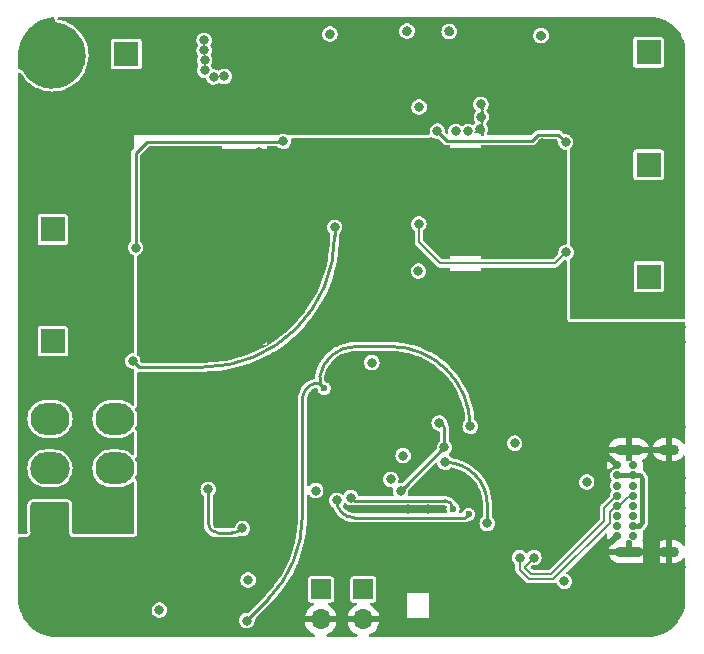
<source format=gbr>
%TF.GenerationSoftware,KiCad,Pcbnew,(6.0.1-0)*%
%TF.CreationDate,2022-08-02T20:22:24+01:00*%
%TF.ProjectId,Mainboard,4d61696e-626f-4617-9264-2e6b69636164,rev?*%
%TF.SameCoordinates,Original*%
%TF.FileFunction,Copper,L4,Bot*%
%TF.FilePolarity,Positive*%
%FSLAX46Y46*%
G04 Gerber Fmt 4.6, Leading zero omitted, Abs format (unit mm)*
G04 Created by KiCad (PCBNEW (6.0.1-0)) date 2022-08-02 20:22:24*
%MOMM*%
%LPD*%
G01*
G04 APERTURE LIST*
G04 Aperture macros list*
%AMRoundRect*
0 Rectangle with rounded corners*
0 $1 Rounding radius*
0 $2 $3 $4 $5 $6 $7 $8 $9 X,Y pos of 4 corners*
0 Add a 4 corners polygon primitive as box body*
4,1,4,$2,$3,$4,$5,$6,$7,$8,$9,$2,$3,0*
0 Add four circle primitives for the rounded corners*
1,1,$1+$1,$2,$3*
1,1,$1+$1,$4,$5*
1,1,$1+$1,$6,$7*
1,1,$1+$1,$8,$9*
0 Add four rect primitives between the rounded corners*
20,1,$1+$1,$2,$3,$4,$5,0*
20,1,$1+$1,$4,$5,$6,$7,0*
20,1,$1+$1,$6,$7,$8,$9,0*
20,1,$1+$1,$8,$9,$2,$3,0*%
G04 Aperture macros list end*
%TA.AperFunction,ComponentPad*%
%ADD10C,0.700000*%
%TD*%
%TA.AperFunction,ComponentPad*%
%ADD11O,2.400000X0.900000*%
%TD*%
%TA.AperFunction,ComponentPad*%
%ADD12O,1.700000X0.900000*%
%TD*%
%TA.AperFunction,ComponentPad*%
%ADD13R,1.700000X1.700000*%
%TD*%
%TA.AperFunction,ComponentPad*%
%ADD14O,1.700000X1.700000*%
%TD*%
%TA.AperFunction,ComponentPad*%
%ADD15R,2.100000X2.100000*%
%TD*%
%TA.AperFunction,ComponentPad*%
%ADD16C,2.100000*%
%TD*%
%TA.AperFunction,ComponentPad*%
%ADD17C,5.600000*%
%TD*%
%TA.AperFunction,ComponentPad*%
%ADD18RoundRect,0.250001X1.399999X-1.099999X1.399999X1.099999X-1.399999X1.099999X-1.399999X-1.099999X0*%
%TD*%
%TA.AperFunction,ComponentPad*%
%ADD19O,3.300000X2.700000*%
%TD*%
%TA.AperFunction,ViaPad*%
%ADD20C,0.600000*%
%TD*%
%TA.AperFunction,ViaPad*%
%ADD21C,0.800000*%
%TD*%
%TA.AperFunction,Conductor*%
%ADD22C,0.250000*%
%TD*%
%TA.AperFunction,Conductor*%
%ADD23C,0.200000*%
%TD*%
%TA.AperFunction,Conductor*%
%ADD24C,0.450000*%
%TD*%
G04 APERTURE END LIST*
D10*
%TO.P,J8,A1,GND*%
%TO.N,GND*%
X169125000Y-113650000D03*
%TO.P,J8,A4,VBUS*%
%TO.N,VBUS*%
X169125000Y-112800000D03*
%TO.P,J8,A5,CC1*%
%TO.N,Net-(J8-PadA5)*%
X169125000Y-111950000D03*
%TO.P,J8,A6,D+*%
%TO.N,/Data+*%
X169125000Y-111100000D03*
%TO.P,J8,A7,D-*%
%TO.N,/Data-*%
X169125000Y-110250000D03*
%TO.P,J8,A8,SBU1*%
%TO.N,unconnected-(J8-PadA8)*%
X169125000Y-109400000D03*
%TO.P,J8,A9,VBUS*%
%TO.N,VBUS*%
X169125000Y-108550000D03*
%TO.P,J8,A12,GND*%
%TO.N,GND*%
X169125000Y-107700000D03*
%TO.P,J8,B1,GND*%
X170475000Y-107700000D03*
%TO.P,J8,B4,VBUS*%
%TO.N,VBUS*%
X170475000Y-108550000D03*
%TO.P,J8,B5,CC2*%
%TO.N,Net-(J8-PadB5)*%
X170475000Y-109400000D03*
%TO.P,J8,B6,D+*%
%TO.N,/Data+*%
X170475000Y-110250000D03*
%TO.P,J8,B7,D-*%
%TO.N,/Data-*%
X170475000Y-111100000D03*
%TO.P,J8,B8,SBU2*%
%TO.N,unconnected-(J8-PadB8)*%
X170475000Y-111950000D03*
%TO.P,J8,B9,VBUS*%
%TO.N,VBUS*%
X170475000Y-112800000D03*
%TO.P,J8,B12,GND*%
%TO.N,GND*%
X170475000Y-113650000D03*
D11*
%TO.P,J8,S1,SHIELD*%
X170105000Y-115000000D03*
X170105000Y-106350000D03*
D12*
X173485000Y-106350000D03*
X173485000Y-115000000D03*
%TD*%
D13*
%TO.P,J10,1,Pin_1*%
%TO.N,Net-(C3-Pad1)*%
X144025000Y-118200000D03*
D14*
%TO.P,J10,2,Pin_2*%
%TO.N,GND*%
X144025000Y-120740000D03*
%TD*%
D15*
%TO.P,J2,1,Pin_1*%
%TO.N,Net-(D522-Pad1)*%
X121350000Y-87719898D03*
D16*
%TO.P,J2,2,Pin_2*%
%TO.N,+24V*%
X121350000Y-85179898D03*
%TD*%
D15*
%TO.P,J1,1,Pin_1*%
%TO.N,Net-(D512-Pad1)*%
X121350000Y-97170000D03*
D16*
%TO.P,J1,2,Pin_2*%
%TO.N,+24V*%
X121350000Y-94630000D03*
%TD*%
D13*
%TO.P,J9,1,Pin_1*%
%TO.N,Net-(C1-Pad1)*%
X147637500Y-118200000D03*
D14*
%TO.P,J9,2,Pin_2*%
%TO.N,GND*%
X147637500Y-120740000D03*
%TD*%
D15*
%TO.P,J3,1,Pin_1*%
%TO.N,Net-(D532-Pad1)*%
X127555102Y-72866006D03*
D16*
%TO.P,J3,2,Pin_2*%
%TO.N,+24V*%
X130095102Y-72866006D03*
%TD*%
D17*
%TO.P,H3,1,1*%
%TO.N,GND*%
X121310400Y-118986300D03*
%TD*%
%TO.P,H2,1,1*%
%TO.N,GND*%
X171310400Y-119030000D03*
%TD*%
D15*
%TO.P,J6,1,Pin_1*%
%TO.N,Net-(D562-Pad1)*%
X171812999Y-91705101D03*
D16*
%TO.P,J6,2,Pin_2*%
%TO.N,+24V*%
X171812999Y-94245101D03*
%TD*%
D18*
%TO.P,J7,1,Pin_1*%
%TO.N,GND*%
X121100000Y-112150000D03*
D19*
%TO.P,J7,2,Pin_2*%
X121100000Y-107950000D03*
%TO.P,J7,3,Pin_3*%
%TO.N,Net-(J7-Pad3)*%
X121100000Y-103750000D03*
%TO.P,J7,4,Pin_4*%
%TO.N,+24V*%
X126600000Y-112150000D03*
%TO.P,J7,5,Pin_5*%
%TO.N,/CAN_HIGH*%
X126600000Y-107950000D03*
%TO.P,J7,6,Pin_6*%
%TO.N,/CAN_LOW*%
X126600000Y-103750000D03*
%TD*%
D17*
%TO.P,H1,1,1*%
%TO.N,GND*%
X121310400Y-72986900D03*
%TD*%
D15*
%TO.P,J5,1,Pin_1*%
%TO.N,Net-(D552-Pad1)*%
X171797263Y-82242919D03*
D16*
%TO.P,J5,2,Pin_2*%
%TO.N,+24V*%
X171797263Y-84782919D03*
%TD*%
D15*
%TO.P,J4,1,Pin_1*%
%TO.N,Net-(D542-Pad1)*%
X171780605Y-72705073D03*
D16*
%TO.P,J4,2,Pin_2*%
%TO.N,+24V*%
X171780605Y-75245073D03*
%TD*%
D20*
%TO.N,GND*%
X142750500Y-82100000D03*
X152100000Y-83000000D03*
X148950000Y-82950000D03*
X145850000Y-82624540D03*
D21*
X162674500Y-71300000D03*
X162715412Y-89823351D03*
X162755517Y-80413475D03*
X152600000Y-96550000D03*
%TO.N,/DTR*%
X158119600Y-112609300D03*
X154550000Y-107430000D03*
%TO.N,/Data+*%
X160860000Y-115510000D03*
%TO.N,/Data-*%
X162075500Y-115500000D03*
%TO.N,GND*%
X155600000Y-98425000D03*
X169285000Y-99475000D03*
X151400000Y-115650000D03*
X135500000Y-91400000D03*
X155475000Y-79425000D03*
X129430000Y-105790000D03*
X147810000Y-107810000D03*
X156575000Y-88950000D03*
X157525000Y-79225000D03*
X138800000Y-82100000D03*
X145800000Y-84560000D03*
X145140000Y-106740000D03*
X131310000Y-102510000D03*
X139160000Y-104240000D03*
X144050000Y-104130000D03*
X133750000Y-100950000D03*
X138040000Y-101090000D03*
X154900000Y-70950000D03*
X128940000Y-100940000D03*
X157575000Y-77125000D03*
X146480000Y-106750000D03*
X158990000Y-99600000D03*
X150900000Y-117800000D03*
X154930000Y-121500000D03*
X135750000Y-100660000D03*
X155575000Y-88950000D03*
X157625000Y-97125000D03*
X157525000Y-88700000D03*
X174500000Y-104480000D03*
X139690000Y-113710000D03*
X165830000Y-117600000D03*
X138090000Y-107880000D03*
X147790000Y-104060000D03*
X154850000Y-118550000D03*
X152500000Y-107080000D03*
X143190000Y-91050000D03*
X134200000Y-74250000D03*
X149910000Y-117900000D03*
X159330000Y-102040000D03*
X135500000Y-92350000D03*
X139380000Y-117340000D03*
X134225000Y-104900000D03*
X132550000Y-100940000D03*
X149640000Y-119860000D03*
D20*
X149080000Y-98290000D03*
D21*
X131075000Y-113300000D03*
X126480000Y-120910000D03*
X138800000Y-83100000D03*
X153240000Y-109130000D03*
X151400000Y-114640000D03*
X149840000Y-121050000D03*
X136500000Y-90450000D03*
X174510000Y-110010000D03*
X165768336Y-103997683D03*
X141660000Y-102120000D03*
X161990000Y-103560000D03*
X153080000Y-111400000D03*
X153770000Y-121200000D03*
X141550000Y-105650000D03*
X138780000Y-81150000D03*
X133850000Y-114550000D03*
X153770000Y-117800000D03*
X153090000Y-116740000D03*
X136291979Y-106207410D03*
X134200000Y-73400000D03*
X144040000Y-106710000D03*
X148930000Y-106720000D03*
X146490000Y-102930000D03*
X136480000Y-104710000D03*
X163750000Y-103525000D03*
X147840000Y-102950000D03*
X118820000Y-115430000D03*
X124840000Y-114150000D03*
X151325000Y-70925000D03*
X147880000Y-87550000D03*
X156500000Y-79425000D03*
X153080000Y-114730000D03*
X157600000Y-96125000D03*
X151400000Y-113630000D03*
X147790000Y-106760000D03*
X137521497Y-90454243D03*
X135483380Y-90450000D03*
X137530000Y-109810000D03*
X174510000Y-108730000D03*
X133750000Y-117725000D03*
X129950000Y-118125000D03*
X151150000Y-121610000D03*
X130100000Y-102500000D03*
X130760000Y-104300000D03*
X145160000Y-107820000D03*
X158650000Y-119920000D03*
X135450000Y-82150000D03*
X134480000Y-121820000D03*
X148940000Y-105410000D03*
X157600000Y-86700000D03*
X135450000Y-81150000D03*
X174510000Y-97250000D03*
X127350000Y-114140000D03*
X118820000Y-114420000D03*
X145160000Y-104070000D03*
X134950000Y-74800000D03*
X151400000Y-116660000D03*
X174510000Y-111320000D03*
X153080000Y-113730000D03*
X130140000Y-100950000D03*
X157625000Y-87700000D03*
X130384704Y-121490837D03*
X133375000Y-102675000D03*
X168435000Y-102875000D03*
X151410000Y-111400000D03*
X154850000Y-119550000D03*
X134150000Y-72550000D03*
D20*
X144560000Y-97800000D03*
D21*
X132050000Y-106225000D03*
X174510000Y-116260000D03*
X146530000Y-107830000D03*
X135870000Y-121820000D03*
X145150000Y-102960000D03*
X127360625Y-118375990D03*
X144020000Y-105380000D03*
X149640000Y-118860000D03*
X144920000Y-95250000D03*
X173850000Y-98320000D03*
X129360000Y-104300000D03*
X128910000Y-102500000D03*
X133140000Y-104090000D03*
X148930000Y-104060000D03*
X146460000Y-104080000D03*
X165170000Y-114050000D03*
X144800000Y-71175000D03*
X166220000Y-105670000D03*
X145350000Y-114775000D03*
X156600000Y-98425000D03*
X145150000Y-105420000D03*
X167570000Y-109810000D03*
X157550000Y-98125000D03*
X174510000Y-112790000D03*
X174500000Y-95950000D03*
X143350000Y-115525000D03*
X157625000Y-78175000D03*
X134150000Y-71700000D03*
X134200000Y-106080000D03*
D20*
X146856300Y-100500000D03*
D21*
X137810000Y-105890000D03*
X159060000Y-114650000D03*
X153080000Y-115740000D03*
X135850000Y-74750000D03*
X135450000Y-83100000D03*
X148450000Y-84560000D03*
X146500000Y-105420000D03*
X134470000Y-120670000D03*
X131330000Y-100950000D03*
X147790000Y-105430000D03*
%TO.N,Net-(D512-Pad1)*%
X128100000Y-98860000D03*
X145200000Y-87550000D03*
%TO.N,+3V3*%
X149956300Y-108875000D03*
X152300000Y-91250000D03*
X166544600Y-109109300D03*
X148350000Y-99000000D03*
X143600000Y-109825000D03*
X137875000Y-117400000D03*
X164660715Y-117508268D03*
X130362904Y-119940837D03*
X151000000Y-106875000D03*
X152350000Y-77350000D03*
X160433705Y-105817863D03*
%TO.N,Net-(D552-Pad1)*%
X153900500Y-79400000D03*
X164750000Y-80300000D03*
%TO.N,/Vref*%
X137400000Y-113030000D03*
X134500000Y-109725000D03*
%TO.N,/EN*%
X154500000Y-106175000D03*
X154050000Y-104100000D03*
X150790000Y-109880000D03*
%TO.N,/BOOT*%
X156675000Y-104375000D03*
D20*
X144313912Y-101161734D03*
D21*
X137769159Y-120832708D03*
D20*
%TO.N,/TXD*%
X156550000Y-111850000D03*
D21*
X145375000Y-110650000D03*
%TO.N,/RXD*%
X146575000Y-110425000D03*
D20*
X155220000Y-111360000D03*
D21*
%TO.N,Net-(D522-Pad1)*%
X140850000Y-80250000D03*
X128350000Y-89260000D03*
%TO.N,Net-(D562-Pad1)*%
X152325000Y-87275000D03*
X164800000Y-89650000D03*
%TD*%
D22*
%TO.N,Net-(D522-Pad1)*%
X140850000Y-80250000D02*
X140800000Y-80300000D01*
X140800000Y-80300000D02*
X129300000Y-80300000D01*
X129300000Y-80300000D02*
X128350000Y-81250000D01*
X128350000Y-81250000D02*
X128350000Y-89260000D01*
%TO.N,Net-(D552-Pad1)*%
X153900500Y-79400000D02*
X154725500Y-80225000D01*
X161919378Y-80225000D02*
X162455414Y-79688964D01*
X164138964Y-79688964D02*
X164750000Y-80300000D01*
X154725500Y-80225000D02*
X161919378Y-80225000D01*
X162455414Y-79688964D02*
X164138964Y-79688964D01*
%TO.N,/BOOT*%
X156675000Y-104375000D02*
G75*
G03*
X149925000Y-97625000I-6749999J1D01*
G01*
X146975000Y-97625001D02*
G75*
G03*
X143940962Y-100184496I1956J-3080348D01*
G01*
X143940961Y-100788783D02*
X143940961Y-100184496D01*
X143889221Y-100737043D02*
X144313912Y-101161734D01*
X146975000Y-97625000D02*
X149925000Y-97625000D01*
X142475000Y-102125000D02*
G75*
G02*
X143566781Y-100737043I1430599J-1942D01*
G01*
X139547577Y-119042423D02*
G75*
G03*
X142475000Y-111975000I-7067415J7067421D01*
G01*
X143889221Y-100737043D02*
X143566781Y-100737043D01*
X142475000Y-102125000D02*
X142475000Y-111975000D01*
X139547577Y-119042423D02*
X137770000Y-120820000D01*
D23*
%TO.N,Net-(D562-Pad1)*%
X164800000Y-89650000D02*
X163850000Y-90600000D01*
X163850000Y-90600000D02*
X154150000Y-90600000D01*
X154150000Y-90600000D02*
X152325000Y-88775000D01*
X152325000Y-88775000D02*
X152325000Y-87275000D01*
D22*
%TO.N,Net-(D512-Pad1)*%
X145200000Y-88250000D02*
G75*
G02*
X134075000Y-99375000I-11125000J0D01*
G01*
X128100000Y-98860000D02*
X128615000Y-99375000D01*
X128615000Y-99375000D02*
X134075000Y-99375000D01*
X145200000Y-88250000D02*
X145200000Y-87550000D01*
%TO.N,/DTR*%
X158119600Y-112609300D02*
X158119600Y-110999600D01*
X154550000Y-107430000D02*
G75*
G02*
X158119600Y-110999600I-1J-3569601D01*
G01*
D24*
%TO.N,VBUS*%
X171249511Y-112520463D02*
X171249511Y-108829537D01*
X170475000Y-112800000D02*
X170969974Y-112800000D01*
X169125000Y-108550000D02*
X170969974Y-108550000D01*
X171249511Y-108829537D02*
G75*
G03*
X170969974Y-108550000I-279535J2D01*
G01*
X171249511Y-112520463D02*
G75*
G02*
X170969974Y-112800000I-279535J-2D01*
G01*
D23*
%TO.N,/Data+*%
X168475489Y-112562711D02*
X163713200Y-117325000D01*
X169423743Y-110976256D02*
X169975000Y-110425000D01*
X160860000Y-116537152D02*
X160860000Y-115510000D01*
X168855963Y-111300489D02*
X168475489Y-111680963D01*
X168855963Y-111300489D02*
X168924511Y-111300489D01*
X169423743Y-110976256D02*
X169248744Y-110976256D01*
X161647848Y-117325000D02*
X160860000Y-116537152D01*
X163713200Y-117325000D02*
X161647848Y-117325000D01*
X168475489Y-111680963D02*
X168475489Y-112562711D01*
X170397487Y-110250000D02*
G75*
G03*
X169975000Y-110425000I-1J-597483D01*
G01*
X169125000Y-111100000D02*
G75*
G02*
X168924511Y-111300489I-200489J0D01*
G01*
%TO.N,/Data-*%
X163526800Y-116875000D02*
X161834248Y-116875000D01*
X168025498Y-111280954D02*
X168025498Y-112376302D01*
X161310001Y-116265499D02*
X162075500Y-115500000D01*
X168025498Y-112376302D02*
X163526800Y-116875000D01*
X168924511Y-110450489D02*
X168855963Y-110450489D01*
X168855963Y-110450489D02*
X168025498Y-111280954D01*
X169125000Y-110250000D02*
X168924511Y-110450489D01*
X161310001Y-116350753D02*
X161310001Y-116265499D01*
X161834248Y-116875000D02*
X161310001Y-116350753D01*
D22*
%TO.N,/Vref*%
X135300000Y-113400000D02*
X136506741Y-113400000D01*
X134500000Y-109725000D02*
X134500000Y-112600000D01*
X137400000Y-113030000D02*
G75*
G02*
X136506741Y-113400000I-893260J893262D01*
G01*
X135300000Y-113400000D02*
G75*
G02*
X134500000Y-112600000I1J800001D01*
G01*
%TO.N,/EN*%
X151083965Y-109586036D02*
X150790000Y-109880000D01*
X151092500Y-109582500D02*
X154500000Y-106175000D01*
X150900000Y-109775000D02*
X151092500Y-109582500D01*
X154500000Y-106175000D02*
X154500000Y-104550000D01*
X151083965Y-109586036D02*
G75*
G02*
X151092500Y-109582500I8536J-8534D01*
G01*
X154050000Y-104100000D02*
G75*
G02*
X154500000Y-104550000I0J-450000D01*
G01*
%TO.N,/TXD*%
X146850000Y-112125000D02*
X156275000Y-112125000D01*
X156550000Y-111850000D02*
G75*
G02*
X156275000Y-112125000I-275001J1D01*
G01*
X146850000Y-112125000D02*
G75*
G02*
X145375000Y-110650000I-2J1474998D01*
G01*
%TO.N,/RXD*%
X146825000Y-110675000D02*
X154535000Y-110675000D01*
X146825000Y-110675000D02*
G75*
G02*
X146575000Y-110425000I-1J249999D01*
G01*
X155220000Y-111360000D02*
G75*
G03*
X154535000Y-110675000I-685000J0D01*
G01*
%TD*%
%TA.AperFunction,Conductor*%
%TO.N,+24V*%
G36*
X171913285Y-69730476D02*
G01*
X171926373Y-69733062D01*
X171938542Y-69730626D01*
X171950950Y-69730610D01*
X171950950Y-69730706D01*
X171961892Y-69729903D01*
X172230852Y-69743658D01*
X172243968Y-69745021D01*
X172538618Y-69791312D01*
X172551514Y-69794036D01*
X172769474Y-69852150D01*
X172839729Y-69870882D01*
X172852278Y-69874943D01*
X173130858Y-69981489D01*
X173142915Y-69986839D01*
X173408839Y-70121930D01*
X173420270Y-70128511D01*
X173670623Y-70290666D01*
X173681303Y-70298407D01*
X173913315Y-70485831D01*
X173923127Y-70494644D01*
X173950381Y-70521834D01*
X174134284Y-70705307D01*
X174143122Y-70715099D01*
X174331103Y-70946688D01*
X174338866Y-70957347D01*
X174501605Y-71207317D01*
X174508207Y-71218722D01*
X174643918Y-71484327D01*
X174649296Y-71496371D01*
X174756499Y-71774712D01*
X174760590Y-71787252D01*
X174838108Y-72075279D01*
X174840864Y-72088178D01*
X174887846Y-72382719D01*
X174889239Y-72395832D01*
X174902801Y-72649391D01*
X174903623Y-72664753D01*
X174902846Y-72675694D01*
X174902943Y-72675694D01*
X174902957Y-72688101D01*
X174900548Y-72700278D01*
X174902983Y-72712449D01*
X174903076Y-72712916D01*
X174905524Y-72737630D01*
X174905524Y-79700000D01*
X165046878Y-79700000D01*
X165000915Y-79688582D01*
X165000079Y-79690760D01*
X164992983Y-79688036D01*
X164986274Y-79684484D01*
X164832633Y-79645892D01*
X164825034Y-79645852D01*
X164825033Y-79645852D01*
X164764626Y-79645536D01*
X164683335Y-79645110D01*
X164615321Y-79624752D01*
X164594901Y-79608207D01*
X164445442Y-79458748D01*
X164430300Y-79440000D01*
X164429185Y-79438775D01*
X164423535Y-79430024D01*
X164415357Y-79423577D01*
X164415355Y-79423575D01*
X164397164Y-79409235D01*
X164392723Y-79405289D01*
X164392661Y-79405362D01*
X164388697Y-79402003D01*
X164385020Y-79398326D01*
X164369272Y-79387072D01*
X164364602Y-79383566D01*
X164324317Y-79351808D01*
X164315683Y-79348776D01*
X164308230Y-79343450D01*
X164259114Y-79328761D01*
X164253472Y-79326928D01*
X164212597Y-79312574D01*
X164212596Y-79312574D01*
X164205113Y-79309946D01*
X164199548Y-79309464D01*
X164196840Y-79309464D01*
X164194206Y-79309350D01*
X164194108Y-79309321D01*
X164194115Y-79309157D01*
X164193411Y-79309113D01*
X164187186Y-79307251D01*
X164133329Y-79309367D01*
X164128382Y-79309464D01*
X162509334Y-79309464D01*
X162485387Y-79306915D01*
X162483721Y-79306836D01*
X162473538Y-79304644D01*
X162463196Y-79305868D01*
X162463193Y-79305868D01*
X162440201Y-79308590D01*
X162434260Y-79308941D01*
X162434268Y-79309036D01*
X162429088Y-79309464D01*
X162423890Y-79309464D01*
X162418768Y-79310317D01*
X162418763Y-79310317D01*
X162404841Y-79312635D01*
X162398964Y-79313472D01*
X162392463Y-79314241D01*
X162358411Y-79318271D01*
X162358409Y-79318272D01*
X162348073Y-79319495D01*
X162339824Y-79323456D01*
X162330788Y-79324960D01*
X162321619Y-79329907D01*
X162321617Y-79329908D01*
X162285654Y-79349312D01*
X162280365Y-79352007D01*
X162267350Y-79358257D01*
X162234182Y-79374184D01*
X162229906Y-79377778D01*
X162227966Y-79379718D01*
X162226055Y-79381471D01*
X162225965Y-79381520D01*
X162225853Y-79381397D01*
X162225318Y-79381869D01*
X162219600Y-79384954D01*
X162212533Y-79392599D01*
X162182998Y-79424550D01*
X162179568Y-79428116D01*
X161944589Y-79663095D01*
X161882277Y-79697121D01*
X161855494Y-79700000D01*
X158225942Y-79700000D01*
X158157821Y-79679998D01*
X158111328Y-79626342D01*
X158101224Y-79556068D01*
X158109035Y-79527004D01*
X158159006Y-79402698D01*
X158159008Y-79402691D01*
X158161842Y-79395641D01*
X158184162Y-79238807D01*
X158184307Y-79225000D01*
X158165276Y-79067733D01*
X158109280Y-78919546D01*
X158072367Y-78865837D01*
X158044747Y-78825649D01*
X158022647Y-78758179D01*
X158040533Y-78689472D01*
X158066757Y-78658471D01*
X158104532Y-78626208D01*
X158104535Y-78626205D01*
X158110314Y-78621269D01*
X158202755Y-78492624D01*
X158261842Y-78345641D01*
X158284162Y-78188807D01*
X158284307Y-78175000D01*
X158265276Y-78017733D01*
X158209280Y-77869546D01*
X158119553Y-77738992D01*
X158113882Y-77733940D01*
X158113880Y-77733937D01*
X158094666Y-77716818D01*
X158057110Y-77656568D01*
X158058089Y-77585578D01*
X158076161Y-77549215D01*
X158091625Y-77527695D01*
X158152755Y-77442624D01*
X158211842Y-77295641D01*
X158217965Y-77252615D01*
X158233581Y-77142891D01*
X158233581Y-77142888D01*
X158234162Y-77138807D01*
X158234307Y-77125000D01*
X158215276Y-76967733D01*
X158159280Y-76819546D01*
X158103262Y-76738039D01*
X158073855Y-76695251D01*
X158073854Y-76695249D01*
X158069553Y-76688992D01*
X157951275Y-76583611D01*
X157943889Y-76579700D01*
X157817988Y-76513039D01*
X157817989Y-76513039D01*
X157811274Y-76509484D01*
X157657633Y-76470892D01*
X157650034Y-76470852D01*
X157650033Y-76470852D01*
X157584181Y-76470507D01*
X157499221Y-76470062D01*
X157491841Y-76471834D01*
X157491839Y-76471834D01*
X157352563Y-76505271D01*
X157352560Y-76505272D01*
X157345184Y-76507043D01*
X157204414Y-76579700D01*
X157085039Y-76683838D01*
X156993950Y-76813444D01*
X156991190Y-76820524D01*
X156956758Y-76908838D01*
X156936406Y-76961037D01*
X156935414Y-76968570D01*
X156935414Y-76968571D01*
X156924477Y-77051649D01*
X156915729Y-77118096D01*
X156933113Y-77275553D01*
X156935723Y-77282684D01*
X156935723Y-77282686D01*
X156966904Y-77367891D01*
X156987553Y-77424319D01*
X156991789Y-77430622D01*
X156991789Y-77430623D01*
X157071480Y-77549215D01*
X157075908Y-77555805D01*
X157081527Y-77560918D01*
X157081528Y-77560919D01*
X157106131Y-77583306D01*
X157143053Y-77643946D01*
X157141330Y-77714922D01*
X157124418Y-77748950D01*
X157043950Y-77863444D01*
X157028698Y-77902563D01*
X156989459Y-78003207D01*
X156986406Y-78011037D01*
X156965729Y-78168096D01*
X156983113Y-78325553D01*
X157037553Y-78474319D01*
X157041789Y-78480622D01*
X157041789Y-78480623D01*
X157105791Y-78575868D01*
X157127183Y-78643565D01*
X157108579Y-78712081D01*
X157084038Y-78741093D01*
X157040765Y-78778842D01*
X157040761Y-78778846D01*
X157035039Y-78783838D01*
X157030672Y-78790051D01*
X157030667Y-78790057D01*
X157004750Y-78826933D01*
X156949216Y-78871165D01*
X156878584Y-78878350D01*
X156842708Y-78865838D01*
X156736274Y-78809484D01*
X156582633Y-78770892D01*
X156575034Y-78770852D01*
X156575033Y-78770852D01*
X156509181Y-78770507D01*
X156424221Y-78770062D01*
X156416841Y-78771834D01*
X156416839Y-78771834D01*
X156277563Y-78805271D01*
X156277560Y-78805272D01*
X156270184Y-78807043D01*
X156129414Y-78879700D01*
X156123697Y-78884687D01*
X156123690Y-78884692D01*
X156070367Y-78931209D01*
X156005885Y-78960917D01*
X155935578Y-78951047D01*
X155903719Y-78930336D01*
X155856951Y-78888667D01*
X155856945Y-78888663D01*
X155851275Y-78883611D01*
X155843889Y-78879700D01*
X155717988Y-78813039D01*
X155717989Y-78813039D01*
X155711274Y-78809484D01*
X155557633Y-78770892D01*
X155550034Y-78770852D01*
X155550033Y-78770852D01*
X155484181Y-78770507D01*
X155399221Y-78770062D01*
X155391841Y-78771834D01*
X155391839Y-78771834D01*
X155252563Y-78805271D01*
X155252560Y-78805272D01*
X155245184Y-78807043D01*
X155104414Y-78879700D01*
X154985039Y-78983838D01*
X154893950Y-79113444D01*
X154891190Y-79120524D01*
X154840603Y-79250273D01*
X154836406Y-79261037D01*
X154835414Y-79268570D01*
X154835414Y-79268571D01*
X154816837Y-79409682D01*
X154815729Y-79418096D01*
X154817046Y-79430024D01*
X154821088Y-79466639D01*
X154808682Y-79536543D01*
X154760452Y-79588643D01*
X154691711Y-79606397D01*
X154624284Y-79584169D01*
X154606754Y-79569560D01*
X154590643Y-79553449D01*
X154556617Y-79491137D01*
X154554995Y-79446601D01*
X154559081Y-79417892D01*
X154559081Y-79417886D01*
X154559662Y-79413807D01*
X154559751Y-79405362D01*
X154559764Y-79404134D01*
X154559764Y-79404128D01*
X154559807Y-79400000D01*
X154558432Y-79388633D01*
X154553333Y-79346498D01*
X154540776Y-79242733D01*
X154484780Y-79094546D01*
X154430461Y-79015511D01*
X154399355Y-78970251D01*
X154399354Y-78970249D01*
X154395053Y-78963992D01*
X154276775Y-78858611D01*
X154269389Y-78854700D01*
X154185955Y-78810524D01*
X154136774Y-78784484D01*
X153983133Y-78745892D01*
X153975534Y-78745852D01*
X153975533Y-78745852D01*
X153909681Y-78745507D01*
X153824721Y-78745062D01*
X153817341Y-78746834D01*
X153817339Y-78746834D01*
X153678063Y-78780271D01*
X153678060Y-78780272D01*
X153670684Y-78782043D01*
X153529914Y-78854700D01*
X153410539Y-78958838D01*
X153319450Y-79088444D01*
X153309703Y-79113444D01*
X153267811Y-79220892D01*
X153261906Y-79236037D01*
X153260914Y-79243570D01*
X153260914Y-79243571D01*
X153242301Y-79384954D01*
X153241229Y-79393096D01*
X153258210Y-79546900D01*
X153258613Y-79550553D01*
X153258004Y-79550620D01*
X153254381Y-79616120D01*
X153212758Y-79673636D01*
X153146647Y-79699517D01*
X153135630Y-79700000D01*
X141241310Y-79700000D01*
X141182353Y-79685356D01*
X141086274Y-79634484D01*
X140932633Y-79595892D01*
X140925034Y-79595852D01*
X140925033Y-79595852D01*
X140859181Y-79595507D01*
X140774221Y-79595062D01*
X140766841Y-79596834D01*
X140766839Y-79596834D01*
X140627563Y-79630271D01*
X140627560Y-79630272D01*
X140620184Y-79632043D01*
X140613439Y-79635524D01*
X140613440Y-79635524D01*
X140515710Y-79685966D01*
X140457920Y-79700000D01*
X118413524Y-79700000D01*
X118413524Y-77343096D01*
X151690729Y-77343096D01*
X151708113Y-77500553D01*
X151710723Y-77507684D01*
X151710723Y-77507686D01*
X151756805Y-77633611D01*
X151762553Y-77649319D01*
X151766789Y-77655622D01*
X151766789Y-77655623D01*
X151827017Y-77745251D01*
X151850908Y-77780805D01*
X151856527Y-77785918D01*
X151856528Y-77785919D01*
X151956240Y-77876649D01*
X151968076Y-77887419D01*
X152107293Y-77963008D01*
X152260522Y-78003207D01*
X152344477Y-78004526D01*
X152411319Y-78005576D01*
X152411322Y-78005576D01*
X152418916Y-78005695D01*
X152573332Y-77970329D01*
X152643742Y-77934917D01*
X152708072Y-77902563D01*
X152708075Y-77902561D01*
X152714855Y-77899151D01*
X152720626Y-77894222D01*
X152720629Y-77894220D01*
X152829536Y-77801204D01*
X152829536Y-77801203D01*
X152835314Y-77796269D01*
X152927755Y-77667624D01*
X152986842Y-77520641D01*
X153000550Y-77424319D01*
X153008581Y-77367891D01*
X153008581Y-77367888D01*
X153009162Y-77363807D01*
X153009307Y-77350000D01*
X152990276Y-77192733D01*
X152934280Y-77044546D01*
X152844553Y-76913992D01*
X152726275Y-76808611D01*
X152718889Y-76804700D01*
X152592988Y-76738039D01*
X152592989Y-76738039D01*
X152586274Y-76734484D01*
X152432633Y-76695892D01*
X152425034Y-76695852D01*
X152425033Y-76695852D01*
X152359181Y-76695507D01*
X152274221Y-76695062D01*
X152266841Y-76696834D01*
X152266839Y-76696834D01*
X152127563Y-76730271D01*
X152127560Y-76730272D01*
X152120184Y-76732043D01*
X151979414Y-76804700D01*
X151860039Y-76908838D01*
X151768950Y-77038444D01*
X151766190Y-77045524D01*
X151733592Y-77129134D01*
X151711406Y-77186037D01*
X151710414Y-77193570D01*
X151710414Y-77193571D01*
X151696048Y-77302695D01*
X151690729Y-77343096D01*
X118413524Y-77343096D01*
X118413524Y-74550370D01*
X118433526Y-74482249D01*
X118487182Y-74435756D01*
X118557456Y-74425652D01*
X118622036Y-74455146D01*
X118650776Y-74491217D01*
X118693573Y-74571707D01*
X118695563Y-74574613D01*
X118695564Y-74574615D01*
X118884547Y-74850618D01*
X118884552Y-74850624D01*
X118886538Y-74853525D01*
X118888841Y-74856193D01*
X119098702Y-75099319D01*
X119109714Y-75112077D01*
X119360321Y-75344141D01*
X119363147Y-75346224D01*
X119363150Y-75346227D01*
X119437821Y-75401279D01*
X119635233Y-75546824D01*
X119638270Y-75548578D01*
X119638274Y-75548580D01*
X119752844Y-75614727D01*
X119931024Y-75717599D01*
X120054021Y-75771335D01*
X120240788Y-75852932D01*
X120240791Y-75852933D01*
X120244009Y-75854339D01*
X120247366Y-75855378D01*
X120247371Y-75855380D01*
X120383039Y-75897376D01*
X120570285Y-75955338D01*
X120905786Y-76019339D01*
X121161010Y-76038977D01*
X121242834Y-76045273D01*
X121242835Y-76045273D01*
X121246331Y-76045542D01*
X121453193Y-76038318D01*
X121584158Y-76033745D01*
X121584163Y-76033745D01*
X121587673Y-76033622D01*
X121756617Y-76008674D01*
X121922081Y-75984241D01*
X121922086Y-75984240D01*
X121925560Y-75983727D01*
X121928952Y-75982831D01*
X121928956Y-75982830D01*
X122252389Y-75897376D01*
X122252390Y-75897376D01*
X122255780Y-75896480D01*
X122574216Y-75772966D01*
X122876899Y-75614727D01*
X123116186Y-75453326D01*
X123157142Y-75425701D01*
X123157144Y-75425700D01*
X123160058Y-75423734D01*
X123251129Y-75346227D01*
X123417489Y-75204643D01*
X123417490Y-75204642D01*
X123420162Y-75202368D01*
X123523631Y-75092185D01*
X123651559Y-74955956D01*
X123651563Y-74955951D01*
X123653970Y-74953388D01*
X123656075Y-74950574D01*
X123656081Y-74950567D01*
X123856458Y-74682717D01*
X123858567Y-74679898D01*
X124031403Y-74385306D01*
X124098072Y-74235565D01*
X124168892Y-74076500D01*
X124168894Y-74076495D01*
X124170324Y-74073283D01*
X124273599Y-73747720D01*
X124339940Y-73412674D01*
X124354210Y-73242733D01*
X124368337Y-73074505D01*
X124368338Y-73074494D01*
X124368520Y-73072321D01*
X124369191Y-73024329D01*
X124369683Y-72989078D01*
X124369683Y-72989066D01*
X124369713Y-72986900D01*
X124369373Y-72980805D01*
X124353657Y-72699722D01*
X124350647Y-72645882D01*
X124331988Y-72535565D01*
X124294274Y-72312583D01*
X124294273Y-72312578D01*
X124293687Y-72309114D01*
X124199543Y-71980794D01*
X124142750Y-71843003D01*
X124121291Y-71790939D01*
X126250602Y-71790939D01*
X126250603Y-73941072D01*
X126257714Y-73976824D01*
X126261291Y-73994807D01*
X126265368Y-74015307D01*
X126321618Y-74099490D01*
X126405801Y-74155740D01*
X126480035Y-74170506D01*
X127554928Y-74170506D01*
X128630168Y-74170505D01*
X128665920Y-74163394D01*
X128692228Y-74158162D01*
X128692230Y-74158161D01*
X128704403Y-74155740D01*
X128714723Y-74148845D01*
X128714724Y-74148844D01*
X128778270Y-74106383D01*
X128788586Y-74099490D01*
X128844836Y-74015307D01*
X128859602Y-73941073D01*
X128859601Y-72543096D01*
X133490729Y-72543096D01*
X133499421Y-72621824D01*
X133505897Y-72680479D01*
X133508113Y-72700553D01*
X133510723Y-72707684D01*
X133510723Y-72707686D01*
X133517116Y-72725154D01*
X133562553Y-72849319D01*
X133566788Y-72855622D01*
X133566792Y-72855629D01*
X133623964Y-72940709D01*
X133645357Y-73008406D01*
X133626753Y-73076922D01*
X133623561Y-73081777D01*
X133623321Y-73082225D01*
X133618950Y-73088444D01*
X133561406Y-73236037D01*
X133540729Y-73393096D01*
X133558113Y-73550553D01*
X133612553Y-73699319D01*
X133616788Y-73705622D01*
X133616792Y-73705629D01*
X133649525Y-73754340D01*
X133670918Y-73822037D01*
X133652314Y-73890552D01*
X133648034Y-73897062D01*
X133618950Y-73938444D01*
X133591689Y-74008364D01*
X133566379Y-74073283D01*
X133561406Y-74086037D01*
X133560414Y-74093570D01*
X133560414Y-74093571D01*
X133542219Y-74231779D01*
X133540729Y-74243096D01*
X133546887Y-74298872D01*
X133556430Y-74385306D01*
X133558113Y-74400553D01*
X133612553Y-74549319D01*
X133700908Y-74680805D01*
X133706527Y-74685918D01*
X133706528Y-74685919D01*
X133796615Y-74767891D01*
X133818076Y-74787419D01*
X133957293Y-74863008D01*
X134110522Y-74903207D01*
X134178239Y-74904271D01*
X134205242Y-74904695D01*
X134273040Y-74925764D01*
X134318685Y-74980143D01*
X134321589Y-74987378D01*
X134353214Y-75073798D01*
X134362553Y-75099319D01*
X134366789Y-75105622D01*
X134366789Y-75105623D01*
X134430080Y-75199809D01*
X134450908Y-75230805D01*
X134456527Y-75235918D01*
X134456528Y-75235919D01*
X134545407Y-75316792D01*
X134568076Y-75337419D01*
X134707293Y-75413008D01*
X134860522Y-75453207D01*
X134944477Y-75454526D01*
X135011319Y-75455576D01*
X135011322Y-75455576D01*
X135018916Y-75455695D01*
X135173332Y-75420329D01*
X135283474Y-75364934D01*
X135308072Y-75352563D01*
X135308075Y-75352561D01*
X135314855Y-75349151D01*
X135352743Y-75316792D01*
X135417531Y-75287761D01*
X135487732Y-75298366D01*
X135494695Y-75301872D01*
X135607293Y-75363008D01*
X135760522Y-75403207D01*
X135844477Y-75404526D01*
X135911319Y-75405576D01*
X135911322Y-75405576D01*
X135918916Y-75405695D01*
X136073332Y-75370329D01*
X136148927Y-75332309D01*
X136208072Y-75302563D01*
X136208075Y-75302561D01*
X136214855Y-75299151D01*
X136220626Y-75294222D01*
X136220629Y-75294220D01*
X136329536Y-75201204D01*
X136329536Y-75201203D01*
X136335314Y-75196269D01*
X136427755Y-75067624D01*
X136486842Y-74920641D01*
X136509162Y-74763807D01*
X136509307Y-74750000D01*
X136490276Y-74592733D01*
X136434280Y-74444546D01*
X136344553Y-74313992D01*
X136226275Y-74208611D01*
X136218889Y-74204700D01*
X136092988Y-74138039D01*
X136092989Y-74138039D01*
X136086274Y-74134484D01*
X135932633Y-74095892D01*
X135925034Y-74095852D01*
X135925033Y-74095852D01*
X135859181Y-74095507D01*
X135774221Y-74095062D01*
X135766841Y-74096834D01*
X135766839Y-74096834D01*
X135627563Y-74130271D01*
X135627560Y-74130272D01*
X135620184Y-74132043D01*
X135479414Y-74204700D01*
X135473692Y-74209692D01*
X135473690Y-74209693D01*
X135448373Y-74231779D01*
X135383891Y-74261488D01*
X135313584Y-74251619D01*
X135306584Y-74248185D01*
X135192988Y-74188039D01*
X135192989Y-74188039D01*
X135186274Y-74184484D01*
X135032633Y-74145892D01*
X135025034Y-74145852D01*
X135025033Y-74145852D01*
X134946616Y-74145441D01*
X134878601Y-74125082D01*
X134832391Y-74071184D01*
X134829411Y-74063981D01*
X134808852Y-74009572D01*
X134784280Y-73944546D01*
X134775813Y-73932226D01*
X134751533Y-73896897D01*
X134729433Y-73829428D01*
X134747319Y-73760721D01*
X134753050Y-73752005D01*
X134773324Y-73723790D01*
X134777755Y-73717624D01*
X134787982Y-73692185D01*
X134834006Y-73577695D01*
X134836842Y-73570641D01*
X134859162Y-73413807D01*
X134859307Y-73400000D01*
X134840276Y-73242733D01*
X134784280Y-73094546D01*
X134779981Y-73088291D01*
X134779979Y-73088287D01*
X134726978Y-73011170D01*
X134704878Y-72943700D01*
X134720404Y-72879102D01*
X134723325Y-72873789D01*
X134727755Y-72867624D01*
X134737982Y-72842185D01*
X134784006Y-72727695D01*
X134786842Y-72720641D01*
X134809162Y-72563807D01*
X134809307Y-72550000D01*
X134790276Y-72392733D01*
X134734280Y-72244546D01*
X134725813Y-72232226D01*
X134701533Y-72196897D01*
X134679433Y-72129428D01*
X134697319Y-72060721D01*
X134703050Y-72052005D01*
X134723324Y-72023790D01*
X134727755Y-72017624D01*
X134737982Y-71992185D01*
X134753603Y-71953326D01*
X134786842Y-71870641D01*
X134798710Y-71787252D01*
X134808581Y-71717891D01*
X134808581Y-71717888D01*
X134809162Y-71713807D01*
X134809307Y-71700000D01*
X134790276Y-71542733D01*
X134734280Y-71394546D01*
X134659380Y-71285565D01*
X134648855Y-71270251D01*
X134648854Y-71270249D01*
X134644553Y-71263992D01*
X134627500Y-71248798D01*
X134593743Y-71218722D01*
X134536921Y-71168096D01*
X144140729Y-71168096D01*
X144146936Y-71224319D01*
X144156361Y-71309682D01*
X144158113Y-71325553D01*
X144160723Y-71332684D01*
X144160723Y-71332686D01*
X144209032Y-71464696D01*
X144212553Y-71474319D01*
X144216789Y-71480622D01*
X144216789Y-71480623D01*
X144296550Y-71599319D01*
X144300908Y-71605805D01*
X144306527Y-71610918D01*
X144306528Y-71610919D01*
X144411446Y-71706386D01*
X144418076Y-71712419D01*
X144557293Y-71788008D01*
X144710522Y-71828207D01*
X144794477Y-71829526D01*
X144861319Y-71830576D01*
X144861322Y-71830576D01*
X144868916Y-71830695D01*
X145023332Y-71795329D01*
X145133154Y-71740095D01*
X145158072Y-71727563D01*
X145158075Y-71727561D01*
X145164855Y-71724151D01*
X145170626Y-71719222D01*
X145170629Y-71719220D01*
X145279536Y-71626204D01*
X145279536Y-71626203D01*
X145285314Y-71621269D01*
X145377755Y-71492624D01*
X145436842Y-71345641D01*
X145449181Y-71258941D01*
X145458581Y-71192891D01*
X145458581Y-71192888D01*
X145459162Y-71188807D01*
X145459307Y-71175000D01*
X145456851Y-71154700D01*
X145448479Y-71085524D01*
X145440276Y-71017733D01*
X145402626Y-70918096D01*
X150665729Y-70918096D01*
X150673479Y-70988288D01*
X150680043Y-71047743D01*
X150683113Y-71075553D01*
X150685723Y-71082684D01*
X150685723Y-71082686D01*
X150724558Y-71188807D01*
X150737553Y-71224319D01*
X150741789Y-71230622D01*
X150741789Y-71230623D01*
X150810373Y-71332686D01*
X150825908Y-71355805D01*
X150831527Y-71360918D01*
X150831528Y-71360919D01*
X150888675Y-71412918D01*
X150943076Y-71462419D01*
X151082293Y-71538008D01*
X151235522Y-71578207D01*
X151319477Y-71579526D01*
X151386319Y-71580576D01*
X151386322Y-71580576D01*
X151393916Y-71580695D01*
X151548332Y-71545329D01*
X151640148Y-71499151D01*
X151683072Y-71477563D01*
X151683075Y-71477561D01*
X151689855Y-71474151D01*
X151695626Y-71469222D01*
X151695629Y-71469220D01*
X151804536Y-71376204D01*
X151804536Y-71376203D01*
X151810314Y-71371269D01*
X151902755Y-71242624D01*
X151961842Y-71095641D01*
X151969040Y-71045062D01*
X151983552Y-70943096D01*
X154240729Y-70943096D01*
X154245736Y-70988444D01*
X154256740Y-71088115D01*
X154258113Y-71100553D01*
X154260723Y-71107684D01*
X154260723Y-71107686D01*
X154300794Y-71217185D01*
X154312553Y-71249319D01*
X154316789Y-71255622D01*
X154316789Y-71255623D01*
X154392838Y-71368795D01*
X154400908Y-71380805D01*
X154406527Y-71385918D01*
X154406528Y-71385919D01*
X154503679Y-71474319D01*
X154518076Y-71487419D01*
X154657293Y-71563008D01*
X154810522Y-71603207D01*
X154894477Y-71604526D01*
X154961319Y-71605576D01*
X154961322Y-71605576D01*
X154968916Y-71605695D01*
X155123332Y-71570329D01*
X155205592Y-71528957D01*
X155258072Y-71502563D01*
X155258075Y-71502561D01*
X155264855Y-71499151D01*
X155270626Y-71494222D01*
X155270629Y-71494220D01*
X155379536Y-71401204D01*
X155379536Y-71401203D01*
X155385314Y-71396269D01*
X155459451Y-71293096D01*
X162015229Y-71293096D01*
X162021030Y-71345641D01*
X162029487Y-71422235D01*
X162032613Y-71450553D01*
X162035223Y-71457684D01*
X162035223Y-71457686D01*
X162081143Y-71583168D01*
X162087053Y-71599319D01*
X162091289Y-71605622D01*
X162091289Y-71605623D01*
X162170937Y-71724151D01*
X162175408Y-71730805D01*
X162181027Y-71735918D01*
X162181028Y-71735919D01*
X162285186Y-71830695D01*
X162292576Y-71837419D01*
X162431793Y-71913008D01*
X162585022Y-71953207D01*
X162668977Y-71954526D01*
X162735819Y-71955576D01*
X162735822Y-71955576D01*
X162743416Y-71955695D01*
X162897832Y-71920329D01*
X162982601Y-71877695D01*
X163032572Y-71852563D01*
X163032575Y-71852561D01*
X163039355Y-71849151D01*
X163045126Y-71844222D01*
X163045129Y-71844220D01*
X163154036Y-71751204D01*
X163154036Y-71751203D01*
X163159814Y-71746269D01*
X163243358Y-71630006D01*
X170476105Y-71630006D01*
X170476106Y-73780139D01*
X170490871Y-73854374D01*
X170497766Y-73864693D01*
X170497767Y-73864695D01*
X170538121Y-73925088D01*
X170547121Y-73938557D01*
X170631304Y-73994807D01*
X170705538Y-74009573D01*
X171780431Y-74009573D01*
X172855671Y-74009572D01*
X172891423Y-74002461D01*
X172917731Y-73997229D01*
X172917733Y-73997228D01*
X172929906Y-73994807D01*
X172940226Y-73987912D01*
X172940227Y-73987911D01*
X173003773Y-73945450D01*
X173014089Y-73938557D01*
X173070339Y-73854374D01*
X173085105Y-73780140D01*
X173085104Y-71630007D01*
X173075296Y-71580695D01*
X173072761Y-71567947D01*
X173072760Y-71567945D01*
X173070339Y-71555772D01*
X173062187Y-71543571D01*
X173020982Y-71481905D01*
X173014089Y-71471589D01*
X172929906Y-71415339D01*
X172855672Y-71400573D01*
X171780779Y-71400573D01*
X170705539Y-71400574D01*
X170669787Y-71407685D01*
X170643479Y-71412917D01*
X170643477Y-71412918D01*
X170631304Y-71415339D01*
X170620984Y-71422234D01*
X170620983Y-71422235D01*
X170589902Y-71443003D01*
X170547121Y-71471589D01*
X170490871Y-71555772D01*
X170476105Y-71630006D01*
X163243358Y-71630006D01*
X163252255Y-71617624D01*
X163311342Y-71470641D01*
X163324782Y-71376204D01*
X163333081Y-71317891D01*
X163333081Y-71317888D01*
X163333662Y-71313807D01*
X163333807Y-71300000D01*
X163314776Y-71142733D01*
X163258780Y-70994546D01*
X163231006Y-70954134D01*
X163173355Y-70870251D01*
X163173354Y-70870249D01*
X163169053Y-70863992D01*
X163050775Y-70758611D01*
X163043389Y-70754700D01*
X162917488Y-70688039D01*
X162917489Y-70688039D01*
X162910774Y-70684484D01*
X162757133Y-70645892D01*
X162749534Y-70645852D01*
X162749533Y-70645852D01*
X162683681Y-70645507D01*
X162598721Y-70645062D01*
X162591341Y-70646834D01*
X162591339Y-70646834D01*
X162452063Y-70680271D01*
X162452060Y-70680272D01*
X162444684Y-70682043D01*
X162303914Y-70754700D01*
X162184539Y-70858838D01*
X162093450Y-70988444D01*
X162082031Y-71017733D01*
X162041909Y-71120641D01*
X162035906Y-71136037D01*
X162034914Y-71143570D01*
X162034914Y-71143571D01*
X162017770Y-71273798D01*
X162015229Y-71293096D01*
X155459451Y-71293096D01*
X155477755Y-71267624D01*
X155536842Y-71120641D01*
X155547598Y-71045062D01*
X155558581Y-70967891D01*
X155558581Y-70967888D01*
X155559162Y-70963807D01*
X155559307Y-70950000D01*
X155540276Y-70792733D01*
X155484280Y-70644546D01*
X155428262Y-70563039D01*
X155398855Y-70520251D01*
X155398854Y-70520249D01*
X155394553Y-70513992D01*
X155276275Y-70408611D01*
X155268889Y-70404700D01*
X155142988Y-70338039D01*
X155142989Y-70338039D01*
X155136274Y-70334484D01*
X154982633Y-70295892D01*
X154975034Y-70295852D01*
X154975033Y-70295852D01*
X154909181Y-70295507D01*
X154824221Y-70295062D01*
X154816841Y-70296834D01*
X154816839Y-70296834D01*
X154677563Y-70330271D01*
X154677560Y-70330272D01*
X154670184Y-70332043D01*
X154529414Y-70404700D01*
X154410039Y-70508838D01*
X154318950Y-70638444D01*
X154301721Y-70682634D01*
X154265603Y-70775273D01*
X154261406Y-70786037D01*
X154260414Y-70793570D01*
X154260414Y-70793571D01*
X154241837Y-70934682D01*
X154240729Y-70943096D01*
X151983552Y-70943096D01*
X151983581Y-70942891D01*
X151983581Y-70942888D01*
X151984162Y-70938807D01*
X151984307Y-70925000D01*
X151965276Y-70767733D01*
X151909280Y-70619546D01*
X151870444Y-70563039D01*
X151823855Y-70495251D01*
X151823854Y-70495249D01*
X151819553Y-70488992D01*
X151701275Y-70383611D01*
X151693889Y-70379700D01*
X151610455Y-70335524D01*
X151561274Y-70309484D01*
X151407633Y-70270892D01*
X151400034Y-70270852D01*
X151400033Y-70270852D01*
X151334181Y-70270507D01*
X151249221Y-70270062D01*
X151241841Y-70271834D01*
X151241839Y-70271834D01*
X151102563Y-70305271D01*
X151102560Y-70305272D01*
X151095184Y-70307043D01*
X150954414Y-70379700D01*
X150835039Y-70483838D01*
X150743950Y-70613444D01*
X150729055Y-70651649D01*
X150692561Y-70745251D01*
X150686406Y-70761037D01*
X150685414Y-70768570D01*
X150685414Y-70768571D01*
X150671186Y-70876649D01*
X150665729Y-70918096D01*
X145402626Y-70918096D01*
X145384280Y-70869546D01*
X145304838Y-70753957D01*
X145298855Y-70745251D01*
X145298854Y-70745249D01*
X145294553Y-70738992D01*
X145176275Y-70633611D01*
X145168889Y-70629700D01*
X145042988Y-70563039D01*
X145042989Y-70563039D01*
X145036274Y-70559484D01*
X144882633Y-70520892D01*
X144875034Y-70520852D01*
X144875033Y-70520852D01*
X144809181Y-70520507D01*
X144724221Y-70520062D01*
X144716841Y-70521834D01*
X144716839Y-70521834D01*
X144577563Y-70555271D01*
X144577560Y-70555272D01*
X144570184Y-70557043D01*
X144429414Y-70629700D01*
X144310039Y-70733838D01*
X144218950Y-70863444D01*
X144193339Y-70929134D01*
X144167836Y-70994546D01*
X144161406Y-71011037D01*
X144160414Y-71018570D01*
X144160414Y-71018571D01*
X144141836Y-71159689D01*
X144140729Y-71168096D01*
X134536921Y-71168096D01*
X134526275Y-71158611D01*
X134518889Y-71154700D01*
X134407346Y-71095641D01*
X134386274Y-71084484D01*
X134232633Y-71045892D01*
X134225034Y-71045852D01*
X134225033Y-71045852D01*
X134159181Y-71045507D01*
X134074221Y-71045062D01*
X134066841Y-71046834D01*
X134066839Y-71046834D01*
X133927563Y-71080271D01*
X133927560Y-71080272D01*
X133920184Y-71082043D01*
X133779414Y-71154700D01*
X133660039Y-71258838D01*
X133568950Y-71388444D01*
X133547678Y-71443003D01*
X133534153Y-71477695D01*
X133511406Y-71536037D01*
X133510414Y-71543570D01*
X133510414Y-71543571D01*
X133493999Y-71668259D01*
X133490729Y-71693096D01*
X133499421Y-71771824D01*
X133506099Y-71832309D01*
X133508113Y-71850553D01*
X133510723Y-71857684D01*
X133510723Y-71857686D01*
X133557011Y-71984174D01*
X133562553Y-71999319D01*
X133566788Y-72005622D01*
X133566792Y-72005629D01*
X133599525Y-72054340D01*
X133620918Y-72122037D01*
X133602314Y-72190552D01*
X133598034Y-72197062D01*
X133568950Y-72238444D01*
X133511406Y-72386037D01*
X133490729Y-72543096D01*
X128859601Y-72543096D01*
X128859601Y-71790940D01*
X128848658Y-71735919D01*
X128847258Y-71728880D01*
X128847257Y-71728878D01*
X128844836Y-71716705D01*
X128836437Y-71704134D01*
X128795479Y-71642838D01*
X128788586Y-71632522D01*
X128704403Y-71576272D01*
X128630169Y-71561506D01*
X127555276Y-71561506D01*
X126480036Y-71561507D01*
X126447657Y-71567947D01*
X126417976Y-71573850D01*
X126417974Y-71573851D01*
X126405801Y-71576272D01*
X126395481Y-71583167D01*
X126395480Y-71583168D01*
X126353949Y-71610919D01*
X126321618Y-71632522D01*
X126265368Y-71716705D01*
X126250602Y-71790939D01*
X124121291Y-71790939D01*
X124070726Y-71668259D01*
X124070722Y-71668251D01*
X124069388Y-71665014D01*
X123904845Y-71365711D01*
X123893410Y-71349500D01*
X123709995Y-71089494D01*
X123709994Y-71089493D01*
X123707964Y-71086615D01*
X123481199Y-70831203D01*
X123396234Y-70754700D01*
X123229995Y-70605018D01*
X123229992Y-70605016D01*
X123227377Y-70602661D01*
X123222064Y-70598857D01*
X122952529Y-70405889D01*
X122952522Y-70405885D01*
X122949662Y-70403837D01*
X122651515Y-70237208D01*
X122336651Y-70104851D01*
X122333282Y-70103860D01*
X122333278Y-70103858D01*
X122201390Y-70065041D01*
X122008997Y-70008417D01*
X122005538Y-70007807D01*
X122005529Y-70007805D01*
X121837467Y-69978172D01*
X121773854Y-69946645D01*
X121737385Y-69885731D01*
X121739637Y-69814770D01*
X121779896Y-69756292D01*
X121845380Y-69728862D01*
X121859346Y-69728086D01*
X171888861Y-69728086D01*
X171913285Y-69730476D01*
G37*
%TD.AperFunction*%
%TD*%
%TA.AperFunction,Conductor*%
%TO.N,+24V*%
G36*
X171913285Y-69730476D02*
G01*
X171926373Y-69733062D01*
X171938542Y-69730626D01*
X171950950Y-69730610D01*
X171950950Y-69730706D01*
X171961892Y-69729903D01*
X172230852Y-69743658D01*
X172243968Y-69745021D01*
X172538618Y-69791312D01*
X172551514Y-69794036D01*
X172823704Y-69866609D01*
X172839729Y-69870882D01*
X172852278Y-69874943D01*
X173130858Y-69981489D01*
X173142915Y-69986839D01*
X173408839Y-70121930D01*
X173420270Y-70128511D01*
X173670623Y-70290666D01*
X173681303Y-70298407D01*
X173913315Y-70485831D01*
X173923128Y-70494645D01*
X174134284Y-70705307D01*
X174143122Y-70715099D01*
X174331103Y-70946688D01*
X174338866Y-70957347D01*
X174501605Y-71207317D01*
X174508207Y-71218722D01*
X174643918Y-71484327D01*
X174649296Y-71496371D01*
X174756499Y-71774712D01*
X174760590Y-71787252D01*
X174838108Y-72075279D01*
X174840864Y-72088178D01*
X174887846Y-72382719D01*
X174889239Y-72395836D01*
X174903623Y-72664753D01*
X174902846Y-72675694D01*
X174902943Y-72675694D01*
X174902957Y-72688101D01*
X174900548Y-72700278D01*
X174902983Y-72712449D01*
X174903076Y-72712916D01*
X174905524Y-72737630D01*
X174905524Y-95164000D01*
X174885522Y-95232121D01*
X174831866Y-95278614D01*
X174779524Y-95290000D01*
X165226000Y-95290000D01*
X165157879Y-95269998D01*
X165111386Y-95216342D01*
X165100000Y-95164000D01*
X165100000Y-90630034D01*
X170508499Y-90630034D01*
X170508500Y-92780167D01*
X170523265Y-92854402D01*
X170579515Y-92938585D01*
X170663698Y-92994835D01*
X170737932Y-93009601D01*
X171812825Y-93009601D01*
X172888065Y-93009600D01*
X172923817Y-93002489D01*
X172950125Y-92997257D01*
X172950127Y-92997256D01*
X172962300Y-92994835D01*
X172972620Y-92987940D01*
X172972621Y-92987939D01*
X173036167Y-92945478D01*
X173046483Y-92938585D01*
X173102733Y-92854402D01*
X173117499Y-92780168D01*
X173117498Y-90630035D01*
X173102733Y-90555800D01*
X173046483Y-90471617D01*
X172962300Y-90415367D01*
X172888066Y-90400601D01*
X171813173Y-90400601D01*
X170737933Y-90400602D01*
X170702181Y-90407713D01*
X170675873Y-90412945D01*
X170675871Y-90412946D01*
X170663698Y-90415367D01*
X170653378Y-90422262D01*
X170653377Y-90422263D01*
X170592984Y-90462617D01*
X170579515Y-90471617D01*
X170523265Y-90555800D01*
X170508499Y-90630034D01*
X165100000Y-90630034D01*
X165100000Y-90308705D01*
X165120002Y-90240584D01*
X165156275Y-90203755D01*
X165158064Y-90202567D01*
X165164855Y-90199151D01*
X165285314Y-90096269D01*
X165377755Y-89967624D01*
X165436842Y-89820641D01*
X165459162Y-89663807D01*
X165459307Y-89650000D01*
X165440276Y-89492733D01*
X165384280Y-89344546D01*
X165294553Y-89213992D01*
X165176275Y-89108611D01*
X165169559Y-89105055D01*
X165167038Y-89103720D01*
X165165546Y-89102266D01*
X165163326Y-89100723D01*
X165163583Y-89100353D01*
X165116196Y-89054166D01*
X165100000Y-88992367D01*
X165100000Y-81167852D01*
X170492763Y-81167852D01*
X170492764Y-83317985D01*
X170507529Y-83392220D01*
X170563779Y-83476403D01*
X170647962Y-83532653D01*
X170722196Y-83547419D01*
X171797089Y-83547419D01*
X172872329Y-83547418D01*
X172908081Y-83540307D01*
X172934389Y-83535075D01*
X172934391Y-83535074D01*
X172946564Y-83532653D01*
X172956884Y-83525758D01*
X172956885Y-83525757D01*
X173020431Y-83483296D01*
X173030747Y-83476403D01*
X173086997Y-83392220D01*
X173101763Y-83317986D01*
X173101762Y-81167853D01*
X173086997Y-81093618D01*
X173030747Y-81009435D01*
X172946564Y-80953185D01*
X172872330Y-80938419D01*
X171797437Y-80938419D01*
X170722197Y-80938420D01*
X170686445Y-80945531D01*
X170660137Y-80950763D01*
X170660135Y-80950764D01*
X170647962Y-80953185D01*
X170637642Y-80960080D01*
X170637641Y-80960081D01*
X170577248Y-81000435D01*
X170563779Y-81009435D01*
X170507529Y-81093618D01*
X170492763Y-81167852D01*
X165100000Y-81167852D01*
X165100000Y-80919925D01*
X165120002Y-80851804D01*
X165144170Y-80824114D01*
X165229532Y-80751208D01*
X165229535Y-80751205D01*
X165235314Y-80746269D01*
X165327755Y-80617624D01*
X165386842Y-80470641D01*
X165409162Y-80313807D01*
X165409307Y-80300000D01*
X165390276Y-80142733D01*
X165334280Y-79994546D01*
X165244553Y-79863992D01*
X165133713Y-79765238D01*
X165100000Y-79711974D01*
X165100000Y-71630006D01*
X170476105Y-71630006D01*
X170476106Y-73780139D01*
X170490871Y-73854374D01*
X170547121Y-73938557D01*
X170631304Y-73994807D01*
X170705538Y-74009573D01*
X171780431Y-74009573D01*
X172855671Y-74009572D01*
X172891423Y-74002461D01*
X172917731Y-73997229D01*
X172917733Y-73997228D01*
X172929906Y-73994807D01*
X172940226Y-73987912D01*
X172940227Y-73987911D01*
X173003773Y-73945450D01*
X173014089Y-73938557D01*
X173070339Y-73854374D01*
X173085105Y-73780140D01*
X173085104Y-71630007D01*
X173070339Y-71555772D01*
X173014089Y-71471589D01*
X172929906Y-71415339D01*
X172855672Y-71400573D01*
X171780779Y-71400573D01*
X170705539Y-71400574D01*
X170669787Y-71407685D01*
X170643479Y-71412917D01*
X170643477Y-71412918D01*
X170631304Y-71415339D01*
X170620984Y-71422234D01*
X170620983Y-71422235D01*
X170560590Y-71462589D01*
X170547121Y-71471589D01*
X170490871Y-71555772D01*
X170476105Y-71630006D01*
X165100000Y-71630006D01*
X165100000Y-69728086D01*
X171888861Y-69728086D01*
X171913285Y-69730476D01*
G37*
%TD.AperFunction*%
%TD*%
%TA.AperFunction,Conductor*%
%TO.N,+24V*%
G36*
X128250000Y-71561506D02*
G01*
X126514479Y-71561507D01*
X126480036Y-71561507D01*
X126444284Y-71568618D01*
X126417976Y-71573850D01*
X126417974Y-71573851D01*
X126405801Y-71576272D01*
X126395481Y-71583167D01*
X126395480Y-71583168D01*
X126335087Y-71623522D01*
X126321618Y-71632522D01*
X126265368Y-71716705D01*
X126250602Y-71790939D01*
X126250603Y-73941072D01*
X126265368Y-74015307D01*
X126321618Y-74099490D01*
X126405801Y-74155740D01*
X126480035Y-74170506D01*
X126514467Y-74170506D01*
X128250000Y-74170505D01*
X128250000Y-80761116D01*
X128229998Y-80829237D01*
X128213095Y-80850211D01*
X128119784Y-80943522D01*
X128101036Y-80958664D01*
X128099811Y-80959779D01*
X128091060Y-80965429D01*
X128084613Y-80973607D01*
X128084611Y-80973609D01*
X128070271Y-80991800D01*
X128066325Y-80996241D01*
X128066398Y-80996303D01*
X128063039Y-81000267D01*
X128059362Y-81003944D01*
X128048108Y-81019692D01*
X128044602Y-81024362D01*
X128012844Y-81064647D01*
X128009812Y-81073281D01*
X128004486Y-81080734D01*
X128001501Y-81090715D01*
X127989799Y-81129844D01*
X127987964Y-81135492D01*
X127970982Y-81183851D01*
X127970500Y-81189416D01*
X127970500Y-81192124D01*
X127970386Y-81194758D01*
X127970357Y-81194856D01*
X127970193Y-81194849D01*
X127970149Y-81195553D01*
X127968287Y-81201778D01*
X127968696Y-81212183D01*
X127970403Y-81255635D01*
X127970500Y-81260582D01*
X127970500Y-88665187D01*
X127950498Y-88733308D01*
X127927330Y-88760135D01*
X127860039Y-88818838D01*
X127768950Y-88948444D01*
X127711406Y-89096037D01*
X127690729Y-89253096D01*
X127708113Y-89410553D01*
X127762553Y-89559319D01*
X127850908Y-89690805D01*
X127968076Y-89797419D01*
X128107293Y-89873008D01*
X128114635Y-89874934D01*
X128114637Y-89874935D01*
X128155973Y-89885779D01*
X128216788Y-89922412D01*
X128248144Y-89986110D01*
X128250000Y-90007655D01*
X128250000Y-98079583D01*
X128229998Y-98147704D01*
X128176342Y-98194197D01*
X128123340Y-98205581D01*
X128067259Y-98205287D01*
X128024221Y-98205062D01*
X128016841Y-98206834D01*
X128016839Y-98206834D01*
X127877563Y-98240271D01*
X127877560Y-98240272D01*
X127870184Y-98242043D01*
X127729414Y-98314700D01*
X127610039Y-98418838D01*
X127518950Y-98548444D01*
X127461406Y-98696037D01*
X127440729Y-98853096D01*
X127441563Y-98860646D01*
X127453518Y-98968930D01*
X127458113Y-99010553D01*
X127460723Y-99017684D01*
X127460723Y-99017686D01*
X127496723Y-99116060D01*
X127512553Y-99159319D01*
X127516789Y-99165622D01*
X127516789Y-99165623D01*
X127554807Y-99222199D01*
X127600908Y-99290805D01*
X127718076Y-99397419D01*
X127857293Y-99473008D01*
X128010522Y-99513207D01*
X128067979Y-99514110D01*
X128125979Y-99515021D01*
X128193778Y-99536090D01*
X128239422Y-99590470D01*
X128250000Y-99641005D01*
X128250000Y-102520237D01*
X128229998Y-102588358D01*
X128176342Y-102634851D01*
X128106068Y-102644955D01*
X128041488Y-102615461D01*
X128039443Y-102613557D01*
X128038061Y-102611939D01*
X127846017Y-102447919D01*
X127630680Y-102315960D01*
X127626110Y-102314067D01*
X127626106Y-102314065D01*
X127401924Y-102221206D01*
X127401922Y-102221205D01*
X127397351Y-102219312D01*
X127294194Y-102194546D01*
X127156588Y-102161509D01*
X127156582Y-102161508D01*
X127151775Y-102160354D01*
X127063747Y-102153426D01*
X126965493Y-102145693D01*
X126965484Y-102145693D01*
X126963036Y-102145500D01*
X126236964Y-102145500D01*
X126234516Y-102145693D01*
X126234507Y-102145693D01*
X126136253Y-102153426D01*
X126048225Y-102160354D01*
X126043418Y-102161508D01*
X126043412Y-102161509D01*
X125905806Y-102194546D01*
X125802649Y-102219312D01*
X125798078Y-102221205D01*
X125798076Y-102221206D01*
X125573894Y-102314065D01*
X125573890Y-102314067D01*
X125569320Y-102315960D01*
X125353983Y-102447919D01*
X125161939Y-102611939D01*
X124997919Y-102803983D01*
X124865960Y-103019320D01*
X124864067Y-103023890D01*
X124864065Y-103023894D01*
X124771206Y-103248076D01*
X124769312Y-103252649D01*
X124768157Y-103257461D01*
X124711509Y-103493412D01*
X124711508Y-103493418D01*
X124710354Y-103498225D01*
X124690539Y-103750000D01*
X124710354Y-104001775D01*
X124711508Y-104006582D01*
X124711509Y-104006588D01*
X124748613Y-104161135D01*
X124769312Y-104247351D01*
X124865960Y-104480680D01*
X124997919Y-104696017D01*
X125161939Y-104888061D01*
X125353983Y-105052081D01*
X125569320Y-105184040D01*
X125573890Y-105185933D01*
X125573894Y-105185935D01*
X125798076Y-105278794D01*
X125802649Y-105280688D01*
X125888865Y-105301387D01*
X126043412Y-105338491D01*
X126043418Y-105338492D01*
X126048225Y-105339646D01*
X126136253Y-105346574D01*
X126234507Y-105354307D01*
X126234516Y-105354307D01*
X126236964Y-105354500D01*
X126963036Y-105354500D01*
X126965484Y-105354307D01*
X126965493Y-105354307D01*
X127063747Y-105346574D01*
X127151775Y-105339646D01*
X127156582Y-105338492D01*
X127156588Y-105338491D01*
X127311135Y-105301387D01*
X127397351Y-105280688D01*
X127401924Y-105278794D01*
X127626106Y-105185935D01*
X127626110Y-105185933D01*
X127630680Y-105184040D01*
X127846017Y-105052081D01*
X128038061Y-104888061D01*
X128038576Y-104888664D01*
X128097217Y-104856642D01*
X128168032Y-104861707D01*
X128224868Y-104904254D01*
X128249679Y-104970774D01*
X128250000Y-104979763D01*
X128250000Y-106720237D01*
X128229998Y-106788358D01*
X128176342Y-106834851D01*
X128106068Y-106844955D01*
X128041488Y-106815461D01*
X128039443Y-106813557D01*
X128038061Y-106811939D01*
X127846017Y-106647919D01*
X127630680Y-106515960D01*
X127626110Y-106514067D01*
X127626106Y-106514065D01*
X127401924Y-106421206D01*
X127401922Y-106421205D01*
X127397351Y-106419312D01*
X127311135Y-106398613D01*
X127156588Y-106361509D01*
X127156582Y-106361508D01*
X127151775Y-106360354D01*
X127063747Y-106353426D01*
X126965493Y-106345693D01*
X126965484Y-106345693D01*
X126963036Y-106345500D01*
X126236964Y-106345500D01*
X126234516Y-106345693D01*
X126234507Y-106345693D01*
X126136253Y-106353426D01*
X126048225Y-106360354D01*
X126043418Y-106361508D01*
X126043412Y-106361509D01*
X125888865Y-106398613D01*
X125802649Y-106419312D01*
X125798078Y-106421205D01*
X125798076Y-106421206D01*
X125573894Y-106514065D01*
X125573890Y-106514067D01*
X125569320Y-106515960D01*
X125353983Y-106647919D01*
X125161939Y-106811939D01*
X124997919Y-107003983D01*
X124865960Y-107219320D01*
X124769312Y-107452649D01*
X124768157Y-107457461D01*
X124711509Y-107693412D01*
X124711508Y-107693418D01*
X124710354Y-107698225D01*
X124690539Y-107950000D01*
X124710354Y-108201775D01*
X124711508Y-108206582D01*
X124711509Y-108206588D01*
X124748613Y-108361135D01*
X124769312Y-108447351D01*
X124865960Y-108680680D01*
X124997919Y-108896017D01*
X125161939Y-109088061D01*
X125353983Y-109252081D01*
X125569320Y-109384040D01*
X125573890Y-109385933D01*
X125573894Y-109385935D01*
X125798076Y-109478794D01*
X125802649Y-109480688D01*
X125888865Y-109501387D01*
X126043412Y-109538491D01*
X126043418Y-109538492D01*
X126048225Y-109539646D01*
X126136253Y-109546574D01*
X126234507Y-109554307D01*
X126234516Y-109554307D01*
X126236964Y-109554500D01*
X126963036Y-109554500D01*
X126965484Y-109554307D01*
X126965493Y-109554307D01*
X127063747Y-109546574D01*
X127151775Y-109539646D01*
X127156582Y-109538492D01*
X127156588Y-109538491D01*
X127311135Y-109501387D01*
X127397351Y-109480688D01*
X127401924Y-109478794D01*
X127626106Y-109385935D01*
X127626110Y-109385933D01*
X127630680Y-109384040D01*
X127846017Y-109252081D01*
X128038061Y-109088061D01*
X128038576Y-109088664D01*
X128097217Y-109056642D01*
X128168032Y-109061707D01*
X128224868Y-109104254D01*
X128249679Y-109170774D01*
X128250000Y-109179763D01*
X128250000Y-113374000D01*
X128229998Y-113442121D01*
X128176342Y-113488614D01*
X128124000Y-113500000D01*
X127504383Y-113500000D01*
X127473688Y-113496204D01*
X127440004Y-113487743D01*
X127440000Y-113487743D01*
X127432633Y-113485892D01*
X127425034Y-113485852D01*
X127425033Y-113485852D01*
X127359181Y-113485507D01*
X127274221Y-113485062D01*
X127266841Y-113486834D01*
X127266839Y-113486834D01*
X127226499Y-113496519D01*
X127197085Y-113500000D01*
X124954570Y-113500000D01*
X124937637Y-113497906D01*
X124937537Y-113498695D01*
X124930003Y-113497743D01*
X124922633Y-113495892D01*
X124915033Y-113495852D01*
X124915032Y-113495852D01*
X124850232Y-113495513D01*
X124764221Y-113495062D01*
X124756839Y-113496834D01*
X124749286Y-113497708D01*
X124749270Y-113497570D01*
X124728738Y-113500000D01*
X123122836Y-113500000D01*
X123054715Y-113479998D01*
X123008222Y-113426342D01*
X122998617Y-113359536D01*
X122997798Y-113359447D01*
X122998145Y-113356255D01*
X122998145Y-113356254D01*
X123004500Y-113297755D01*
X123004499Y-111002246D01*
X122997798Y-110940553D01*
X122947071Y-110805236D01*
X122941691Y-110798057D01*
X122941689Y-110798054D01*
X122865785Y-110696776D01*
X122860404Y-110689596D01*
X122839977Y-110674287D01*
X122751946Y-110608311D01*
X122751943Y-110608309D01*
X122744764Y-110602929D01*
X122703442Y-110587438D01*
X122616842Y-110554974D01*
X122616841Y-110554974D01*
X122609447Y-110552202D01*
X122601597Y-110551349D01*
X122601596Y-110551349D01*
X122551152Y-110545869D01*
X122551151Y-110545869D01*
X122547755Y-110545500D01*
X121100212Y-110545500D01*
X119652246Y-110545501D01*
X119648852Y-110545870D01*
X119648846Y-110545870D01*
X119598411Y-110551348D01*
X119598407Y-110551349D01*
X119590553Y-110552202D01*
X119455236Y-110602929D01*
X119448057Y-110608309D01*
X119448054Y-110608311D01*
X119360023Y-110674287D01*
X119339596Y-110689596D01*
X119334215Y-110696776D01*
X119258311Y-110798054D01*
X119258309Y-110798057D01*
X119252929Y-110805236D01*
X119202202Y-110940553D01*
X119195500Y-111002245D01*
X119195501Y-113297754D01*
X119195870Y-113301148D01*
X119195870Y-113301154D01*
X119202202Y-113359447D01*
X119198969Y-113359798D01*
X119196038Y-113415774D01*
X119154582Y-113473410D01*
X119088547Y-113499485D01*
X119077164Y-113500000D01*
X118539524Y-113500000D01*
X118471403Y-113479998D01*
X118424910Y-113426342D01*
X118413524Y-113374000D01*
X118413524Y-107950000D01*
X119190539Y-107950000D01*
X119210354Y-108201775D01*
X119211508Y-108206582D01*
X119211509Y-108206588D01*
X119248613Y-108361135D01*
X119269312Y-108447351D01*
X119365960Y-108680680D01*
X119497919Y-108896017D01*
X119661939Y-109088061D01*
X119853983Y-109252081D01*
X120069320Y-109384040D01*
X120073890Y-109385933D01*
X120073894Y-109385935D01*
X120298076Y-109478794D01*
X120302649Y-109480688D01*
X120388865Y-109501387D01*
X120543412Y-109538491D01*
X120543418Y-109538492D01*
X120548225Y-109539646D01*
X120636253Y-109546574D01*
X120734507Y-109554307D01*
X120734516Y-109554307D01*
X120736964Y-109554500D01*
X121463036Y-109554500D01*
X121465484Y-109554307D01*
X121465493Y-109554307D01*
X121563747Y-109546574D01*
X121651775Y-109539646D01*
X121656582Y-109538492D01*
X121656588Y-109538491D01*
X121811135Y-109501387D01*
X121897351Y-109480688D01*
X121901924Y-109478794D01*
X122126106Y-109385935D01*
X122126110Y-109385933D01*
X122130680Y-109384040D01*
X122346017Y-109252081D01*
X122538061Y-109088061D01*
X122702081Y-108896017D01*
X122834040Y-108680680D01*
X122930688Y-108447351D01*
X122951387Y-108361135D01*
X122988491Y-108206588D01*
X122988492Y-108206582D01*
X122989646Y-108201775D01*
X123009461Y-107950000D01*
X122989646Y-107698225D01*
X122988492Y-107693418D01*
X122988491Y-107693412D01*
X122931843Y-107457461D01*
X122930688Y-107452649D01*
X122834040Y-107219320D01*
X122702081Y-107003983D01*
X122538061Y-106811939D01*
X122346017Y-106647919D01*
X122130680Y-106515960D01*
X122126110Y-106514067D01*
X122126106Y-106514065D01*
X121901924Y-106421206D01*
X121901922Y-106421205D01*
X121897351Y-106419312D01*
X121811135Y-106398613D01*
X121656588Y-106361509D01*
X121656582Y-106361508D01*
X121651775Y-106360354D01*
X121563747Y-106353426D01*
X121465493Y-106345693D01*
X121465484Y-106345693D01*
X121463036Y-106345500D01*
X120736964Y-106345500D01*
X120734516Y-106345693D01*
X120734507Y-106345693D01*
X120636253Y-106353426D01*
X120548225Y-106360354D01*
X120543418Y-106361508D01*
X120543412Y-106361509D01*
X120388865Y-106398613D01*
X120302649Y-106419312D01*
X120298078Y-106421205D01*
X120298076Y-106421206D01*
X120073894Y-106514065D01*
X120073890Y-106514067D01*
X120069320Y-106515960D01*
X119853983Y-106647919D01*
X119661939Y-106811939D01*
X119497919Y-107003983D01*
X119365960Y-107219320D01*
X119269312Y-107452649D01*
X119268157Y-107457461D01*
X119211509Y-107693412D01*
X119211508Y-107693418D01*
X119210354Y-107698225D01*
X119190539Y-107950000D01*
X118413524Y-107950000D01*
X118413524Y-103750000D01*
X119190539Y-103750000D01*
X119210354Y-104001775D01*
X119211508Y-104006582D01*
X119211509Y-104006588D01*
X119248613Y-104161135D01*
X119269312Y-104247351D01*
X119365960Y-104480680D01*
X119497919Y-104696017D01*
X119661939Y-104888061D01*
X119853983Y-105052081D01*
X120069320Y-105184040D01*
X120073890Y-105185933D01*
X120073894Y-105185935D01*
X120298076Y-105278794D01*
X120302649Y-105280688D01*
X120388865Y-105301387D01*
X120543412Y-105338491D01*
X120543418Y-105338492D01*
X120548225Y-105339646D01*
X120636253Y-105346574D01*
X120734507Y-105354307D01*
X120734516Y-105354307D01*
X120736964Y-105354500D01*
X121463036Y-105354500D01*
X121465484Y-105354307D01*
X121465493Y-105354307D01*
X121563747Y-105346574D01*
X121651775Y-105339646D01*
X121656582Y-105338492D01*
X121656588Y-105338491D01*
X121811135Y-105301387D01*
X121897351Y-105280688D01*
X121901924Y-105278794D01*
X122126106Y-105185935D01*
X122126110Y-105185933D01*
X122130680Y-105184040D01*
X122346017Y-105052081D01*
X122538061Y-104888061D01*
X122702081Y-104696017D01*
X122834040Y-104480680D01*
X122930688Y-104247351D01*
X122951387Y-104161135D01*
X122988491Y-104006588D01*
X122988492Y-104006582D01*
X122989646Y-104001775D01*
X123009461Y-103750000D01*
X122989646Y-103498225D01*
X122988492Y-103493418D01*
X122988491Y-103493412D01*
X122931843Y-103257461D01*
X122930688Y-103252649D01*
X122928794Y-103248076D01*
X122835935Y-103023894D01*
X122835933Y-103023890D01*
X122834040Y-103019320D01*
X122702081Y-102803983D01*
X122538061Y-102611939D01*
X122346017Y-102447919D01*
X122130680Y-102315960D01*
X122126110Y-102314067D01*
X122126106Y-102314065D01*
X121901924Y-102221206D01*
X121901922Y-102221205D01*
X121897351Y-102219312D01*
X121794194Y-102194546D01*
X121656588Y-102161509D01*
X121656582Y-102161508D01*
X121651775Y-102160354D01*
X121563747Y-102153426D01*
X121465493Y-102145693D01*
X121465484Y-102145693D01*
X121463036Y-102145500D01*
X120736964Y-102145500D01*
X120734516Y-102145693D01*
X120734507Y-102145693D01*
X120636253Y-102153426D01*
X120548225Y-102160354D01*
X120543418Y-102161508D01*
X120543412Y-102161509D01*
X120405806Y-102194546D01*
X120302649Y-102219312D01*
X120298078Y-102221205D01*
X120298076Y-102221206D01*
X120073894Y-102314065D01*
X120073890Y-102314067D01*
X120069320Y-102315960D01*
X119853983Y-102447919D01*
X119661939Y-102611939D01*
X119497919Y-102803983D01*
X119365960Y-103019320D01*
X119364067Y-103023890D01*
X119364065Y-103023894D01*
X119271206Y-103248076D01*
X119269312Y-103252649D01*
X119268157Y-103257461D01*
X119211509Y-103493412D01*
X119211508Y-103493418D01*
X119210354Y-103498225D01*
X119190539Y-103750000D01*
X118413524Y-103750000D01*
X118413524Y-96094933D01*
X120045500Y-96094933D01*
X120045501Y-98245066D01*
X120060266Y-98319301D01*
X120116516Y-98403484D01*
X120200699Y-98459734D01*
X120274933Y-98474500D01*
X121349826Y-98474500D01*
X122425066Y-98474499D01*
X122460818Y-98467388D01*
X122487126Y-98462156D01*
X122487128Y-98462155D01*
X122499301Y-98459734D01*
X122509621Y-98452839D01*
X122509622Y-98452838D01*
X122573168Y-98410377D01*
X122583484Y-98403484D01*
X122639734Y-98319301D01*
X122654500Y-98245067D01*
X122654499Y-96094934D01*
X122639734Y-96020699D01*
X122583484Y-95936516D01*
X122499301Y-95880266D01*
X122425067Y-95865500D01*
X121350174Y-95865500D01*
X120274934Y-95865501D01*
X120239182Y-95872612D01*
X120212874Y-95877844D01*
X120212872Y-95877845D01*
X120200699Y-95880266D01*
X120190379Y-95887161D01*
X120190378Y-95887162D01*
X120129985Y-95927516D01*
X120116516Y-95936516D01*
X120060266Y-96020699D01*
X120045500Y-96094933D01*
X118413524Y-96094933D01*
X118413524Y-86644831D01*
X120045500Y-86644831D01*
X120045501Y-88794964D01*
X120060266Y-88869199D01*
X120116516Y-88953382D01*
X120200699Y-89009632D01*
X120274933Y-89024398D01*
X121349826Y-89024398D01*
X122425066Y-89024397D01*
X122460818Y-89017286D01*
X122487126Y-89012054D01*
X122487128Y-89012053D01*
X122499301Y-89009632D01*
X122509621Y-89002737D01*
X122509622Y-89002736D01*
X122573168Y-88960275D01*
X122583484Y-88953382D01*
X122639734Y-88869199D01*
X122654500Y-88794965D01*
X122654499Y-86644832D01*
X122639734Y-86570597D01*
X122583484Y-86486414D01*
X122499301Y-86430164D01*
X122425067Y-86415398D01*
X121350174Y-86415398D01*
X120274934Y-86415399D01*
X120239182Y-86422510D01*
X120212874Y-86427742D01*
X120212872Y-86427743D01*
X120200699Y-86430164D01*
X120190379Y-86437059D01*
X120190378Y-86437060D01*
X120129985Y-86477414D01*
X120116516Y-86486414D01*
X120060266Y-86570597D01*
X120045500Y-86644831D01*
X118413524Y-86644831D01*
X118413524Y-74550370D01*
X118433526Y-74482249D01*
X118487182Y-74435756D01*
X118557456Y-74425652D01*
X118622036Y-74455146D01*
X118650776Y-74491217D01*
X118693573Y-74571707D01*
X118695563Y-74574613D01*
X118695564Y-74574615D01*
X118884547Y-74850618D01*
X118884552Y-74850624D01*
X118886538Y-74853525D01*
X119109714Y-75112077D01*
X119360321Y-75344141D01*
X119635233Y-75546824D01*
X119638270Y-75548578D01*
X119638274Y-75548580D01*
X119752844Y-75614727D01*
X119931024Y-75717599D01*
X120054021Y-75771335D01*
X120240788Y-75852932D01*
X120240791Y-75852933D01*
X120244009Y-75854339D01*
X120247366Y-75855378D01*
X120247371Y-75855380D01*
X120383039Y-75897376D01*
X120570285Y-75955338D01*
X120905786Y-76019339D01*
X121161010Y-76038977D01*
X121242834Y-76045273D01*
X121242835Y-76045273D01*
X121246331Y-76045542D01*
X121453193Y-76038318D01*
X121584158Y-76033745D01*
X121584163Y-76033745D01*
X121587673Y-76033622D01*
X121756617Y-76008674D01*
X121922081Y-75984241D01*
X121922086Y-75984240D01*
X121925560Y-75983727D01*
X121928952Y-75982831D01*
X121928956Y-75982830D01*
X122252389Y-75897376D01*
X122252390Y-75897376D01*
X122255780Y-75896480D01*
X122574216Y-75772966D01*
X122876899Y-75614727D01*
X123160058Y-75423734D01*
X123251129Y-75346227D01*
X123417489Y-75204643D01*
X123417490Y-75204642D01*
X123420162Y-75202368D01*
X123507458Y-75109407D01*
X123651559Y-74955956D01*
X123651563Y-74955951D01*
X123653970Y-74953388D01*
X123656075Y-74950574D01*
X123656081Y-74950567D01*
X123856458Y-74682717D01*
X123858567Y-74679898D01*
X124031403Y-74385306D01*
X124170324Y-74073283D01*
X124273599Y-73747720D01*
X124339940Y-73412674D01*
X124368520Y-73072321D01*
X124369191Y-73024329D01*
X124369683Y-72989078D01*
X124369683Y-72989066D01*
X124369713Y-72986900D01*
X124350647Y-72645882D01*
X124293687Y-72309114D01*
X124199543Y-71980794D01*
X124121291Y-71790940D01*
X124070726Y-71668259D01*
X124070722Y-71668251D01*
X124069388Y-71665014D01*
X123904845Y-71365711D01*
X123799506Y-71216383D01*
X123709995Y-71089494D01*
X123709994Y-71089493D01*
X123707964Y-71086615D01*
X123481199Y-70831203D01*
X123227377Y-70602661D01*
X123222064Y-70598857D01*
X122952529Y-70405889D01*
X122952522Y-70405885D01*
X122949662Y-70403837D01*
X122651515Y-70237208D01*
X122336651Y-70104851D01*
X122333282Y-70103860D01*
X122333278Y-70103858D01*
X122201390Y-70065041D01*
X122008997Y-70008417D01*
X122005538Y-70007807D01*
X122005529Y-70007805D01*
X121837467Y-69978172D01*
X121773854Y-69946645D01*
X121737385Y-69885731D01*
X121739637Y-69814770D01*
X121779896Y-69756292D01*
X121845380Y-69728862D01*
X121859346Y-69728086D01*
X128250000Y-69728086D01*
X128250000Y-71561506D01*
G37*
%TD.AperFunction*%
%TD*%
%TA.AperFunction,Conductor*%
%TO.N,GND*%
G36*
X124650000Y-122220086D02*
G01*
X121687651Y-122220086D01*
X121662925Y-122217636D01*
X121662472Y-122217545D01*
X121662470Y-122217545D01*
X121650303Y-122215110D01*
X121638130Y-122217517D01*
X121625717Y-122217502D01*
X121625717Y-122217407D01*
X121614769Y-122218184D01*
X121587972Y-122216749D01*
X121318445Y-122202319D01*
X121305358Y-122200929D01*
X120983699Y-122149640D01*
X120970821Y-122146890D01*
X120656258Y-122062282D01*
X120643751Y-122058206D01*
X120339753Y-121941210D01*
X120327723Y-121935841D01*
X120188717Y-121864878D01*
X120037618Y-121787741D01*
X120026227Y-121781154D01*
X119753164Y-121603556D01*
X119742513Y-121595807D01*
X119489506Y-121390672D01*
X119479719Y-121381849D01*
X119249520Y-121151412D01*
X119240707Y-121141615D01*
X119035834Y-120888396D01*
X119028092Y-120877732D01*
X118850782Y-120604493D01*
X118844197Y-120593079D01*
X118696403Y-120302836D01*
X118691045Y-120290796D01*
X118574367Y-119986684D01*
X118570297Y-119974151D01*
X118486023Y-119659534D01*
X118483283Y-119646645D01*
X118432326Y-119324930D01*
X118430948Y-119311824D01*
X118415390Y-119015487D01*
X118416179Y-119004544D01*
X118416083Y-119004544D01*
X118416081Y-118992135D01*
X118418500Y-118979965D01*
X118415948Y-118967144D01*
X118413524Y-118942546D01*
X118413524Y-115690000D01*
X124650000Y-115690000D01*
X124650000Y-122220086D01*
G37*
%TD.AperFunction*%
%TD*%
%TA.AperFunction,Conductor*%
%TO.N,GND*%
G36*
X172765000Y-116015000D02*
G01*
X171275000Y-116015000D01*
X171275000Y-113505000D01*
X172765000Y-113505000D01*
X172765000Y-116015000D01*
G37*
%TD.AperFunction*%
%TD*%
%TA.AperFunction,Conductor*%
%TO.N,GND*%
G36*
X134937629Y-74652627D02*
G01*
X134938387Y-74652604D01*
X134939506Y-74652771D01*
X134939511Y-74652771D01*
X134943954Y-74653434D01*
X134948447Y-74653458D01*
X134948452Y-74653458D01*
X134953252Y-74653483D01*
X134983281Y-74657276D01*
X134988109Y-74658489D01*
X135016366Y-74669337D01*
X135052594Y-74688518D01*
X135103438Y-74738070D01*
X135119421Y-74807244D01*
X135095468Y-74874078D01*
X135061005Y-74906351D01*
X135052028Y-74912030D01*
X135041298Y-74918103D01*
X135013616Y-74932026D01*
X134985124Y-74942281D01*
X134982747Y-74942825D01*
X134980267Y-74943393D01*
X134950173Y-74946553D01*
X134945214Y-74946475D01*
X134915236Y-74942370D01*
X134912334Y-74941609D01*
X134910429Y-74941109D01*
X134882255Y-74929954D01*
X134877884Y-74927580D01*
X134853232Y-74910061D01*
X134849555Y-74906716D01*
X134829755Y-74883778D01*
X134826985Y-74879655D01*
X134813247Y-74852690D01*
X134801477Y-74820527D01*
X134796851Y-74749681D01*
X134831261Y-74687581D01*
X134893782Y-74653942D01*
X134934993Y-74652706D01*
X134935014Y-74652426D01*
X134937629Y-74652627D01*
G37*
%TD.AperFunction*%
%TA.AperFunction,Conductor*%
G36*
X135853248Y-74603483D02*
G01*
X135883268Y-74607273D01*
X135888097Y-74608486D01*
X135916390Y-74619348D01*
X135919348Y-74620914D01*
X135920784Y-74621675D01*
X135945625Y-74638944D01*
X135949333Y-74642248D01*
X135969348Y-74664951D01*
X135972166Y-74669051D01*
X135986188Y-74695868D01*
X135987945Y-74700516D01*
X135995172Y-74729929D01*
X135995796Y-74735087D01*
X135995449Y-74767983D01*
X135994718Y-74773116D01*
X135986892Y-74802329D01*
X135985035Y-74806950D01*
X135970442Y-74833496D01*
X135967543Y-74837530D01*
X135947063Y-74859803D01*
X135943278Y-74863036D01*
X135918039Y-74879802D01*
X135916780Y-74880435D01*
X135913599Y-74882034D01*
X135885151Y-74892275D01*
X135880291Y-74893388D01*
X135850178Y-74896553D01*
X135845216Y-74896475D01*
X135815242Y-74892372D01*
X135814876Y-74892276D01*
X135810429Y-74891109D01*
X135782270Y-74879963D01*
X135754484Y-74864876D01*
X135746001Y-74860270D01*
X135695681Y-74810187D01*
X135680425Y-74740848D01*
X135705079Y-74674270D01*
X135748336Y-74637574D01*
X135785005Y-74618648D01*
X135813376Y-74608097D01*
X135818206Y-74606937D01*
X135848280Y-74603457D01*
X135853248Y-74603483D01*
G37*
%TD.AperFunction*%
%TA.AperFunction,Conductor*%
G36*
X134267815Y-74096630D02*
G01*
X134314827Y-74148142D01*
X134326193Y-74171121D01*
X134331109Y-74182424D01*
X134333645Y-74189134D01*
X134348163Y-74227556D01*
X134353531Y-74298347D01*
X134319774Y-74360805D01*
X134257608Y-74395097D01*
X134219341Y-74397615D01*
X134217663Y-74397469D01*
X134213218Y-74396758D01*
X134208714Y-74396687D01*
X134208711Y-74396687D01*
X134195218Y-74396475D01*
X134165229Y-74392368D01*
X134160418Y-74391106D01*
X134132273Y-74379964D01*
X134127900Y-74377590D01*
X134103222Y-74360054D01*
X134099552Y-74356715D01*
X134079759Y-74333785D01*
X134076985Y-74329656D01*
X134063245Y-74302686D01*
X134061658Y-74298347D01*
X134061537Y-74298017D01*
X134054627Y-74268561D01*
X134054081Y-74263615D01*
X134054399Y-74233319D01*
X134055048Y-74228394D01*
X134062572Y-74199093D01*
X134064985Y-74192903D01*
X134064988Y-74192904D01*
X134065022Y-74192809D01*
X134065308Y-74192077D01*
X134076793Y-74169625D01*
X134085200Y-74156397D01*
X134087177Y-74151822D01*
X134089513Y-74147412D01*
X134091048Y-74148225D01*
X134131602Y-74099431D01*
X134199297Y-74078033D01*
X134267815Y-74096630D01*
G37*
%TD.AperFunction*%
%TA.AperFunction,Conductor*%
G36*
X134257523Y-73245303D02*
G01*
X134304181Y-73291213D01*
X134306323Y-73294863D01*
X134308322Y-73298904D01*
X134310874Y-73302617D01*
X134322167Y-73319049D01*
X134336196Y-73345887D01*
X134337681Y-73349816D01*
X134337956Y-73350545D01*
X134345172Y-73379932D01*
X134345795Y-73385080D01*
X134345451Y-73417972D01*
X134344720Y-73423108D01*
X134336885Y-73452347D01*
X134333333Y-73461185D01*
X134322800Y-73481591D01*
X134322855Y-73481625D01*
X134311673Y-73499422D01*
X134310069Y-73503242D01*
X134261111Y-73554255D01*
X134192062Y-73570769D01*
X134125046Y-73547331D01*
X134084948Y-73499610D01*
X134071169Y-73471002D01*
X134071168Y-73471000D01*
X134071321Y-73470926D01*
X134064765Y-73456838D01*
X134061537Y-73448016D01*
X134054628Y-73418562D01*
X134054082Y-73413622D01*
X134054399Y-73383318D01*
X134055048Y-73378393D01*
X134062575Y-73349085D01*
X134078119Y-73309217D01*
X134121500Y-73253015D01*
X134188379Y-73229189D01*
X134257523Y-73245303D01*
G37*
%TD.AperFunction*%
%TA.AperFunction,Conductor*%
G36*
X134217815Y-72396630D02*
G01*
X134264826Y-72448140D01*
X134270991Y-72460602D01*
X134275441Y-72469598D01*
X134276185Y-72471103D01*
X134281111Y-72482428D01*
X134284786Y-72492153D01*
X134287953Y-72500536D01*
X134295173Y-72529936D01*
X134295796Y-72535086D01*
X134295450Y-72567979D01*
X134294719Y-72573113D01*
X134286886Y-72602345D01*
X134281439Y-72615895D01*
X134271228Y-72641297D01*
X134227263Y-72697042D01*
X134160139Y-72720169D01*
X134091167Y-72703334D01*
X134045788Y-72657744D01*
X134045609Y-72657372D01*
X134026988Y-72629662D01*
X134013250Y-72602699D01*
X134011539Y-72598023D01*
X134004626Y-72568549D01*
X134004353Y-72566076D01*
X134004352Y-72566054D01*
X134004351Y-72566054D01*
X134004079Y-72563587D01*
X134004101Y-72561497D01*
X134003592Y-72552251D01*
X134003592Y-72552245D01*
X134004198Y-72552245D01*
X134004397Y-72533341D01*
X134005045Y-72528416D01*
X134012576Y-72499083D01*
X134015280Y-72492147D01*
X134026796Y-72469627D01*
X134026793Y-72469625D01*
X134026810Y-72469598D01*
X134035200Y-72456397D01*
X134037177Y-72451822D01*
X134039513Y-72447412D01*
X134041048Y-72448225D01*
X134081602Y-72399431D01*
X134149297Y-72378033D01*
X134217815Y-72396630D01*
G37*
%TD.AperFunction*%
%TA.AperFunction,Conductor*%
G36*
X134153248Y-71553483D02*
G01*
X134183270Y-71557273D01*
X134188104Y-71558488D01*
X134216383Y-71569344D01*
X134220773Y-71571669D01*
X134245617Y-71588937D01*
X134249329Y-71592244D01*
X134269349Y-71614950D01*
X134272167Y-71619050D01*
X134286192Y-71645877D01*
X134287953Y-71650537D01*
X134295173Y-71679936D01*
X134295796Y-71685086D01*
X134295453Y-71717955D01*
X134294723Y-71723089D01*
X134286883Y-71752355D01*
X134283330Y-71761192D01*
X134272796Y-71781588D01*
X134272855Y-71781625D01*
X134261673Y-71799422D01*
X134260069Y-71803242D01*
X134211111Y-71854255D01*
X134142062Y-71870769D01*
X134075046Y-71847331D01*
X134034948Y-71799610D01*
X134021169Y-71771002D01*
X134021168Y-71771000D01*
X134021321Y-71770926D01*
X134014766Y-71756841D01*
X134011537Y-71748018D01*
X134004627Y-71718559D01*
X134004354Y-71716088D01*
X134004353Y-71716061D01*
X134004352Y-71716061D01*
X134004080Y-71713595D01*
X134004102Y-71711510D01*
X134003592Y-71702252D01*
X134003592Y-71702247D01*
X134004199Y-71702247D01*
X134004397Y-71683344D01*
X134005045Y-71678419D01*
X134012569Y-71649102D01*
X134014379Y-71644460D01*
X134028690Y-71617770D01*
X134031549Y-71613702D01*
X134051786Y-71591226D01*
X134055537Y-71587953D01*
X134080598Y-71570921D01*
X134085019Y-71568640D01*
X134113379Y-71558096D01*
X134118210Y-71556936D01*
X134148280Y-71553457D01*
X134153248Y-71553483D01*
G37*
%TD.AperFunction*%
%TD*%
%TA.AperFunction,Conductor*%
%TO.N,GND*%
G36*
X174905524Y-119001874D02*
G01*
X174903016Y-119026871D01*
X174903016Y-119026887D01*
X174900550Y-119039052D01*
X174902927Y-119051233D01*
X174902881Y-119063642D01*
X174902788Y-119063642D01*
X174903539Y-119074595D01*
X174887274Y-119365305D01*
X174885855Y-119378382D01*
X174834738Y-119694449D01*
X174831962Y-119707309D01*
X174748174Y-120016302D01*
X174744074Y-120028801D01*
X174628521Y-120327392D01*
X174623139Y-120339396D01*
X174477086Y-120624306D01*
X174470482Y-120635683D01*
X174295518Y-120903813D01*
X174287763Y-120914440D01*
X174142992Y-121092515D01*
X174085800Y-121162863D01*
X174076993Y-121172609D01*
X173850216Y-121398635D01*
X173840432Y-121407417D01*
X173740418Y-121488176D01*
X173591322Y-121608568D01*
X173580685Y-121616275D01*
X173311964Y-121790354D01*
X173300577Y-121796913D01*
X173107998Y-121894829D01*
X173015179Y-121942022D01*
X173003157Y-121947364D01*
X172704189Y-122061923D01*
X172691676Y-122065982D01*
X172382401Y-122148743D01*
X172369533Y-122151476D01*
X172053304Y-122201542D01*
X172040221Y-122202918D01*
X171853371Y-122212749D01*
X171749452Y-122218217D01*
X171738502Y-122217430D01*
X171738502Y-122217523D01*
X171726094Y-122217527D01*
X171713921Y-122215110D01*
X171701751Y-122217535D01*
X171701139Y-122217657D01*
X171676516Y-122220086D01*
X167780000Y-122220086D01*
X167780000Y-115930000D01*
X174905524Y-115930000D01*
X174905524Y-119001874D01*
G37*
%TD.AperFunction*%
%TD*%
%TA.AperFunction,Conductor*%
%TO.N,GND*%
G36*
X121420337Y-69760581D02*
G01*
X121469499Y-69811802D01*
X121483209Y-69872057D01*
X121483566Y-69872052D01*
X121483588Y-69873721D01*
X121483632Y-69873916D01*
X121483513Y-69877674D01*
X121483675Y-69880483D01*
X121485282Y-69908385D01*
X121486116Y-69922875D01*
X121519457Y-70016204D01*
X121555926Y-70077118D01*
X121582556Y-70113741D01*
X121661062Y-70174228D01*
X121703342Y-70195182D01*
X121720647Y-70203759D01*
X121720651Y-70203760D01*
X121724675Y-70205755D01*
X121728948Y-70207158D01*
X121728952Y-70207160D01*
X121786524Y-70226067D01*
X121793362Y-70228313D01*
X121797787Y-70229093D01*
X121797790Y-70229094D01*
X121892022Y-70245709D01*
X121943956Y-70254867D01*
X121957649Y-70258078D01*
X122129675Y-70308707D01*
X122244563Y-70342521D01*
X122257806Y-70347237D01*
X122277500Y-70355515D01*
X122533502Y-70463129D01*
X122546145Y-70469296D01*
X122807200Y-70615195D01*
X122819077Y-70622732D01*
X122868609Y-70658193D01*
X123031624Y-70774900D01*
X123062247Y-70796824D01*
X123073197Y-70805628D01*
X123087788Y-70818765D01*
X123295455Y-71005749D01*
X123305357Y-71015720D01*
X123491211Y-71225052D01*
X123503922Y-71239369D01*
X123512659Y-71250394D01*
X123591951Y-71362798D01*
X123685044Y-71494765D01*
X123692495Y-71506688D01*
X123799453Y-71701244D01*
X123836573Y-71768765D01*
X123842651Y-71781452D01*
X123886456Y-71887732D01*
X123947200Y-72035106D01*
X123956612Y-72057942D01*
X123961235Y-72071219D01*
X123994893Y-72188596D01*
X124043670Y-72358704D01*
X124046787Y-72372421D01*
X124059852Y-72449667D01*
X124081545Y-72577924D01*
X124078839Y-72578382D01*
X124078839Y-72578383D01*
X124081545Y-72577925D01*
X124096660Y-72667287D01*
X124098229Y-72681268D01*
X124098338Y-72683213D01*
X124100053Y-72713900D01*
X124098736Y-72713974D01*
X124098737Y-72713975D01*
X124100053Y-72713901D01*
X124100053Y-72713902D01*
X124102163Y-72751637D01*
X124114486Y-72972046D01*
X124115369Y-72987845D01*
X124115553Y-72996637D01*
X124115216Y-73020776D01*
X124115216Y-73020780D01*
X124114730Y-73055512D01*
X124114300Y-73064291D01*
X124111370Y-73099187D01*
X124111370Y-73099189D01*
X124101101Y-73221478D01*
X124101101Y-73221479D01*
X124088609Y-73370244D01*
X124086651Y-73384174D01*
X124028562Y-73677548D01*
X124025065Y-73691171D01*
X124004731Y-73755270D01*
X123934638Y-73976228D01*
X123929643Y-73989377D01*
X123915131Y-74021972D01*
X123808001Y-74262590D01*
X123801580Y-74275085D01*
X123660651Y-74515294D01*
X123650236Y-74533046D01*
X123642455Y-74544757D01*
X123582335Y-74625122D01*
X123463311Y-74784224D01*
X123454269Y-74795000D01*
X123322302Y-74935530D01*
X123322300Y-74935532D01*
X123277568Y-74983167D01*
X123277567Y-74983168D01*
X123249545Y-75013008D01*
X123239359Y-75022708D01*
X123086507Y-75152796D01*
X123011618Y-75216531D01*
X123000413Y-75225036D01*
X122974151Y-75242750D01*
X122752476Y-75392271D01*
X122740393Y-75399474D01*
X122475364Y-75538028D01*
X122462554Y-75543839D01*
X122323144Y-75597913D01*
X122183730Y-75651989D01*
X122170357Y-75656334D01*
X121881208Y-75732730D01*
X121867435Y-75735556D01*
X121719513Y-75757399D01*
X121719511Y-75757399D01*
X121571579Y-75779244D01*
X121557574Y-75780519D01*
X121444329Y-75784473D01*
X121444326Y-75784473D01*
X121258701Y-75790955D01*
X121244638Y-75790661D01*
X121180496Y-75785726D01*
X120946456Y-75767718D01*
X120932512Y-75765857D01*
X120638749Y-75709818D01*
X120625100Y-75706415D01*
X120458148Y-75654735D01*
X120339418Y-75617982D01*
X120326233Y-75613079D01*
X120155710Y-75538579D01*
X120154449Y-75538028D01*
X120052171Y-75493344D01*
X120039618Y-75487003D01*
X119879844Y-75394757D01*
X119780644Y-75337484D01*
X119768873Y-75329782D01*
X119626799Y-75225036D01*
X119528144Y-75152301D01*
X119517310Y-75143338D01*
X119509437Y-75136047D01*
X119297875Y-74940139D01*
X119288104Y-74930020D01*
X119277996Y-74918309D01*
X119190412Y-74816842D01*
X119092694Y-74703635D01*
X119084113Y-74692492D01*
X119063329Y-74662137D01*
X118915152Y-74445730D01*
X118907867Y-74433701D01*
X118876413Y-74374544D01*
X118876409Y-74374537D01*
X118875045Y-74371972D01*
X118849430Y-74332937D01*
X118820690Y-74296866D01*
X118815125Y-74290407D01*
X118812772Y-74287676D01*
X118812769Y-74287673D01*
X118807940Y-74282069D01*
X118727555Y-74224101D01*
X118662975Y-74194607D01*
X118646127Y-74188663D01*
X118628768Y-74182539D01*
X118628764Y-74182538D01*
X118620271Y-74179542D01*
X118532779Y-74174852D01*
X118465827Y-74151233D01*
X118422273Y-74095165D01*
X118413524Y-74049033D01*
X118413524Y-73034506D01*
X118415777Y-73010787D01*
X118416157Y-73008802D01*
X118418494Y-72996611D01*
X118415987Y-72984454D01*
X118415901Y-72972046D01*
X118416006Y-72972045D01*
X118415142Y-72961111D01*
X118428815Y-72661991D01*
X118430117Y-72648794D01*
X118460411Y-72449667D01*
X118479505Y-72324161D01*
X118482186Y-72311180D01*
X118491415Y-72275963D01*
X118534877Y-72110103D01*
X118565421Y-71993543D01*
X118569453Y-71980909D01*
X118685613Y-71673776D01*
X118690951Y-71661636D01*
X118838747Y-71368420D01*
X118845331Y-71356908D01*
X118981890Y-71144877D01*
X119023132Y-71080842D01*
X119030888Y-71070088D01*
X119043492Y-71054422D01*
X119130901Y-70945773D01*
X119236716Y-70814246D01*
X119245561Y-70804365D01*
X119433744Y-70615195D01*
X119477144Y-70571567D01*
X119486969Y-70562680D01*
X119741737Y-70355515D01*
X119752452Y-70347701D01*
X119894953Y-70254866D01*
X120027590Y-70168457D01*
X120039066Y-70161814D01*
X120331504Y-70012489D01*
X120343616Y-70007088D01*
X120650135Y-69889326D01*
X120662747Y-69885228D01*
X120956111Y-69806713D01*
X120979948Y-69800333D01*
X120992915Y-69797585D01*
X121317288Y-69746500D01*
X121330474Y-69745130D01*
X121340476Y-69744621D01*
X121351287Y-69744070D01*
X121420337Y-69760581D01*
G37*
%TD.AperFunction*%
%TD*%
%TA.AperFunction,Conductor*%
%TO.N,GND*%
G36*
X157630000Y-99080000D02*
G01*
X155073264Y-99080000D01*
X154980000Y-98993168D01*
X154980000Y-91208500D01*
X157630000Y-91208500D01*
X157630000Y-99080000D01*
G37*
%TD.AperFunction*%
%TA.AperFunction,Conductor*%
G36*
X157630000Y-89991500D02*
G01*
X154980000Y-89991500D01*
X154980000Y-80858500D01*
X157630000Y-80858500D01*
X157630000Y-89991500D01*
G37*
%TD.AperFunction*%
%TA.AperFunction,Conductor*%
G36*
X155478248Y-79278483D02*
G01*
X155508270Y-79282273D01*
X155513104Y-79283488D01*
X155541364Y-79294334D01*
X155546843Y-79297235D01*
X155565655Y-79309792D01*
X155565781Y-79309627D01*
X155614959Y-79347177D01*
X155626840Y-79356249D01*
X155632195Y-79359730D01*
X155632392Y-79359858D01*
X155678605Y-79413755D01*
X155688342Y-79484081D01*
X155658513Y-79548507D01*
X155598588Y-79586579D01*
X155563720Y-79591500D01*
X155450295Y-79591500D01*
X155382174Y-79571498D01*
X155335681Y-79517842D01*
X155324363Y-79461366D01*
X155324807Y-79447840D01*
X155325817Y-79435529D01*
X155330045Y-79403412D01*
X155337573Y-79374091D01*
X155339378Y-79369461D01*
X155353691Y-79342768D01*
X155356547Y-79338705D01*
X155376789Y-79316223D01*
X155378430Y-79314791D01*
X155380542Y-79312949D01*
X155405598Y-79295921D01*
X155410019Y-79293640D01*
X155438379Y-79283096D01*
X155443210Y-79281936D01*
X155473280Y-79278457D01*
X155478248Y-79278483D01*
G37*
%TD.AperFunction*%
%TA.AperFunction,Conductor*%
G36*
X156503246Y-79278483D02*
G01*
X156533265Y-79282273D01*
X156536668Y-79283127D01*
X156538091Y-79283485D01*
X156566370Y-79294338D01*
X156602885Y-79313672D01*
X156602891Y-79313675D01*
X156604999Y-79314791D01*
X156675421Y-79345504D01*
X156678361Y-79346529D01*
X156678450Y-79346593D01*
X156679889Y-79347157D01*
X156679746Y-79347521D01*
X156736093Y-79387848D01*
X156762323Y-79453822D01*
X156748720Y-79523503D01*
X156699605Y-79574769D01*
X156636865Y-79591500D01*
X156402177Y-79591500D01*
X156334056Y-79571498D01*
X156287563Y-79517842D01*
X156277459Y-79447568D01*
X156306953Y-79382988D01*
X156333704Y-79359730D01*
X156400535Y-79316465D01*
X156404315Y-79314018D01*
X156407707Y-79311059D01*
X156411302Y-79308349D01*
X156411641Y-79308799D01*
X156430579Y-79295932D01*
X156435000Y-79293650D01*
X156463379Y-79283096D01*
X156468210Y-79281936D01*
X156498281Y-79278457D01*
X156503246Y-79278483D01*
G37*
%TD.AperFunction*%
%TA.AperFunction,Conductor*%
G36*
X157570586Y-79073931D02*
G01*
X157630000Y-79119948D01*
X157630000Y-79360561D01*
X157619299Y-79392596D01*
X157618443Y-79395157D01*
X157610632Y-79424221D01*
X157610252Y-79426071D01*
X157610249Y-79426083D01*
X157605779Y-79447840D01*
X157598395Y-79483773D01*
X157597436Y-79483576D01*
X157572813Y-79543998D01*
X157514728Y-79584822D01*
X157474253Y-79591500D01*
X157164816Y-79591500D01*
X157096695Y-79571498D01*
X157050202Y-79517842D01*
X157040098Y-79447568D01*
X157069592Y-79382988D01*
X157124667Y-79349183D01*
X157123850Y-79347177D01*
X157132198Y-79343775D01*
X157140939Y-79341597D01*
X157184266Y-79316223D01*
X157261830Y-79270799D01*
X157261833Y-79270797D01*
X157265709Y-79268527D01*
X157321243Y-79224295D01*
X157401441Y-79139135D01*
X157410319Y-79130589D01*
X157417982Y-79123905D01*
X157419641Y-79122220D01*
X157419649Y-79122213D01*
X157437682Y-79103903D01*
X157499734Y-79069405D01*
X157570586Y-79073931D01*
G37*
%TD.AperFunction*%
%TA.AperFunction,Conductor*%
G36*
X157630000Y-78329999D02*
G01*
X157578890Y-78326465D01*
X157518063Y-78278583D01*
X157516755Y-78276636D01*
X157501991Y-78254665D01*
X157488242Y-78227677D01*
X157486533Y-78223005D01*
X157479628Y-78193568D01*
X157479576Y-78193094D01*
X157479082Y-78188624D01*
X157479399Y-78158324D01*
X157480048Y-78153392D01*
X157487574Y-78124092D01*
X157489379Y-78119462D01*
X157503686Y-78092778D01*
X157522101Y-78066576D01*
X157577635Y-78022344D01*
X157630000Y-78017016D01*
X157630000Y-78329999D01*
G37*
%TD.AperFunction*%
%TA.AperFunction,Conductor*%
G36*
X157578248Y-76978483D02*
G01*
X157608268Y-76982273D01*
X157613097Y-76983486D01*
X157630000Y-76989974D01*
X157630000Y-77270946D01*
X157620768Y-77278143D01*
X157550065Y-77284592D01*
X157487099Y-77251792D01*
X157469853Y-77231247D01*
X157451990Y-77204664D01*
X157438248Y-77177694D01*
X157436541Y-77173030D01*
X157429627Y-77143563D01*
X157429081Y-77138616D01*
X157429398Y-77108328D01*
X157430047Y-77103401D01*
X157437570Y-77074098D01*
X157439378Y-77069461D01*
X157453690Y-77042770D01*
X157456549Y-77038702D01*
X157476786Y-77016226D01*
X157480537Y-77012953D01*
X157505598Y-76995921D01*
X157510019Y-76993640D01*
X157538379Y-76983096D01*
X157543210Y-76981936D01*
X157573280Y-76978457D01*
X157578248Y-76978483D01*
G37*
%TD.AperFunction*%
%TD*%
%TA.AperFunction,Conductor*%
%TO.N,GND*%
G36*
X122566912Y-110807518D02*
G01*
X122604648Y-110821664D01*
X122635984Y-110838820D01*
X122664527Y-110860212D01*
X122689786Y-110885471D01*
X122711180Y-110914016D01*
X122728337Y-110945354D01*
X122742481Y-110983084D01*
X122750499Y-111027313D01*
X122750500Y-113277179D01*
X122749763Y-113290784D01*
X122745633Y-113328805D01*
X122745286Y-113331997D01*
X122744647Y-113331928D01*
X122744275Y-113333150D01*
X122745393Y-113333211D01*
X122744145Y-113356254D01*
X122744145Y-113356255D01*
X122747174Y-113356255D01*
X122747650Y-113358771D01*
X122749571Y-113380516D01*
X122749694Y-113395325D01*
X122747202Y-113395683D01*
X122756807Y-113462489D01*
X122767220Y-113506555D01*
X122771679Y-113514385D01*
X122813198Y-113587298D01*
X122813201Y-113587302D01*
X122816261Y-113592676D01*
X122862754Y-113646332D01*
X122895338Y-113677773D01*
X122983155Y-113723709D01*
X123051276Y-113743711D01*
X123055735Y-113744352D01*
X123055739Y-113744353D01*
X123082469Y-113748196D01*
X123122836Y-113754000D01*
X123350000Y-113754000D01*
X123350000Y-114315000D01*
X118685000Y-114315000D01*
X118685000Y-113754000D01*
X119077164Y-113754000D01*
X119088644Y-113753740D01*
X119100027Y-113753225D01*
X119105118Y-113752137D01*
X119105122Y-113752136D01*
X119150465Y-113742441D01*
X119181834Y-113735734D01*
X119186685Y-113733819D01*
X119186690Y-113733817D01*
X119221826Y-113719943D01*
X119247869Y-113709659D01*
X119288329Y-113689344D01*
X119300728Y-113677773D01*
X119332328Y-113648281D01*
X119360783Y-113621725D01*
X119385546Y-113587298D01*
X119400602Y-113566365D01*
X119400603Y-113566364D01*
X119402239Y-113564089D01*
X119425300Y-113525113D01*
X119449691Y-113429056D01*
X119452622Y-113373080D01*
X119452531Y-113373075D01*
X119451880Y-113364120D01*
X119454172Y-113338187D01*
X119454172Y-113338185D01*
X119454717Y-113332018D01*
X119450238Y-113290784D01*
X119449501Y-113277177D01*
X119449500Y-111027316D01*
X119457518Y-110983087D01*
X119471663Y-110945355D01*
X119488819Y-110914018D01*
X119510214Y-110885471D01*
X119535473Y-110860212D01*
X119540641Y-110856338D01*
X119564017Y-110838819D01*
X119595353Y-110821664D01*
X119633086Y-110807519D01*
X119677314Y-110799501D01*
X121100212Y-110799500D01*
X122522684Y-110799500D01*
X122566912Y-110807518D01*
G37*
%TD.AperFunction*%
%TA.AperFunction,Conductor*%
G36*
X121457990Y-106599888D02*
G01*
X121543818Y-106606643D01*
X121602033Y-106611225D01*
X121621561Y-106614318D01*
X121751835Y-106645594D01*
X121751839Y-106645595D01*
X121808987Y-106659315D01*
X121827782Y-106665422D01*
X122005849Y-106739180D01*
X122023454Y-106748150D01*
X122094680Y-106791797D01*
X122187805Y-106848864D01*
X122203793Y-106860480D01*
X122350360Y-106985660D01*
X122364338Y-106999638D01*
X122489520Y-107146207D01*
X122501135Y-107162195D01*
X122601844Y-107326536D01*
X122610818Y-107344147D01*
X122684578Y-107522220D01*
X122690687Y-107541023D01*
X122735681Y-107728433D01*
X122738775Y-107747962D01*
X122753898Y-107940114D01*
X122753898Y-107959886D01*
X122738775Y-108152033D01*
X122735682Y-108171561D01*
X122704405Y-108301839D01*
X122690687Y-108358979D01*
X122684579Y-108377778D01*
X122610818Y-108555853D01*
X122601844Y-108573464D01*
X122501135Y-108737805D01*
X122489520Y-108753793D01*
X122390847Y-108869324D01*
X122364340Y-108900360D01*
X122350362Y-108914338D01*
X122203793Y-109039520D01*
X122187807Y-109051135D01*
X122023454Y-109151850D01*
X122005849Y-109160820D01*
X121827778Y-109234579D01*
X121808992Y-109240684D01*
X121751839Y-109254405D01*
X121621553Y-109285684D01*
X121602042Y-109288774D01*
X121543818Y-109293357D01*
X121457990Y-109300112D01*
X121448104Y-109300500D01*
X120751896Y-109300500D01*
X120742010Y-109300112D01*
X120656182Y-109293357D01*
X120597967Y-109288775D01*
X120578439Y-109285682D01*
X120448161Y-109254405D01*
X120391013Y-109240685D01*
X120372218Y-109234578D01*
X120194151Y-109160820D01*
X120176546Y-109151850D01*
X120012193Y-109051135D01*
X119996207Y-109039520D01*
X119849638Y-108914338D01*
X119835660Y-108900360D01*
X119809153Y-108869324D01*
X119710480Y-108753793D01*
X119698865Y-108737805D01*
X119598156Y-108573464D01*
X119589182Y-108555853D01*
X119515420Y-108377774D01*
X119509313Y-108358979D01*
X119495595Y-108301839D01*
X119464316Y-108171553D01*
X119461225Y-108152038D01*
X119446102Y-107959886D01*
X119446102Y-107940114D01*
X119461225Y-107747962D01*
X119464319Y-107728433D01*
X119509313Y-107541023D01*
X119515422Y-107522220D01*
X119589182Y-107344147D01*
X119598156Y-107326536D01*
X119698865Y-107162195D01*
X119710480Y-107146207D01*
X119835662Y-106999638D01*
X119849640Y-106985660D01*
X119996207Y-106860480D01*
X120012195Y-106848864D01*
X120105320Y-106791797D01*
X120176546Y-106748150D01*
X120194151Y-106739180D01*
X120372222Y-106665421D01*
X120391008Y-106659316D01*
X120448161Y-106645595D01*
X120578447Y-106614316D01*
X120597958Y-106611226D01*
X120656182Y-106606643D01*
X120742010Y-106599888D01*
X120751896Y-106599500D01*
X121448104Y-106599500D01*
X121457990Y-106599888D01*
G37*
%TD.AperFunction*%
%TD*%
%TA.AperFunction,Conductor*%
%TO.N,GND*%
G36*
X139510000Y-97223677D02*
G01*
X139505849Y-97226361D01*
X139499343Y-97230294D01*
X139038873Y-97490000D01*
X135630000Y-97490000D01*
X135630000Y-80933500D01*
X139510000Y-80933500D01*
X139510000Y-97223677D01*
G37*
%TD.AperFunction*%
%TD*%
%TA.AperFunction,Conductor*%
%TO.N,GND*%
G36*
X153467139Y-79894053D02*
G01*
X153487473Y-79909117D01*
X153518576Y-79937419D01*
X153657793Y-80013008D01*
X153811022Y-80053207D01*
X153907638Y-80054725D01*
X153969272Y-80055693D01*
X154037070Y-80076762D01*
X154056388Y-80092582D01*
X154419022Y-80455216D01*
X154434164Y-80473964D01*
X154435279Y-80475189D01*
X154440929Y-80483940D01*
X154449107Y-80490387D01*
X154449109Y-80490389D01*
X154467300Y-80504729D01*
X154471744Y-80508678D01*
X154471806Y-80508604D01*
X154475763Y-80511957D01*
X154479444Y-80515638D01*
X154495154Y-80526865D01*
X154499880Y-80530413D01*
X154540147Y-80562156D01*
X154548784Y-80565189D01*
X154556234Y-80570513D01*
X154566210Y-80573497D01*
X154566211Y-80573497D01*
X154581546Y-80578083D01*
X154605349Y-80585202D01*
X154610986Y-80587034D01*
X154651699Y-80601331D01*
X154659351Y-80604018D01*
X154664916Y-80604500D01*
X154667624Y-80604500D01*
X154670258Y-80604614D01*
X154670356Y-80604643D01*
X154670349Y-80604807D01*
X154671053Y-80604851D01*
X154677278Y-80606713D01*
X154731135Y-80604597D01*
X154736082Y-80604500D01*
X154980000Y-80604500D01*
X154980000Y-90245500D01*
X154349029Y-90245500D01*
X154280908Y-90225498D01*
X154259934Y-90208595D01*
X152716405Y-88665067D01*
X152682380Y-88602755D01*
X152679500Y-88575972D01*
X152679500Y-87891082D01*
X152699502Y-87822961D01*
X152723669Y-87795271D01*
X152804536Y-87726204D01*
X152804536Y-87726203D01*
X152810314Y-87721269D01*
X152902755Y-87592624D01*
X152961842Y-87445641D01*
X152984162Y-87288807D01*
X152984307Y-87275000D01*
X152965276Y-87117733D01*
X152909280Y-86969546D01*
X152819553Y-86838992D01*
X152701275Y-86733611D01*
X152693889Y-86729700D01*
X152567988Y-86663039D01*
X152567989Y-86663039D01*
X152561274Y-86659484D01*
X152407633Y-86620892D01*
X152400034Y-86620852D01*
X152400033Y-86620852D01*
X152334181Y-86620507D01*
X152249221Y-86620062D01*
X152241841Y-86621834D01*
X152241839Y-86621834D01*
X152102563Y-86655271D01*
X152102560Y-86655272D01*
X152095184Y-86657043D01*
X151954414Y-86729700D01*
X151835039Y-86833838D01*
X151743950Y-86963444D01*
X151741190Y-86970524D01*
X151689210Y-87103846D01*
X151686406Y-87111037D01*
X151685414Y-87118570D01*
X151685414Y-87118571D01*
X151668701Y-87245524D01*
X151665729Y-87268096D01*
X151674421Y-87346825D01*
X151679490Y-87392733D01*
X151683113Y-87425553D01*
X151685723Y-87432684D01*
X151685723Y-87432686D01*
X151732197Y-87559682D01*
X151737553Y-87574319D01*
X151825908Y-87705805D01*
X151831527Y-87710918D01*
X151831528Y-87710919D01*
X151929299Y-87799883D01*
X151966222Y-87860523D01*
X151970500Y-87893077D01*
X151970500Y-88723743D01*
X151968394Y-88743537D01*
X151968189Y-88747890D01*
X151965997Y-88758070D01*
X151967221Y-88768408D01*
X151969627Y-88788737D01*
X151969942Y-88794083D01*
X151970072Y-88794072D01*
X151970500Y-88799252D01*
X151970500Y-88804451D01*
X151971353Y-88809575D01*
X151971354Y-88809588D01*
X151973427Y-88822041D01*
X151974264Y-88827916D01*
X151978645Y-88864929D01*
X151979869Y-88875270D01*
X151983570Y-88882978D01*
X151984975Y-88891417D01*
X152007629Y-88933401D01*
X152010310Y-88938664D01*
X152030955Y-88981658D01*
X152034311Y-88985650D01*
X152036258Y-88987597D01*
X152037748Y-88989222D01*
X152037981Y-88989654D01*
X152037945Y-88989687D01*
X152038084Y-88989845D01*
X152041017Y-88995280D01*
X152048664Y-89002349D01*
X152077881Y-89029357D01*
X152081447Y-89032786D01*
X153863084Y-90814423D01*
X153875592Y-90829909D01*
X153878526Y-90833134D01*
X153884175Y-90841882D01*
X153892352Y-90848328D01*
X153908430Y-90861003D01*
X153912433Y-90864561D01*
X153912518Y-90864461D01*
X153916475Y-90867814D01*
X153920156Y-90871495D01*
X153924388Y-90874519D01*
X153924390Y-90874521D01*
X153934665Y-90881864D01*
X153939409Y-90885426D01*
X153968675Y-90908497D01*
X153968679Y-90908499D01*
X153976857Y-90914946D01*
X153984925Y-90917779D01*
X153991885Y-90922753D01*
X154001863Y-90925737D01*
X154037586Y-90936420D01*
X154043235Y-90938256D01*
X154047031Y-90939589D01*
X154088208Y-90954050D01*
X154093404Y-90954500D01*
X154096109Y-90954500D01*
X154098365Y-90954597D01*
X154098841Y-90954740D01*
X154098839Y-90954786D01*
X154099038Y-90954799D01*
X154104955Y-90956568D01*
X154155124Y-90954597D01*
X154160070Y-90954500D01*
X154980000Y-90954500D01*
X154980000Y-99080000D01*
X157630000Y-99080000D01*
X157630000Y-90954500D01*
X163798743Y-90954500D01*
X163818537Y-90956606D01*
X163822890Y-90956811D01*
X163833070Y-90959003D01*
X163863740Y-90955373D01*
X163869083Y-90955058D01*
X163869072Y-90954928D01*
X163874252Y-90954500D01*
X163879451Y-90954500D01*
X163884575Y-90953647D01*
X163884588Y-90953646D01*
X163897041Y-90951573D01*
X163902916Y-90950736D01*
X163939929Y-90946355D01*
X163950270Y-90945131D01*
X163957978Y-90941430D01*
X163966417Y-90940025D01*
X164008401Y-90917371D01*
X164013664Y-90914690D01*
X164026561Y-90908497D01*
X164056658Y-90894045D01*
X164060650Y-90890689D01*
X164062597Y-90888742D01*
X164064222Y-90887252D01*
X164064654Y-90887019D01*
X164064687Y-90887055D01*
X164064845Y-90886916D01*
X164070280Y-90883983D01*
X164104357Y-90847119D01*
X164107786Y-90843553D01*
X164612231Y-90339108D01*
X164674543Y-90305082D01*
X164710515Y-90303676D01*
X164710522Y-90303207D01*
X164721979Y-90303387D01*
X164724669Y-90304223D01*
X164725633Y-90304355D01*
X164725611Y-90304516D01*
X164789777Y-90324456D01*
X164835422Y-90378836D01*
X164846000Y-90429371D01*
X164846000Y-95164000D01*
X164851804Y-95217990D01*
X164863190Y-95270332D01*
X164870384Y-95296555D01*
X164874284Y-95303403D01*
X164916362Y-95377298D01*
X164916365Y-95377302D01*
X164919425Y-95382676D01*
X164965918Y-95436332D01*
X164998502Y-95467773D01*
X165086319Y-95513709D01*
X165154440Y-95533711D01*
X165158899Y-95534352D01*
X165158903Y-95534353D01*
X165185633Y-95538196D01*
X165226000Y-95544000D01*
X171686517Y-95544000D01*
X171697499Y-95544479D01*
X171812999Y-95554584D01*
X171928499Y-95544479D01*
X171939481Y-95544000D01*
X174779524Y-95544000D01*
X174847645Y-95564002D01*
X174894138Y-95617658D01*
X174905524Y-95670000D01*
X174905524Y-105735599D01*
X174885522Y-105803720D01*
X174831866Y-105850213D01*
X174761592Y-105860317D01*
X174697012Y-105830823D01*
X174672438Y-105801996D01*
X174651293Y-105767892D01*
X174643540Y-105757826D01*
X174518592Y-105625697D01*
X174508974Y-105617395D01*
X174360013Y-105513092D01*
X174348919Y-105506892D01*
X174182020Y-105434668D01*
X174169917Y-105430829D01*
X173990400Y-105393325D01*
X173980848Y-105392085D01*
X173977616Y-105392000D01*
X173757115Y-105392000D01*
X173741876Y-105396475D01*
X173740671Y-105397865D01*
X173739000Y-105405548D01*
X173739000Y-107289885D01*
X173743475Y-107305124D01*
X173744865Y-107306329D01*
X173752548Y-107308000D01*
X173930447Y-107308000D01*
X173936822Y-107307677D01*
X174072277Y-107293918D01*
X174084717Y-107291364D01*
X174258244Y-107236984D01*
X174269932Y-107231975D01*
X174428979Y-107143813D01*
X174439412Y-107136562D01*
X174577491Y-107018215D01*
X174586244Y-107009024D01*
X174679964Y-106888200D01*
X174737521Y-106846633D01*
X174808413Y-106842782D01*
X174870133Y-106877870D01*
X174903085Y-106940756D01*
X174905524Y-106965426D01*
X174905524Y-114385599D01*
X174885522Y-114453720D01*
X174831866Y-114500213D01*
X174761592Y-114510317D01*
X174697012Y-114480823D01*
X174672438Y-114451996D01*
X174651293Y-114417892D01*
X174643540Y-114407826D01*
X174518592Y-114275697D01*
X174508974Y-114267395D01*
X174360013Y-114163092D01*
X174348919Y-114156892D01*
X174182020Y-114084668D01*
X174169917Y-114080829D01*
X173990400Y-114043325D01*
X173980848Y-114042085D01*
X173977616Y-114042000D01*
X173757115Y-114042000D01*
X173741876Y-114046475D01*
X173740671Y-114047865D01*
X173739000Y-114055548D01*
X173739000Y-115930000D01*
X173231000Y-115930000D01*
X173231000Y-115272115D01*
X173226525Y-115256876D01*
X173225135Y-115255671D01*
X173217452Y-115254000D01*
X172765000Y-115254000D01*
X172765000Y-114746000D01*
X173212885Y-114746000D01*
X173228124Y-114741525D01*
X173229329Y-114740135D01*
X173231000Y-114732452D01*
X173231000Y-114060115D01*
X173226525Y-114044876D01*
X173225135Y-114043671D01*
X173217452Y-114042000D01*
X173039553Y-114042000D01*
X173033178Y-114042323D01*
X172897723Y-114056082D01*
X172885283Y-114058636D01*
X172765000Y-114096330D01*
X172765000Y-113505000D01*
X171322486Y-113505000D01*
X171319563Y-113477193D01*
X171316833Y-113464350D01*
X171275066Y-113335805D01*
X171273038Y-113264838D01*
X171309701Y-113204040D01*
X171335504Y-113185747D01*
X171393713Y-113154634D01*
X171403358Y-113146719D01*
X171504507Y-113063708D01*
X171509292Y-113059781D01*
X171521243Y-113045219D01*
X171600215Y-112948991D01*
X171600216Y-112948990D01*
X171604145Y-112944202D01*
X171674627Y-112812338D01*
X171718030Y-112669258D01*
X171723935Y-112609300D01*
X171727878Y-112569265D01*
X171729017Y-112560714D01*
X171732989Y-112537100D01*
X171732989Y-112537098D01*
X171733797Y-112532296D01*
X171733942Y-112520460D01*
X171732112Y-112507679D01*
X171730284Y-112494919D01*
X171729011Y-112477055D01*
X171729011Y-108880350D01*
X171730757Y-108859445D01*
X171731529Y-108854858D01*
X171733797Y-108841376D01*
X171733942Y-108829540D01*
X171733253Y-108824728D01*
X171733252Y-108824714D01*
X171730306Y-108804145D01*
X171729640Y-108798632D01*
X171728941Y-108791528D01*
X171718030Y-108680742D01*
X171674627Y-108537662D01*
X171604145Y-108405798D01*
X171586721Y-108384566D01*
X171513219Y-108295004D01*
X171509292Y-108290219D01*
X171476173Y-108263039D01*
X171398502Y-108199296D01*
X171398501Y-108199295D01*
X171393713Y-108195366D01*
X171335504Y-108164253D01*
X171284855Y-108114501D01*
X171269145Y-108045265D01*
X171275066Y-108014195D01*
X171316833Y-107885650D01*
X171319563Y-107872807D01*
X171337036Y-107706565D01*
X171337036Y-107693435D01*
X171319563Y-107527193D01*
X171316833Y-107514350D01*
X171265181Y-107355383D01*
X171263076Y-107350655D01*
X171253641Y-107280288D01*
X171283746Y-107215990D01*
X171317096Y-107189202D01*
X171398979Y-107143813D01*
X171409412Y-107136562D01*
X171547491Y-107018215D01*
X171556244Y-107009024D01*
X171667711Y-106865320D01*
X171674435Y-106854560D01*
X171754732Y-106691375D01*
X171759155Y-106679481D01*
X171774251Y-106621530D01*
X171774021Y-106614075D01*
X172161363Y-106614075D01*
X172217310Y-106766136D01*
X172222877Y-106777549D01*
X172318708Y-106932108D01*
X172326460Y-106942174D01*
X172451408Y-107074303D01*
X172461026Y-107082605D01*
X172609987Y-107186908D01*
X172621081Y-107193108D01*
X172787980Y-107265332D01*
X172800083Y-107269171D01*
X172979600Y-107306675D01*
X172989152Y-107307915D01*
X172992384Y-107308000D01*
X173212885Y-107308000D01*
X173228124Y-107303525D01*
X173229329Y-107302135D01*
X173231000Y-107294452D01*
X173231000Y-106622115D01*
X173226525Y-106606876D01*
X173225135Y-106605671D01*
X173217452Y-106604000D01*
X172175771Y-106604000D01*
X172162240Y-106607973D01*
X172161363Y-106614075D01*
X171774021Y-106614075D01*
X171773817Y-106607436D01*
X171765636Y-106604000D01*
X170377115Y-106604000D01*
X170361876Y-106608475D01*
X170360671Y-106609865D01*
X170359000Y-106617548D01*
X170359000Y-107222000D01*
X170338998Y-107290121D01*
X170285342Y-107336614D01*
X170233000Y-107348000D01*
X169977000Y-107348000D01*
X169908879Y-107327998D01*
X169862386Y-107274342D01*
X169851000Y-107222000D01*
X169851000Y-106622115D01*
X169846525Y-106606876D01*
X169845135Y-106605671D01*
X169837452Y-106604000D01*
X168445771Y-106604000D01*
X168432240Y-106607973D01*
X168431363Y-106614075D01*
X168487310Y-106766136D01*
X168492877Y-106777549D01*
X168588708Y-106932109D01*
X168593491Y-106938319D01*
X168605708Y-106945440D01*
X168620053Y-106944816D01*
X168665828Y-106932065D01*
X168733664Y-106953014D01*
X168753168Y-106968958D01*
X169395115Y-107610905D01*
X169429141Y-107673217D01*
X169424076Y-107744032D01*
X169395115Y-107789095D01*
X169274028Y-107910182D01*
X169211716Y-107944208D01*
X169168487Y-107946009D01*
X169133189Y-107941362D01*
X169133188Y-107941362D01*
X169125000Y-107940284D01*
X168967194Y-107961060D01*
X168959570Y-107964218D01*
X168959566Y-107964219D01*
X168827773Y-108018809D01*
X168820142Y-108021970D01*
X168813591Y-108026997D01*
X168813589Y-108026998D01*
X168727881Y-108092765D01*
X168684249Y-108109633D01*
X168678391Y-108136562D01*
X168667765Y-108152881D01*
X168603300Y-108236893D01*
X168596970Y-108245142D01*
X168593810Y-108252772D01*
X168593809Y-108252773D01*
X168539219Y-108384566D01*
X168539218Y-108384570D01*
X168536060Y-108392194D01*
X168515284Y-108550000D01*
X168536060Y-108707806D01*
X168539218Y-108715430D01*
X168539219Y-108715434D01*
X168593372Y-108846171D01*
X168596970Y-108854858D01*
X168630303Y-108898297D01*
X168655902Y-108964517D01*
X168641637Y-109034065D01*
X168630305Y-109051700D01*
X168596970Y-109095142D01*
X168593810Y-109102772D01*
X168593809Y-109102773D01*
X168539219Y-109234566D01*
X168539218Y-109234570D01*
X168536060Y-109242194D01*
X168515284Y-109400000D01*
X168536060Y-109557806D01*
X168539218Y-109565430D01*
X168539219Y-109565434D01*
X168593380Y-109696191D01*
X168596970Y-109704858D01*
X168630303Y-109748297D01*
X168655902Y-109814517D01*
X168641637Y-109884065D01*
X168630305Y-109901700D01*
X168596970Y-109945142D01*
X168593810Y-109952771D01*
X168593809Y-109952773D01*
X168539219Y-110084566D01*
X168539218Y-110084570D01*
X168536060Y-110092194D01*
X168515284Y-110250000D01*
X168512522Y-110249636D01*
X168496360Y-110304681D01*
X168479458Y-110325655D01*
X167811076Y-110994038D01*
X167795596Y-111006540D01*
X167792366Y-111009479D01*
X167783616Y-111015129D01*
X167764492Y-111039388D01*
X167760939Y-111043387D01*
X167761038Y-111043471D01*
X167757680Y-111047434D01*
X167754004Y-111051110D01*
X167750981Y-111055339D01*
X167750981Y-111055340D01*
X167743644Y-111065606D01*
X167740083Y-111070349D01*
X167717001Y-111099629D01*
X167716999Y-111099633D01*
X167710552Y-111107811D01*
X167707719Y-111115879D01*
X167702745Y-111122839D01*
X167699761Y-111132817D01*
X167689078Y-111168540D01*
X167687242Y-111174189D01*
X167671448Y-111219162D01*
X167670998Y-111224358D01*
X167670998Y-111227063D01*
X167670901Y-111229319D01*
X167670758Y-111229795D01*
X167670712Y-111229793D01*
X167670699Y-111229992D01*
X167668930Y-111235909D01*
X167669339Y-111246313D01*
X167670901Y-111286078D01*
X167670998Y-111291024D01*
X167670998Y-112177273D01*
X167650996Y-112245394D01*
X167634093Y-112266368D01*
X163416867Y-116483595D01*
X163354555Y-116517621D01*
X163327772Y-116520500D01*
X162033277Y-116520500D01*
X161965156Y-116500498D01*
X161944182Y-116483595D01*
X161857808Y-116397221D01*
X161823782Y-116334909D01*
X161828847Y-116264094D01*
X161857808Y-116219031D01*
X161887731Y-116189108D01*
X161950043Y-116155082D01*
X161986015Y-116153676D01*
X161986022Y-116153207D01*
X162136819Y-116155576D01*
X162136822Y-116155576D01*
X162144416Y-116155695D01*
X162298832Y-116120329D01*
X162399663Y-116069617D01*
X162433572Y-116052563D01*
X162433575Y-116052561D01*
X162440355Y-116049151D01*
X162446126Y-116044222D01*
X162446129Y-116044220D01*
X162555036Y-115951204D01*
X162555036Y-115951203D01*
X162560814Y-115946269D01*
X162653255Y-115817624D01*
X162712342Y-115670641D01*
X162730118Y-115545734D01*
X162734081Y-115517891D01*
X162734081Y-115517888D01*
X162734662Y-115513807D01*
X162734807Y-115500000D01*
X162715776Y-115342733D01*
X162659780Y-115194546D01*
X162653248Y-115185042D01*
X162574355Y-115070251D01*
X162574354Y-115070249D01*
X162570053Y-115063992D01*
X162451775Y-114958611D01*
X162444389Y-114954700D01*
X162332625Y-114895524D01*
X162311774Y-114884484D01*
X162158133Y-114845892D01*
X162150534Y-114845852D01*
X162150533Y-114845852D01*
X162084681Y-114845507D01*
X161999721Y-114845062D01*
X161992341Y-114846834D01*
X161992339Y-114846834D01*
X161853063Y-114880271D01*
X161853060Y-114880272D01*
X161845684Y-114882043D01*
X161704914Y-114954700D01*
X161585539Y-115058838D01*
X161581175Y-115065048D01*
X161581170Y-115065053D01*
X161567734Y-115084172D01*
X161512200Y-115128405D01*
X161441568Y-115135591D01*
X161378263Y-115103451D01*
X161360807Y-115083091D01*
X161358857Y-115080253D01*
X161358853Y-115080248D01*
X161354553Y-115073992D01*
X161331942Y-115053846D01*
X161241946Y-114973664D01*
X161236275Y-114968611D01*
X161228889Y-114964700D01*
X161102988Y-114898039D01*
X161102989Y-114898039D01*
X161096274Y-114894484D01*
X160942633Y-114855892D01*
X160935034Y-114855852D01*
X160935033Y-114855852D01*
X160869181Y-114855507D01*
X160784221Y-114855062D01*
X160776841Y-114856834D01*
X160776839Y-114856834D01*
X160637563Y-114890271D01*
X160637560Y-114890272D01*
X160630184Y-114892043D01*
X160489414Y-114964700D01*
X160370039Y-115068838D01*
X160278950Y-115198444D01*
X160221406Y-115346037D01*
X160220414Y-115353570D01*
X160220414Y-115353571D01*
X160202087Y-115492782D01*
X160200729Y-115503096D01*
X160218113Y-115660553D01*
X160220723Y-115667684D01*
X160220723Y-115667686D01*
X160267889Y-115796573D01*
X160272553Y-115809319D01*
X160276789Y-115815622D01*
X160276789Y-115815623D01*
X160346371Y-115919171D01*
X160360908Y-115940805D01*
X160366527Y-115945918D01*
X160366528Y-115945919D01*
X160464299Y-116034883D01*
X160501222Y-116095523D01*
X160505500Y-116128077D01*
X160505500Y-116485895D01*
X160503394Y-116505689D01*
X160503189Y-116510042D01*
X160500997Y-116520222D01*
X160502221Y-116530560D01*
X160504627Y-116550889D01*
X160504942Y-116556235D01*
X160505072Y-116556224D01*
X160505500Y-116561404D01*
X160505500Y-116566603D01*
X160506353Y-116571727D01*
X160506354Y-116571740D01*
X160508427Y-116584193D01*
X160509264Y-116590068D01*
X160514869Y-116637422D01*
X160518570Y-116645130D01*
X160519975Y-116653569D01*
X160542629Y-116695553D01*
X160545310Y-116700816D01*
X160565955Y-116743810D01*
X160569311Y-116747802D01*
X160571258Y-116749749D01*
X160572748Y-116751374D01*
X160572981Y-116751806D01*
X160572945Y-116751839D01*
X160573084Y-116751997D01*
X160576017Y-116757432D01*
X160583664Y-116764501D01*
X160612881Y-116791509D01*
X160616447Y-116794938D01*
X161360932Y-117539423D01*
X161373440Y-117554909D01*
X161376374Y-117558134D01*
X161382023Y-117566882D01*
X161390200Y-117573328D01*
X161406278Y-117586003D01*
X161410279Y-117589559D01*
X161410364Y-117589459D01*
X161414321Y-117592812D01*
X161418003Y-117596494D01*
X161432539Y-117606882D01*
X161437226Y-117610401D01*
X161474705Y-117639946D01*
X161482773Y-117642779D01*
X161489733Y-117647753D01*
X161499711Y-117650737D01*
X161535434Y-117661420D01*
X161541083Y-117663256D01*
X161586056Y-117679050D01*
X161591252Y-117679500D01*
X161593957Y-117679500D01*
X161596213Y-117679597D01*
X161596689Y-117679740D01*
X161596687Y-117679786D01*
X161596886Y-117679799D01*
X161602803Y-117681568D01*
X161652972Y-117679597D01*
X161657918Y-117679500D01*
X163661943Y-117679500D01*
X163681737Y-117681606D01*
X163686090Y-117681811D01*
X163696270Y-117684003D01*
X163726940Y-117680373D01*
X163732283Y-117680058D01*
X163732272Y-117679928D01*
X163737452Y-117679500D01*
X163742651Y-117679500D01*
X163747775Y-117678647D01*
X163747788Y-117678646D01*
X163760241Y-117676573D01*
X163766116Y-117675736D01*
X163803129Y-117671355D01*
X163813470Y-117670131D01*
X163821178Y-117666430D01*
X163829617Y-117665025D01*
X163861397Y-117647877D01*
X163930845Y-117633131D01*
X163997241Y-117658274D01*
X164039556Y-117715464D01*
X164070656Y-117800451D01*
X164070658Y-117800455D01*
X164073268Y-117807587D01*
X164161623Y-117939073D01*
X164167242Y-117944186D01*
X164167243Y-117944187D01*
X164273175Y-118040577D01*
X164278791Y-118045687D01*
X164418008Y-118121276D01*
X164571237Y-118161475D01*
X164655192Y-118162794D01*
X164722034Y-118163844D01*
X164722037Y-118163844D01*
X164729631Y-118163963D01*
X164884047Y-118128597D01*
X164954457Y-118093185D01*
X165018787Y-118060831D01*
X165018790Y-118060829D01*
X165025570Y-118057419D01*
X165031341Y-118052490D01*
X165031344Y-118052488D01*
X165140251Y-117959472D01*
X165140251Y-117959471D01*
X165146029Y-117954537D01*
X165238470Y-117825892D01*
X165297557Y-117678909D01*
X165307564Y-117608591D01*
X165319296Y-117526159D01*
X165319296Y-117526156D01*
X165319877Y-117522075D01*
X165320022Y-117508268D01*
X165300991Y-117351001D01*
X165244995Y-117202814D01*
X165179724Y-117107844D01*
X165159570Y-117078519D01*
X165159569Y-117078517D01*
X165155268Y-117072260D01*
X165036990Y-116966879D01*
X164896989Y-116892752D01*
X164894803Y-116892203D01*
X164840187Y-116850497D01*
X164816014Y-116783742D01*
X164831768Y-116714516D01*
X164852678Y-116686861D01*
X168054454Y-113485085D01*
X168116766Y-113451059D01*
X168187581Y-113456124D01*
X168244417Y-113498671D01*
X168269228Y-113565191D01*
X168268859Y-113587351D01*
X168262964Y-113643435D01*
X168262964Y-113656565D01*
X168280437Y-113822807D01*
X168283167Y-113835650D01*
X168334819Y-113994617D01*
X168340165Y-114006625D01*
X168356363Y-114034680D01*
X168366569Y-114044411D01*
X168374590Y-114041200D01*
X168975972Y-113439818D01*
X169038284Y-113405792D01*
X169081513Y-113403991D01*
X169116811Y-113408638D01*
X169116812Y-113408638D01*
X169125000Y-113409716D01*
X169133188Y-113408638D01*
X169133189Y-113408638D01*
X169168487Y-113403991D01*
X169238636Y-113414930D01*
X169274028Y-113439818D01*
X169395115Y-113560905D01*
X169429141Y-113623217D01*
X169424076Y-113694032D01*
X169395115Y-113739095D01*
X168751037Y-114383173D01*
X168688725Y-114417199D01*
X168617910Y-114412134D01*
X168607200Y-114407243D01*
X168595923Y-114415535D01*
X168542289Y-114484680D01*
X168535565Y-114495440D01*
X168455268Y-114658625D01*
X168450845Y-114670519D01*
X168435749Y-114728470D01*
X168436183Y-114742564D01*
X168444364Y-114746000D01*
X169832885Y-114746000D01*
X169848124Y-114741525D01*
X169849329Y-114740135D01*
X169851000Y-114732452D01*
X169851000Y-114128000D01*
X169871002Y-114059879D01*
X169924658Y-114013386D01*
X169977000Y-114002000D01*
X170233000Y-114002000D01*
X170301121Y-114022002D01*
X170347614Y-114075658D01*
X170359000Y-114128000D01*
X170359000Y-114727885D01*
X170363475Y-114743124D01*
X170364865Y-114744329D01*
X170372548Y-114746000D01*
X171275000Y-114746000D01*
X171275000Y-115254000D01*
X168445771Y-115254000D01*
X168432240Y-115257973D01*
X168431363Y-115264075D01*
X168487310Y-115416136D01*
X168492877Y-115427549D01*
X168588708Y-115582108D01*
X168596460Y-115592174D01*
X168721408Y-115724303D01*
X168731026Y-115732605D01*
X168879987Y-115836908D01*
X168891081Y-115843108D01*
X169057980Y-115915332D01*
X169070083Y-115919171D01*
X169121917Y-115930000D01*
X167780000Y-115930000D01*
X167780000Y-122220086D01*
X148246823Y-122220086D01*
X148178702Y-122200084D01*
X148132209Y-122146428D01*
X148122105Y-122076154D01*
X148151599Y-122011574D01*
X148191391Y-121980935D01*
X148330590Y-121912742D01*
X148339445Y-121907464D01*
X148512828Y-121783792D01*
X148520700Y-121777139D01*
X148671552Y-121626812D01*
X148678230Y-121618965D01*
X148802503Y-121446020D01*
X148807813Y-121437183D01*
X148902170Y-121246267D01*
X148905969Y-121236672D01*
X148967877Y-121032910D01*
X148970055Y-121022837D01*
X148971486Y-121011962D01*
X148969275Y-120997778D01*
X148956117Y-120994000D01*
X146320725Y-120994000D01*
X146307194Y-120997973D01*
X146305757Y-121007966D01*
X146336065Y-121142446D01*
X146339145Y-121152275D01*
X146419270Y-121349603D01*
X146423913Y-121358794D01*
X146535194Y-121540388D01*
X146541277Y-121548699D01*
X146680713Y-121709667D01*
X146688080Y-121716883D01*
X146851934Y-121852916D01*
X146860381Y-121858831D01*
X147044256Y-121966279D01*
X147053549Y-121970732D01*
X147068332Y-121976377D01*
X147124835Y-122019364D01*
X147149127Y-122086075D01*
X147133496Y-122155330D01*
X147082905Y-122205140D01*
X147023382Y-122220086D01*
X144634323Y-122220086D01*
X144566202Y-122200084D01*
X144519709Y-122146428D01*
X144509605Y-122076154D01*
X144539099Y-122011574D01*
X144578891Y-121980935D01*
X144718090Y-121912742D01*
X144726945Y-121907464D01*
X144900328Y-121783792D01*
X144908200Y-121777139D01*
X145059052Y-121626812D01*
X145065730Y-121618965D01*
X145190003Y-121446020D01*
X145195313Y-121437183D01*
X145289670Y-121246267D01*
X145293469Y-121236672D01*
X145355377Y-121032910D01*
X145357555Y-121022837D01*
X145358986Y-121011962D01*
X145356775Y-120997778D01*
X145343617Y-120994000D01*
X142708225Y-120994000D01*
X142694694Y-120997973D01*
X142693257Y-121007966D01*
X142723565Y-121142446D01*
X142726645Y-121152275D01*
X142806770Y-121349603D01*
X142811413Y-121358794D01*
X142922694Y-121540388D01*
X142928777Y-121548699D01*
X143068213Y-121709667D01*
X143075580Y-121716883D01*
X143239434Y-121852916D01*
X143247881Y-121858831D01*
X143431756Y-121966279D01*
X143441049Y-121970732D01*
X143455832Y-121976377D01*
X143512335Y-122019364D01*
X143536627Y-122086075D01*
X143520996Y-122155330D01*
X143470405Y-122205140D01*
X143410882Y-122220086D01*
X124650000Y-122220086D01*
X124650000Y-120825804D01*
X137109888Y-120825804D01*
X137127272Y-120983261D01*
X137129882Y-120990392D01*
X137129882Y-120990394D01*
X137167253Y-121092515D01*
X137181712Y-121132027D01*
X137185948Y-121138330D01*
X137185948Y-121138331D01*
X137252031Y-121236672D01*
X137270067Y-121263513D01*
X137275686Y-121268626D01*
X137275687Y-121268627D01*
X137381619Y-121365017D01*
X137387235Y-121370127D01*
X137526452Y-121445716D01*
X137679681Y-121485915D01*
X137763636Y-121487234D01*
X137830478Y-121488284D01*
X137830481Y-121488284D01*
X137838075Y-121488403D01*
X137992491Y-121453037D01*
X138091415Y-121403284D01*
X138127231Y-121385271D01*
X138127234Y-121385269D01*
X138134014Y-121381859D01*
X138139785Y-121376930D01*
X138139788Y-121376928D01*
X138248695Y-121283912D01*
X138248695Y-121283911D01*
X138254473Y-121278977D01*
X138346914Y-121150332D01*
X138406001Y-121003349D01*
X138428321Y-120846515D01*
X138428466Y-120832708D01*
X138421315Y-120773618D01*
X138432988Y-120703590D01*
X138457307Y-120669387D01*
X138546694Y-120580000D01*
X151300000Y-120580000D01*
X153200000Y-120580000D01*
X153200000Y-118510000D01*
X151300000Y-118510000D01*
X151300000Y-120580000D01*
X138546694Y-120580000D01*
X138652511Y-120474183D01*
X142689389Y-120474183D01*
X142690912Y-120482607D01*
X142703292Y-120486000D01*
X145343344Y-120486000D01*
X145356875Y-120482027D01*
X145358002Y-120474183D01*
X146301889Y-120474183D01*
X146303412Y-120482607D01*
X146315792Y-120486000D01*
X148955844Y-120486000D01*
X148969375Y-120482027D01*
X148970680Y-120472947D01*
X148928714Y-120305875D01*
X148925394Y-120296124D01*
X148840472Y-120100814D01*
X148835605Y-120091739D01*
X148719926Y-119912926D01*
X148713636Y-119904757D01*
X148570306Y-119747240D01*
X148562773Y-119740215D01*
X148395639Y-119608222D01*
X148387052Y-119602517D01*
X148275265Y-119540807D01*
X148225295Y-119490375D01*
X148210523Y-119420932D01*
X148235639Y-119354527D01*
X148292670Y-119312242D01*
X148336158Y-119304499D01*
X148512566Y-119304499D01*
X148548318Y-119297388D01*
X148574626Y-119292156D01*
X148574628Y-119292155D01*
X148586801Y-119289734D01*
X148597121Y-119282839D01*
X148597122Y-119282838D01*
X148660668Y-119240377D01*
X148670984Y-119233484D01*
X148727234Y-119149301D01*
X148742000Y-119075067D01*
X148741999Y-117324934D01*
X148727234Y-117250699D01*
X148712707Y-117228957D01*
X148677877Y-117176832D01*
X148670984Y-117166516D01*
X148586801Y-117110266D01*
X148512567Y-117095500D01*
X147637642Y-117095500D01*
X146762434Y-117095501D01*
X146726682Y-117102612D01*
X146700374Y-117107844D01*
X146700372Y-117107845D01*
X146688199Y-117110266D01*
X146677879Y-117117161D01*
X146677878Y-117117162D01*
X146617485Y-117157516D01*
X146604016Y-117166516D01*
X146547766Y-117250699D01*
X146533000Y-117324933D01*
X146533001Y-119075066D01*
X146547766Y-119149301D01*
X146604016Y-119233484D01*
X146688199Y-119289734D01*
X146762433Y-119304500D01*
X146939000Y-119304500D01*
X147007121Y-119324502D01*
X147053614Y-119378158D01*
X147063718Y-119448432D01*
X147034224Y-119513012D01*
X146997181Y-119542263D01*
X146915958Y-119584545D01*
X146907238Y-119590036D01*
X146736933Y-119717905D01*
X146729226Y-119724748D01*
X146582090Y-119878717D01*
X146575604Y-119886727D01*
X146455598Y-120062649D01*
X146450500Y-120071623D01*
X146360838Y-120264783D01*
X146357275Y-120274470D01*
X146301889Y-120474183D01*
X145358002Y-120474183D01*
X145358180Y-120472947D01*
X145316214Y-120305875D01*
X145312894Y-120296124D01*
X145227972Y-120100814D01*
X145223105Y-120091739D01*
X145107426Y-119912926D01*
X145101136Y-119904757D01*
X144957806Y-119747240D01*
X144950273Y-119740215D01*
X144783139Y-119608222D01*
X144774552Y-119602517D01*
X144662765Y-119540807D01*
X144612795Y-119490375D01*
X144598023Y-119420932D01*
X144623139Y-119354527D01*
X144680170Y-119312242D01*
X144723658Y-119304499D01*
X144900066Y-119304499D01*
X144935818Y-119297388D01*
X144962126Y-119292156D01*
X144962128Y-119292155D01*
X144974301Y-119289734D01*
X144984621Y-119282839D01*
X144984622Y-119282838D01*
X145048168Y-119240377D01*
X145058484Y-119233484D01*
X145114734Y-119149301D01*
X145129500Y-119075067D01*
X145129499Y-117324934D01*
X145114734Y-117250699D01*
X145100207Y-117228957D01*
X145065377Y-117176832D01*
X145058484Y-117166516D01*
X144974301Y-117110266D01*
X144900067Y-117095500D01*
X144025142Y-117095500D01*
X143149934Y-117095501D01*
X143114182Y-117102612D01*
X143087874Y-117107844D01*
X143087872Y-117107845D01*
X143075699Y-117110266D01*
X143065379Y-117117161D01*
X143065378Y-117117162D01*
X143004985Y-117157516D01*
X142991516Y-117166516D01*
X142935266Y-117250699D01*
X142920500Y-117324933D01*
X142920501Y-119075066D01*
X142935266Y-119149301D01*
X142991516Y-119233484D01*
X143075699Y-119289734D01*
X143149933Y-119304500D01*
X143326500Y-119304500D01*
X143394621Y-119324502D01*
X143441114Y-119378158D01*
X143451218Y-119448432D01*
X143421724Y-119513012D01*
X143384681Y-119542263D01*
X143303458Y-119584545D01*
X143294738Y-119590036D01*
X143124433Y-119717905D01*
X143116726Y-119724748D01*
X142969590Y-119878717D01*
X142963104Y-119886727D01*
X142843098Y-120062649D01*
X142838000Y-120071623D01*
X142748338Y-120264783D01*
X142744775Y-120274470D01*
X142689389Y-120474183D01*
X138652511Y-120474183D01*
X139787790Y-119338904D01*
X139802824Y-119326063D01*
X139803845Y-119325321D01*
X139819269Y-119314115D01*
X139822227Y-119310044D01*
X139826064Y-119305986D01*
X139826065Y-119305985D01*
X139991369Y-119131137D01*
X140218748Y-118890630D01*
X140594336Y-118445844D01*
X140667801Y-118348227D01*
X140725458Y-118271613D01*
X140944394Y-117980699D01*
X140945366Y-117979244D01*
X140945379Y-117979226D01*
X141253593Y-117517950D01*
X141267821Y-117496657D01*
X141563598Y-116995242D01*
X141638375Y-116850497D01*
X141829984Y-116479605D01*
X141829993Y-116479587D01*
X141830796Y-116478032D01*
X141832599Y-116474004D01*
X142023482Y-116047419D01*
X142068572Y-115946653D01*
X142069413Y-115944452D01*
X142275548Y-115404434D01*
X142275549Y-115404430D01*
X142276180Y-115402778D01*
X142452966Y-114848118D01*
X142479739Y-114744329D01*
X142597936Y-114286117D01*
X142597938Y-114286108D01*
X142598374Y-114284418D01*
X142711947Y-113713451D01*
X142747377Y-113462489D01*
X142793078Y-113138775D01*
X142793080Y-113138759D01*
X142793326Y-113137015D01*
X142841244Y-112568924D01*
X142842107Y-112558690D01*
X142842107Y-112558688D01*
X142842256Y-112556923D01*
X142842947Y-112532296D01*
X142858265Y-111986366D01*
X142858265Y-111986364D01*
X142858444Y-111979972D01*
X142859231Y-111975000D01*
X142856051Y-111954922D01*
X142854500Y-111935212D01*
X142854500Y-110643096D01*
X144715729Y-110643096D01*
X144733113Y-110800553D01*
X144735723Y-110807684D01*
X144735723Y-110807686D01*
X144776046Y-110917873D01*
X144787553Y-110949319D01*
X144791789Y-110955622D01*
X144791789Y-110955623D01*
X144871206Y-111073807D01*
X144875908Y-111080805D01*
X144881527Y-111085918D01*
X144881528Y-111085919D01*
X144896595Y-111099629D01*
X144993076Y-111187419D01*
X144999749Y-111191042D01*
X145048940Y-111217751D01*
X145099262Y-111267834D01*
X145108131Y-111287979D01*
X145132989Y-111361209D01*
X145134810Y-111364902D01*
X145134811Y-111364904D01*
X145137656Y-111370673D01*
X145240509Y-111579240D01*
X145375569Y-111781371D01*
X145535856Y-111964144D01*
X145718629Y-112124431D01*
X145920760Y-112259491D01*
X146138791Y-112367011D01*
X146142696Y-112368336D01*
X146142697Y-112368337D01*
X146365077Y-112443825D01*
X146365081Y-112443826D01*
X146368990Y-112445153D01*
X146373034Y-112445957D01*
X146373040Y-112445959D01*
X146603367Y-112491774D01*
X146603370Y-112491774D01*
X146607420Y-112492580D01*
X146825485Y-112506872D01*
X146836135Y-112507570D01*
X146837112Y-112507679D01*
X146837798Y-112507679D01*
X146841902Y-112507948D01*
X146850001Y-112509231D01*
X146859794Y-112507680D01*
X146859795Y-112507680D01*
X146870078Y-112506051D01*
X146889789Y-112504500D01*
X156235213Y-112504500D01*
X156254923Y-112506051D01*
X156275001Y-112509231D01*
X156285120Y-112507628D01*
X156290705Y-112506872D01*
X156414536Y-112492919D01*
X156414539Y-112492918D01*
X156421562Y-112492127D01*
X156560774Y-112443414D01*
X156566762Y-112439651D01*
X156566765Y-112439650D01*
X156609039Y-112413087D01*
X156659629Y-112394852D01*
X156686567Y-112391306D01*
X156686569Y-112391306D01*
X156694754Y-112390228D01*
X156829643Y-112334355D01*
X156836196Y-112329327D01*
X156938921Y-112250503D01*
X156938924Y-112250500D01*
X156945474Y-112245474D01*
X157034355Y-112129642D01*
X157037964Y-112120931D01*
X157087069Y-112002380D01*
X157090228Y-111994754D01*
X157091333Y-111986366D01*
X157108207Y-111858188D01*
X157109285Y-111850000D01*
X157099307Y-111774206D01*
X157091306Y-111713432D01*
X157091305Y-111713430D01*
X157090228Y-111705246D01*
X157062620Y-111638594D01*
X157037515Y-111577986D01*
X157037514Y-111577984D01*
X157034355Y-111570358D01*
X156966098Y-111481404D01*
X156950501Y-111461077D01*
X156950500Y-111461076D01*
X156945474Y-111454526D01*
X156938924Y-111449500D01*
X156938921Y-111449497D01*
X156836196Y-111370673D01*
X156836194Y-111370672D01*
X156829643Y-111365645D01*
X156694754Y-111309772D01*
X156550000Y-111290715D01*
X156541812Y-111291793D01*
X156413432Y-111308694D01*
X156413430Y-111308695D01*
X156405246Y-111309772D01*
X156357430Y-111329578D01*
X156277986Y-111362485D01*
X156277984Y-111362486D01*
X156270358Y-111365645D01*
X156154526Y-111454526D01*
X156065645Y-111570358D01*
X156062485Y-111577987D01*
X156025316Y-111667719D01*
X155980767Y-111722999D01*
X155908907Y-111745500D01*
X155849080Y-111745500D01*
X155780959Y-111725498D01*
X155734466Y-111671842D01*
X155724362Y-111601568D01*
X155732672Y-111571281D01*
X155757067Y-111512387D01*
X155757068Y-111512382D01*
X155760228Y-111504754D01*
X155761444Y-111495522D01*
X155778207Y-111368188D01*
X155779285Y-111360000D01*
X155774400Y-111322893D01*
X155761306Y-111223432D01*
X155761305Y-111223430D01*
X155760228Y-111215246D01*
X155734033Y-111152006D01*
X155707515Y-111087986D01*
X155707514Y-111087984D01*
X155704355Y-111080358D01*
X155649898Y-111009388D01*
X155620501Y-110971077D01*
X155620500Y-110971076D01*
X155615474Y-110964526D01*
X155608924Y-110959500D01*
X155608921Y-110959497D01*
X155499643Y-110875645D01*
X155501980Y-110872599D01*
X155467110Y-110834525D01*
X155465480Y-110835466D01*
X155462730Y-110830702D01*
X155460405Y-110825717D01*
X155353569Y-110673139D01*
X155221861Y-110541431D01*
X155217353Y-110538274D01*
X155217350Y-110538272D01*
X155073792Y-110437752D01*
X155073790Y-110437751D01*
X155069283Y-110434595D01*
X155064301Y-110432272D01*
X155064296Y-110432269D01*
X154905453Y-110358199D01*
X154905451Y-110358198D01*
X154900471Y-110355876D01*
X154895163Y-110354454D01*
X154895161Y-110354453D01*
X154827565Y-110336341D01*
X154720555Y-110307668D01*
X154610730Y-110298060D01*
X154604307Y-110297091D01*
X154601149Y-110295982D01*
X154595584Y-110295500D01*
X154586977Y-110295500D01*
X154575995Y-110295020D01*
X154548759Y-110292637D01*
X154546182Y-110292321D01*
X154545134Y-110292321D01*
X154544380Y-110292255D01*
X154535000Y-110290769D01*
X154525207Y-110292320D01*
X154525206Y-110292320D01*
X154514923Y-110293949D01*
X154495212Y-110295500D01*
X151514861Y-110295500D01*
X151446740Y-110275498D01*
X151400247Y-110221842D01*
X151390143Y-110151568D01*
X151397953Y-110122504D01*
X151404092Y-110107232D01*
X151426842Y-110050641D01*
X151435740Y-109988115D01*
X151448581Y-109897891D01*
X151448581Y-109897888D01*
X151449162Y-109893807D01*
X151449307Y-109880000D01*
X151443977Y-109835956D01*
X151455650Y-109765927D01*
X151479969Y-109731725D01*
X153696179Y-107515515D01*
X153758491Y-107481489D01*
X153829306Y-107486554D01*
X153886142Y-107529101D01*
X153907483Y-107574850D01*
X153908113Y-107580553D01*
X153910724Y-107587688D01*
X153951410Y-107698868D01*
X153962553Y-107729319D01*
X153966789Y-107735622D01*
X153966789Y-107735623D01*
X154041390Y-107846640D01*
X154050908Y-107860805D01*
X154056527Y-107865918D01*
X154056528Y-107865919D01*
X154162460Y-107962309D01*
X154168076Y-107967419D01*
X154307293Y-108043008D01*
X154460522Y-108083207D01*
X154544477Y-108084526D01*
X154611319Y-108085576D01*
X154611322Y-108085576D01*
X154618916Y-108085695D01*
X154773332Y-108050329D01*
X154845177Y-108014195D01*
X154908072Y-107982563D01*
X154908075Y-107982561D01*
X154914855Y-107979151D01*
X154920628Y-107974220D01*
X154920633Y-107974217D01*
X155016076Y-107892701D01*
X155080865Y-107863670D01*
X155117616Y-107864063D01*
X155129335Y-107865919D01*
X155206736Y-107878178D01*
X155219636Y-107880920D01*
X155304682Y-107903708D01*
X155523383Y-107962309D01*
X155529421Y-107963927D01*
X155541957Y-107968001D01*
X155741550Y-108044617D01*
X155841361Y-108082931D01*
X155853409Y-108088295D01*
X155948139Y-108136562D01*
X156139169Y-108233897D01*
X156150585Y-108240488D01*
X156419565Y-108415166D01*
X156430233Y-108422917D01*
X156514732Y-108491343D01*
X156679462Y-108624739D01*
X156689263Y-108633564D01*
X156916036Y-108860337D01*
X156924861Y-108870138D01*
X157108157Y-109096489D01*
X157126682Y-109119366D01*
X157134434Y-109130035D01*
X157309112Y-109399015D01*
X157315703Y-109410431D01*
X157321331Y-109421475D01*
X157461305Y-109696191D01*
X157466669Y-109708239D01*
X157476820Y-109734682D01*
X157579701Y-110002695D01*
X157581597Y-110007635D01*
X157585673Y-110020179D01*
X157668680Y-110329964D01*
X157671422Y-110342864D01*
X157720170Y-110650646D01*
X157721592Y-110659626D01*
X157722970Y-110672738D01*
X157738152Y-110962419D01*
X157738231Y-110963931D01*
X157736921Y-110988929D01*
X157736921Y-110989802D01*
X157735369Y-110999600D01*
X157736920Y-111009393D01*
X157736920Y-111009394D01*
X157738549Y-111019677D01*
X157740100Y-111039388D01*
X157740100Y-112014487D01*
X157720098Y-112082608D01*
X157696930Y-112109435D01*
X157629639Y-112168138D01*
X157538550Y-112297744D01*
X157524276Y-112334355D01*
X157485401Y-112434065D01*
X157481006Y-112445337D01*
X157480014Y-112452870D01*
X157480014Y-112452871D01*
X157461934Y-112590206D01*
X157460329Y-112602396D01*
X157477713Y-112759853D01*
X157480323Y-112766984D01*
X157480323Y-112766986D01*
X157528025Y-112897338D01*
X157532153Y-112908619D01*
X157536389Y-112914922D01*
X157536389Y-112914923D01*
X157605094Y-113017166D01*
X157620508Y-113040105D01*
X157626127Y-113045218D01*
X157626128Y-113045219D01*
X157731782Y-113141356D01*
X157737676Y-113146719D01*
X157876893Y-113222308D01*
X158030122Y-113262507D01*
X158114077Y-113263826D01*
X158180919Y-113264876D01*
X158180922Y-113264876D01*
X158188516Y-113264995D01*
X158342932Y-113229629D01*
X158415533Y-113193115D01*
X158477672Y-113161863D01*
X158477675Y-113161861D01*
X158484455Y-113158451D01*
X158490226Y-113153522D01*
X158490229Y-113153520D01*
X158599136Y-113060504D01*
X158599136Y-113060503D01*
X158604914Y-113055569D01*
X158697355Y-112926924D01*
X158756442Y-112779941D01*
X158766562Y-112708833D01*
X158778181Y-112627191D01*
X158778181Y-112627188D01*
X158778762Y-112623107D01*
X158778907Y-112609300D01*
X158759876Y-112452033D01*
X158703880Y-112303846D01*
X158670212Y-112254858D01*
X158618455Y-112179551D01*
X158618454Y-112179549D01*
X158614153Y-112173292D01*
X158541281Y-112108365D01*
X158503726Y-112048116D01*
X158499100Y-112014289D01*
X158499100Y-111039388D01*
X158500651Y-111019677D01*
X158502281Y-111009388D01*
X158502281Y-111009386D01*
X158503831Y-110999600D01*
X158503107Y-110995026D01*
X158487902Y-110666144D01*
X158486588Y-110637725D01*
X158486587Y-110637718D01*
X158486454Y-110634834D01*
X158469777Y-110515279D01*
X158436408Y-110276068D01*
X158436407Y-110276065D01*
X158436005Y-110273180D01*
X158378956Y-110030623D01*
X158353070Y-109920562D01*
X158353068Y-109920557D01*
X158352402Y-109917723D01*
X158236359Y-109571497D01*
X158088865Y-109237455D01*
X158082425Y-109225892D01*
X158013638Y-109102396D01*
X165885329Y-109102396D01*
X165892870Y-109170698D01*
X165901667Y-109250378D01*
X165902713Y-109259853D01*
X165905323Y-109266984D01*
X165905323Y-109266986D01*
X165951003Y-109391812D01*
X165957153Y-109408619D01*
X165961389Y-109414922D01*
X165961389Y-109414923D01*
X166027593Y-109513444D01*
X166045508Y-109540105D01*
X166051127Y-109545218D01*
X166051128Y-109545219D01*
X166084157Y-109575273D01*
X166162676Y-109646719D01*
X166301893Y-109722308D01*
X166455122Y-109762507D01*
X166539077Y-109763826D01*
X166605919Y-109764876D01*
X166605922Y-109764876D01*
X166613516Y-109764995D01*
X166767932Y-109729629D01*
X166876008Y-109675273D01*
X166902672Y-109661863D01*
X166902675Y-109661861D01*
X166909455Y-109658451D01*
X166915226Y-109653522D01*
X166915229Y-109653520D01*
X167024136Y-109560504D01*
X167024136Y-109560503D01*
X167029914Y-109555569D01*
X167122355Y-109426924D01*
X167181442Y-109279941D01*
X167191469Y-109209484D01*
X167203181Y-109127191D01*
X167203181Y-109127188D01*
X167203762Y-109123107D01*
X167203907Y-109109300D01*
X167200605Y-109082009D01*
X167196242Y-109045957D01*
X167184876Y-108952033D01*
X167128880Y-108803846D01*
X167089300Y-108746256D01*
X167043455Y-108679551D01*
X167043454Y-108679549D01*
X167039153Y-108673292D01*
X166920875Y-108567911D01*
X166913489Y-108564000D01*
X166787588Y-108497339D01*
X166787589Y-108497339D01*
X166780874Y-108493784D01*
X166627233Y-108455192D01*
X166619634Y-108455152D01*
X166619633Y-108455152D01*
X166553781Y-108454807D01*
X166468821Y-108454362D01*
X166461441Y-108456134D01*
X166461439Y-108456134D01*
X166322163Y-108489571D01*
X166322160Y-108489572D01*
X166314784Y-108491343D01*
X166174014Y-108564000D01*
X166054639Y-108668138D01*
X165963550Y-108797744D01*
X165941282Y-108854858D01*
X165923325Y-108900917D01*
X165906006Y-108945337D01*
X165905014Y-108952870D01*
X165905014Y-108952871D01*
X165888638Y-109077263D01*
X165885329Y-109102396D01*
X158013638Y-109102396D01*
X157912600Y-108920999D01*
X157911178Y-108918446D01*
X157704816Y-108617194D01*
X157702968Y-108614968D01*
X157702960Y-108614958D01*
X157473394Y-108338503D01*
X157473391Y-108338500D01*
X157471537Y-108336267D01*
X157213333Y-108078063D01*
X157211097Y-108076206D01*
X156934642Y-107846640D01*
X156934632Y-107846632D01*
X156932406Y-107844784D01*
X156730631Y-107706565D01*
X168262964Y-107706565D01*
X168280437Y-107872807D01*
X168283167Y-107885650D01*
X168334819Y-108044617D01*
X168340165Y-108056625D01*
X168356363Y-108084680D01*
X168366569Y-108094411D01*
X168374590Y-108091200D01*
X168478708Y-107987082D01*
X168536012Y-107955791D01*
X168549417Y-107918500D01*
X168562082Y-107903708D01*
X168752978Y-107712812D01*
X168760592Y-107698868D01*
X168760461Y-107697035D01*
X168756210Y-107690420D01*
X168378233Y-107312443D01*
X168365853Y-107305683D01*
X168358938Y-107310859D01*
X168340165Y-107343375D01*
X168334819Y-107355383D01*
X168283167Y-107514350D01*
X168280437Y-107527193D01*
X168262964Y-107693435D01*
X168262964Y-107706565D01*
X156730631Y-107706565D01*
X156631154Y-107638422D01*
X156527259Y-107580553D01*
X156314702Y-107462159D01*
X156314698Y-107462157D01*
X156312145Y-107460735D01*
X155978103Y-107313241D01*
X155631877Y-107197198D01*
X155629043Y-107196532D01*
X155629038Y-107196530D01*
X155471368Y-107159447D01*
X155276420Y-107113595D01*
X155206301Y-107103814D01*
X155165868Y-107098173D01*
X155101165Y-107068951D01*
X155079437Y-107044749D01*
X155074878Y-107038115D01*
X155044553Y-106993992D01*
X154926275Y-106888611D01*
X154919623Y-106885089D01*
X154875119Y-106829813D01*
X154867561Y-106759220D01*
X154899368Y-106695747D01*
X154909718Y-106685835D01*
X154956832Y-106645595D01*
X154985314Y-106621269D01*
X155077755Y-106492624D01*
X155136842Y-106345641D01*
X155154073Y-106224566D01*
X155158581Y-106192891D01*
X155158581Y-106192888D01*
X155159162Y-106188807D01*
X155159307Y-106175000D01*
X155140276Y-106017733D01*
X155084280Y-105869546D01*
X155067712Y-105845440D01*
X155044014Y-105810959D01*
X159774434Y-105810959D01*
X159791818Y-105968416D01*
X159794428Y-105975547D01*
X159794428Y-105975549D01*
X159838507Y-106096000D01*
X159846258Y-106117182D01*
X159850494Y-106123485D01*
X159850494Y-106123486D01*
X159915391Y-106220062D01*
X159934613Y-106248668D01*
X159940232Y-106253781D01*
X159940233Y-106253782D01*
X160046165Y-106350172D01*
X160051781Y-106355282D01*
X160190998Y-106430871D01*
X160344227Y-106471070D01*
X160428182Y-106472389D01*
X160495024Y-106473439D01*
X160495027Y-106473439D01*
X160502621Y-106473558D01*
X160657037Y-106438192D01*
X160727447Y-106402780D01*
X160791777Y-106370426D01*
X160791780Y-106370424D01*
X160798560Y-106367014D01*
X160804331Y-106362085D01*
X160804334Y-106362083D01*
X160913241Y-106269067D01*
X160913241Y-106269066D01*
X160919019Y-106264132D01*
X161011460Y-106135487D01*
X161034381Y-106078470D01*
X168435749Y-106078470D01*
X168436183Y-106092564D01*
X168444364Y-106096000D01*
X169832885Y-106096000D01*
X169848124Y-106091525D01*
X169849329Y-106090135D01*
X169851000Y-106082452D01*
X169851000Y-106077885D01*
X170359000Y-106077885D01*
X170363475Y-106093124D01*
X170364865Y-106094329D01*
X170372548Y-106096000D01*
X171764229Y-106096000D01*
X171777760Y-106092027D01*
X171778637Y-106085925D01*
X171775894Y-106078470D01*
X172165749Y-106078470D01*
X172166183Y-106092564D01*
X172174364Y-106096000D01*
X173212885Y-106096000D01*
X173228124Y-106091525D01*
X173229329Y-106090135D01*
X173231000Y-106082452D01*
X173231000Y-105410115D01*
X173226525Y-105394876D01*
X173225135Y-105393671D01*
X173217452Y-105392000D01*
X173039553Y-105392000D01*
X173033178Y-105392323D01*
X172897723Y-105406082D01*
X172885283Y-105408636D01*
X172711756Y-105463016D01*
X172700068Y-105468025D01*
X172541021Y-105556187D01*
X172530588Y-105563438D01*
X172392509Y-105681785D01*
X172383756Y-105690976D01*
X172272289Y-105834680D01*
X172265565Y-105845440D01*
X172185268Y-106008625D01*
X172180845Y-106020519D01*
X172165749Y-106078470D01*
X171775894Y-106078470D01*
X171722690Y-105933864D01*
X171717123Y-105922451D01*
X171621292Y-105767892D01*
X171613540Y-105757826D01*
X171488592Y-105625697D01*
X171478974Y-105617395D01*
X171330013Y-105513092D01*
X171318919Y-105506892D01*
X171152020Y-105434668D01*
X171139917Y-105430829D01*
X170960400Y-105393325D01*
X170950848Y-105392085D01*
X170947616Y-105392000D01*
X170377115Y-105392000D01*
X170361876Y-105396475D01*
X170360671Y-105397865D01*
X170359000Y-105405548D01*
X170359000Y-106077885D01*
X169851000Y-106077885D01*
X169851000Y-105410115D01*
X169846525Y-105394876D01*
X169845135Y-105393671D01*
X169837452Y-105392000D01*
X169309553Y-105392000D01*
X169303178Y-105392323D01*
X169167723Y-105406082D01*
X169155283Y-105408636D01*
X168981756Y-105463016D01*
X168970068Y-105468025D01*
X168811021Y-105556187D01*
X168800588Y-105563438D01*
X168662509Y-105681785D01*
X168653756Y-105690976D01*
X168542289Y-105834680D01*
X168535565Y-105845440D01*
X168455268Y-106008625D01*
X168450845Y-106020519D01*
X168435749Y-106078470D01*
X161034381Y-106078470D01*
X161070547Y-105988504D01*
X161086466Y-105876649D01*
X161092286Y-105835754D01*
X161092286Y-105835751D01*
X161092867Y-105831670D01*
X161093012Y-105817863D01*
X161073981Y-105660596D01*
X161017985Y-105512409D01*
X160961917Y-105430829D01*
X160932560Y-105388114D01*
X160932559Y-105388112D01*
X160928258Y-105381855D01*
X160809980Y-105276474D01*
X160802594Y-105272563D01*
X160676693Y-105205902D01*
X160676694Y-105205902D01*
X160669979Y-105202347D01*
X160516338Y-105163755D01*
X160508739Y-105163715D01*
X160508738Y-105163715D01*
X160442886Y-105163370D01*
X160357926Y-105162925D01*
X160350546Y-105164697D01*
X160350544Y-105164697D01*
X160211268Y-105198134D01*
X160211265Y-105198135D01*
X160203889Y-105199906D01*
X160063119Y-105272563D01*
X159943744Y-105376701D01*
X159852655Y-105506307D01*
X159849895Y-105513387D01*
X159809344Y-105617395D01*
X159795111Y-105653900D01*
X159794119Y-105661433D01*
X159794119Y-105661434D01*
X159780104Y-105767892D01*
X159774434Y-105810959D01*
X155044014Y-105810959D01*
X154998855Y-105745251D01*
X154998854Y-105745249D01*
X154994553Y-105738992D01*
X154921681Y-105674065D01*
X154884126Y-105613816D01*
X154879500Y-105579989D01*
X154879500Y-104589788D01*
X154881051Y-104570077D01*
X154882680Y-104559792D01*
X154884231Y-104550000D01*
X154882680Y-104540207D01*
X154882680Y-104539858D01*
X154881970Y-104534325D01*
X154881002Y-104524500D01*
X154867498Y-104387389D01*
X154865702Y-104381469D01*
X154865701Y-104381463D01*
X154831991Y-104270338D01*
X154820067Y-104231028D01*
X154805598Y-104203957D01*
X154763885Y-104125919D01*
X154743042Y-104086924D01*
X154734609Y-104076649D01*
X154724898Y-104064816D01*
X154697209Y-104000018D01*
X154691190Y-103950281D01*
X154691189Y-103950276D01*
X154690276Y-103942733D01*
X154685071Y-103928957D01*
X154636964Y-103801649D01*
X154634280Y-103794546D01*
X154607053Y-103754930D01*
X154548855Y-103670251D01*
X154548854Y-103670249D01*
X154544553Y-103663992D01*
X154426275Y-103558611D01*
X154418889Y-103554700D01*
X154292988Y-103488039D01*
X154292989Y-103488039D01*
X154286274Y-103484484D01*
X154132633Y-103445892D01*
X154125034Y-103445852D01*
X154125033Y-103445852D01*
X154059181Y-103445507D01*
X153974221Y-103445062D01*
X153966841Y-103446834D01*
X153966839Y-103446834D01*
X153827563Y-103480271D01*
X153827560Y-103480272D01*
X153820184Y-103482043D01*
X153679414Y-103554700D01*
X153560039Y-103658838D01*
X153468950Y-103788444D01*
X153466190Y-103795524D01*
X153414212Y-103928841D01*
X153411406Y-103936037D01*
X153410414Y-103943570D01*
X153410414Y-103943571D01*
X153393701Y-104070524D01*
X153390729Y-104093096D01*
X153391563Y-104100646D01*
X153406611Y-104236946D01*
X153408113Y-104250553D01*
X153410723Y-104257684D01*
X153410723Y-104257686D01*
X153457197Y-104384682D01*
X153462553Y-104399319D01*
X153550908Y-104530805D01*
X153556527Y-104535918D01*
X153556528Y-104535919D01*
X153604830Y-104579870D01*
X153668076Y-104637419D01*
X153807293Y-104713008D01*
X153960522Y-104753207D01*
X153987208Y-104753626D01*
X153996480Y-104753772D01*
X154064278Y-104774841D01*
X154109922Y-104829221D01*
X154120500Y-104879756D01*
X154120500Y-105580187D01*
X154100498Y-105648308D01*
X154077330Y-105675135D01*
X154010039Y-105733838D01*
X153918950Y-105863444D01*
X153861406Y-106011037D01*
X153860414Y-106018570D01*
X153860414Y-106018571D01*
X153845951Y-106128434D01*
X153840729Y-106168096D01*
X153843544Y-106193591D01*
X153846963Y-106224566D01*
X153834557Y-106294470D01*
X153810819Y-106327487D01*
X150949385Y-109188921D01*
X150887073Y-109222947D01*
X150859631Y-109225824D01*
X150714221Y-109225062D01*
X150714227Y-109223862D01*
X150651620Y-109213090D01*
X150599267Y-109165135D01*
X150581152Y-109096489D01*
X150588709Y-109060124D01*
X150588342Y-109060026D01*
X150590067Y-109053587D01*
X150590195Y-109052971D01*
X150593142Y-109045641D01*
X150607475Y-108944931D01*
X150614881Y-108892891D01*
X150614881Y-108892888D01*
X150615462Y-108888807D01*
X150615607Y-108875000D01*
X150596576Y-108717733D01*
X150540580Y-108569546D01*
X150489225Y-108494824D01*
X150455155Y-108445251D01*
X150455154Y-108445249D01*
X150450853Y-108438992D01*
X150332575Y-108333611D01*
X150325189Y-108329700D01*
X150199288Y-108263039D01*
X150199289Y-108263039D01*
X150192574Y-108259484D01*
X150038933Y-108220892D01*
X150031334Y-108220852D01*
X150031333Y-108220852D01*
X149965481Y-108220507D01*
X149880521Y-108220062D01*
X149873141Y-108221834D01*
X149873139Y-108221834D01*
X149733863Y-108255271D01*
X149733860Y-108255272D01*
X149726484Y-108257043D01*
X149585714Y-108329700D01*
X149466339Y-108433838D01*
X149375250Y-108563444D01*
X149370102Y-108576649D01*
X149322157Y-108699622D01*
X149317706Y-108711037D01*
X149316714Y-108718570D01*
X149316714Y-108718571D01*
X149298168Y-108859445D01*
X149297029Y-108868096D01*
X149302588Y-108918446D01*
X149313302Y-109015489D01*
X149314413Y-109025553D01*
X149317023Y-109032684D01*
X149317023Y-109032686D01*
X149352648Y-109130035D01*
X149368853Y-109174319D01*
X149373089Y-109180622D01*
X149373089Y-109180623D01*
X149445242Y-109287997D01*
X149457208Y-109305805D01*
X149462827Y-109310918D01*
X149462828Y-109310919D01*
X149565728Y-109404550D01*
X149574376Y-109412419D01*
X149713593Y-109488008D01*
X149866822Y-109528207D01*
X149952506Y-109529553D01*
X150017620Y-109530576D01*
X150017623Y-109530576D01*
X150025216Y-109530695D01*
X150028571Y-109529927D01*
X150096668Y-109542382D01*
X150148514Y-109590886D01*
X150165906Y-109659719D01*
X150157391Y-109700685D01*
X150154446Y-109708239D01*
X150151406Y-109716037D01*
X150150414Y-109723570D01*
X150150414Y-109723571D01*
X150134706Y-109842891D01*
X150130729Y-109873096D01*
X150137960Y-109938594D01*
X150146968Y-110020179D01*
X150148113Y-110030553D01*
X150150723Y-110037684D01*
X150150723Y-110037686D01*
X150183114Y-110126199D01*
X150187740Y-110197045D01*
X150153330Y-110259145D01*
X150090808Y-110292784D01*
X150064788Y-110295500D01*
X147312852Y-110295500D01*
X147244731Y-110275498D01*
X147198238Y-110221842D01*
X147194986Y-110214038D01*
X147161964Y-110126649D01*
X147159280Y-110119546D01*
X147111923Y-110050641D01*
X147073855Y-109995251D01*
X147073854Y-109995249D01*
X147069553Y-109988992D01*
X146951275Y-109883611D01*
X146943889Y-109879700D01*
X146860377Y-109835483D01*
X146811274Y-109809484D01*
X146657633Y-109770892D01*
X146650034Y-109770852D01*
X146650033Y-109770852D01*
X146584181Y-109770507D01*
X146499221Y-109770062D01*
X146491841Y-109771834D01*
X146491839Y-109771834D01*
X146352563Y-109805271D01*
X146352560Y-109805272D01*
X146345184Y-109807043D01*
X146204414Y-109879700D01*
X146085039Y-109983838D01*
X145993950Y-110113444D01*
X145992445Y-110117304D01*
X145943657Y-110166838D01*
X145874399Y-110182456D01*
X145807693Y-110158150D01*
X145798615Y-110150789D01*
X145780120Y-110134311D01*
X145751275Y-110108611D01*
X145743889Y-110104700D01*
X145617988Y-110038039D01*
X145617989Y-110038039D01*
X145611274Y-110034484D01*
X145457633Y-109995892D01*
X145450034Y-109995852D01*
X145450033Y-109995852D01*
X145384181Y-109995507D01*
X145299221Y-109995062D01*
X145291841Y-109996834D01*
X145291839Y-109996834D01*
X145152563Y-110030271D01*
X145152560Y-110030272D01*
X145145184Y-110032043D01*
X145004414Y-110104700D01*
X144885039Y-110208838D01*
X144793950Y-110338444D01*
X144778698Y-110377563D01*
X144739459Y-110478207D01*
X144736406Y-110486037D01*
X144735414Y-110493570D01*
X144735414Y-110493571D01*
X144716817Y-110634834D01*
X144715729Y-110643096D01*
X142854500Y-110643096D01*
X142854500Y-110302529D01*
X142874502Y-110234408D01*
X142928158Y-110187915D01*
X142998432Y-110177811D01*
X143063012Y-110207305D01*
X143085082Y-110232254D01*
X143096669Y-110249497D01*
X143100908Y-110255805D01*
X143106527Y-110260918D01*
X143106528Y-110260919D01*
X143209321Y-110354453D01*
X143218076Y-110362419D01*
X143357293Y-110438008D01*
X143510522Y-110478207D01*
X143594477Y-110479526D01*
X143661319Y-110480576D01*
X143661322Y-110480576D01*
X143668916Y-110480695D01*
X143823332Y-110445329D01*
X143893742Y-110409917D01*
X143958072Y-110377563D01*
X143958075Y-110377561D01*
X143964855Y-110374151D01*
X143970626Y-110369222D01*
X143970629Y-110369220D01*
X144079536Y-110276204D01*
X144079536Y-110276203D01*
X144085314Y-110271269D01*
X144177755Y-110142624D01*
X144236842Y-109995641D01*
X144247931Y-109917723D01*
X144258581Y-109842891D01*
X144258581Y-109842888D01*
X144259162Y-109838807D01*
X144259307Y-109825000D01*
X144258039Y-109814517D01*
X144255102Y-109790254D01*
X144240276Y-109667733D01*
X144184280Y-109519546D01*
X144124866Y-109433098D01*
X144098855Y-109395251D01*
X144098854Y-109395249D01*
X144094553Y-109388992D01*
X143976275Y-109283611D01*
X143968889Y-109279700D01*
X143889102Y-109237455D01*
X143836274Y-109209484D01*
X143682633Y-109170892D01*
X143675034Y-109170852D01*
X143675033Y-109170852D01*
X143609181Y-109170507D01*
X143524221Y-109170062D01*
X143516841Y-109171834D01*
X143516839Y-109171834D01*
X143377563Y-109205271D01*
X143377560Y-109205272D01*
X143370184Y-109207043D01*
X143229414Y-109279700D01*
X143110039Y-109383838D01*
X143095482Y-109404550D01*
X143083587Y-109421475D01*
X143028052Y-109465707D01*
X142957420Y-109472892D01*
X142894116Y-109440750D01*
X142858238Y-109379486D01*
X142854500Y-109349024D01*
X142854500Y-106868096D01*
X150340729Y-106868096D01*
X150347796Y-106932108D01*
X150354629Y-106993992D01*
X150358113Y-107025553D01*
X150360723Y-107032684D01*
X150360723Y-107032686D01*
X150405024Y-107153744D01*
X150412553Y-107174319D01*
X150500908Y-107305805D01*
X150506527Y-107310918D01*
X150506528Y-107310919D01*
X150517903Y-107321269D01*
X150618076Y-107412419D01*
X150757293Y-107488008D01*
X150910522Y-107528207D01*
X150994477Y-107529526D01*
X151061319Y-107530576D01*
X151061322Y-107530576D01*
X151068916Y-107530695D01*
X151223332Y-107495329D01*
X151317285Y-107448076D01*
X151358072Y-107427563D01*
X151358075Y-107427561D01*
X151364855Y-107424151D01*
X151370626Y-107419222D01*
X151370629Y-107419220D01*
X151479536Y-107326204D01*
X151479536Y-107326203D01*
X151485314Y-107321269D01*
X151577755Y-107192624D01*
X151636842Y-107045641D01*
X151643302Y-107000248D01*
X151658581Y-106892891D01*
X151658581Y-106892888D01*
X151659162Y-106888807D01*
X151659307Y-106875000D01*
X151640276Y-106717733D01*
X151584280Y-106569546D01*
X151575814Y-106557228D01*
X151498855Y-106445251D01*
X151498854Y-106445249D01*
X151494553Y-106438992D01*
X151376275Y-106333611D01*
X151368889Y-106329700D01*
X151254373Y-106269067D01*
X151236274Y-106259484D01*
X151082633Y-106220892D01*
X151075034Y-106220852D01*
X151075033Y-106220852D01*
X151009181Y-106220507D01*
X150924221Y-106220062D01*
X150916841Y-106221834D01*
X150916839Y-106221834D01*
X150777563Y-106255271D01*
X150777560Y-106255272D01*
X150770184Y-106257043D01*
X150629414Y-106329700D01*
X150510039Y-106433838D01*
X150418950Y-106563444D01*
X150361406Y-106711037D01*
X150360414Y-106718570D01*
X150360414Y-106718571D01*
X150341806Y-106859918D01*
X150340729Y-106868096D01*
X142854500Y-106868096D01*
X142854500Y-102165135D01*
X142856078Y-102145254D01*
X142857667Y-102135312D01*
X142857667Y-102135310D01*
X142859231Y-102125522D01*
X142857694Y-102115728D01*
X142857707Y-102105809D01*
X142857977Y-102105809D01*
X142857442Y-102090791D01*
X142868350Y-101962015D01*
X142871842Y-101941380D01*
X142909959Y-101792594D01*
X142916819Y-101772822D01*
X142979034Y-101632408D01*
X142989071Y-101614044D01*
X143073675Y-101485855D01*
X143086616Y-101469404D01*
X143191270Y-101356993D01*
X143206752Y-101342914D01*
X143328566Y-101249376D01*
X143346164Y-101238054D01*
X143481787Y-101165968D01*
X143501019Y-101157714D01*
X143548767Y-101141771D01*
X143598553Y-101125148D01*
X143669501Y-101122546D01*
X143730593Y-101158715D01*
X143763379Y-101228215D01*
X143773684Y-101306488D01*
X143776843Y-101314114D01*
X143822222Y-101423667D01*
X143829557Y-101441376D01*
X143918438Y-101557208D01*
X143924988Y-101562234D01*
X143924991Y-101562237D01*
X144027716Y-101641061D01*
X144034269Y-101646089D01*
X144169158Y-101701962D01*
X144313912Y-101721019D01*
X144322100Y-101719941D01*
X144450478Y-101703040D01*
X144458666Y-101701962D01*
X144593555Y-101646089D01*
X144600108Y-101641061D01*
X144702833Y-101562237D01*
X144702836Y-101562234D01*
X144709386Y-101557208D01*
X144798267Y-101441376D01*
X144805603Y-101423667D01*
X144850981Y-101314114D01*
X144854140Y-101306488D01*
X144873197Y-101161734D01*
X144854140Y-101016980D01*
X144798267Y-100882092D01*
X144724816Y-100786369D01*
X144714413Y-100772811D01*
X144714412Y-100772810D01*
X144709386Y-100766260D01*
X144702836Y-100761234D01*
X144702833Y-100761231D01*
X144600108Y-100682407D01*
X144600106Y-100682406D01*
X144593555Y-100677379D01*
X144458666Y-100621506D01*
X144430015Y-100617734D01*
X144365087Y-100589012D01*
X144325996Y-100529746D01*
X144320461Y-100492812D01*
X144320461Y-100238811D01*
X144323602Y-100210852D01*
X144343387Y-100123912D01*
X144378013Y-99971758D01*
X144381730Y-99958716D01*
X144471937Y-99696618D01*
X144477036Y-99684047D01*
X144585652Y-99452845D01*
X144594898Y-99433163D01*
X144601316Y-99421218D01*
X144660630Y-99323798D01*
X144745467Y-99184456D01*
X144753134Y-99173267D01*
X144891416Y-98993096D01*
X147690729Y-98993096D01*
X147699421Y-99071825D01*
X147706890Y-99139474D01*
X147708113Y-99150553D01*
X147762553Y-99299319D01*
X147766789Y-99305622D01*
X147766789Y-99305623D01*
X147783484Y-99330467D01*
X147850908Y-99430805D01*
X147856527Y-99435918D01*
X147856528Y-99435919D01*
X147867903Y-99446269D01*
X147968076Y-99537419D01*
X148107293Y-99613008D01*
X148260522Y-99653207D01*
X148344477Y-99654526D01*
X148411319Y-99655576D01*
X148411322Y-99655576D01*
X148418916Y-99655695D01*
X148573332Y-99620329D01*
X148643742Y-99584917D01*
X148708072Y-99552563D01*
X148708075Y-99552561D01*
X148714855Y-99549151D01*
X148720626Y-99544222D01*
X148720629Y-99544220D01*
X148829536Y-99451204D01*
X148829536Y-99451203D01*
X148835314Y-99446269D01*
X148927755Y-99317624D01*
X148986842Y-99170641D01*
X149009162Y-99013807D01*
X149009307Y-99000000D01*
X149008763Y-98995500D01*
X148994036Y-98873807D01*
X148990276Y-98842733D01*
X148934280Y-98694546D01*
X148892318Y-98633490D01*
X148848855Y-98570251D01*
X148848854Y-98570249D01*
X148844553Y-98563992D01*
X148833993Y-98554583D01*
X148731946Y-98463664D01*
X148726275Y-98458611D01*
X148718889Y-98454700D01*
X148651342Y-98418936D01*
X148586274Y-98384484D01*
X148432633Y-98345892D01*
X148425034Y-98345852D01*
X148425033Y-98345852D01*
X148359181Y-98345507D01*
X148274221Y-98345062D01*
X148266841Y-98346834D01*
X148266839Y-98346834D01*
X148127563Y-98380271D01*
X148127560Y-98380272D01*
X148120184Y-98382043D01*
X147979414Y-98454700D01*
X147860039Y-98558838D01*
X147768950Y-98688444D01*
X147711406Y-98836037D01*
X147710414Y-98843570D01*
X147710414Y-98843571D01*
X147691799Y-98984969D01*
X147690729Y-98993096D01*
X144891416Y-98993096D01*
X144921901Y-98953377D01*
X144930725Y-98943080D01*
X145122157Y-98742603D01*
X145132039Y-98733311D01*
X145343904Y-98554583D01*
X145354728Y-98546407D01*
X145527069Y-98430251D01*
X145584589Y-98391483D01*
X145596227Y-98384520D01*
X145596296Y-98384484D01*
X145764065Y-98296000D01*
X145841405Y-98255210D01*
X145853727Y-98249537D01*
X146111380Y-98147336D01*
X146124240Y-98143020D01*
X146391398Y-98069106D01*
X146404648Y-98066198D01*
X146678195Y-98021434D01*
X146691679Y-98019967D01*
X146729879Y-98017884D01*
X146939642Y-98006443D01*
X146964025Y-98007687D01*
X146965450Y-98007686D01*
X146975244Y-98009231D01*
X146995157Y-98006064D01*
X147014948Y-98004500D01*
X149885212Y-98004500D01*
X149904922Y-98006051D01*
X149925000Y-98009231D01*
X149934792Y-98007680D01*
X149934797Y-98007680D01*
X149937026Y-98007327D01*
X149961445Y-98005864D01*
X150396354Y-98022137D01*
X150405750Y-98022841D01*
X150869797Y-98075126D01*
X150879112Y-98076530D01*
X151296299Y-98155467D01*
X151337930Y-98163344D01*
X151347116Y-98165440D01*
X151798192Y-98286305D01*
X151807196Y-98289083D01*
X151865136Y-98309357D01*
X152247962Y-98443314D01*
X152256711Y-98446748D01*
X152477150Y-98542924D01*
X152684729Y-98633490D01*
X152693219Y-98637578D01*
X152801008Y-98694546D01*
X153106098Y-98855790D01*
X153114243Y-98860494D01*
X153509652Y-99108946D01*
X153517417Y-99114240D01*
X153893160Y-99391551D01*
X153900505Y-99397408D01*
X154236623Y-99686661D01*
X154254469Y-99702019D01*
X154261376Y-99708428D01*
X154591572Y-100038624D01*
X154597980Y-100045530D01*
X154902592Y-100399495D01*
X154908449Y-100406840D01*
X155185760Y-100782583D01*
X155191054Y-100790348D01*
X155439502Y-101185750D01*
X155444210Y-101193902D01*
X155530406Y-101356993D01*
X155662422Y-101606781D01*
X155666510Y-101615271D01*
X155853248Y-102043278D01*
X155856686Y-102052038D01*
X155990643Y-102434864D01*
X156010917Y-102492804D01*
X156013695Y-102501808D01*
X156088322Y-102780319D01*
X156134560Y-102952884D01*
X156136656Y-102962070D01*
X156223469Y-103420886D01*
X156224874Y-103430202D01*
X156264538Y-103782228D01*
X156265581Y-103791488D01*
X156253332Y-103861420D01*
X156223203Y-103900544D01*
X156190766Y-103928841D01*
X156190762Y-103928846D01*
X156185039Y-103933838D01*
X156093950Y-104063444D01*
X156036406Y-104211037D01*
X156035414Y-104218570D01*
X156035414Y-104218571D01*
X156030265Y-104257686D01*
X156015729Y-104368096D01*
X156018540Y-104393554D01*
X156028624Y-104484890D01*
X156033113Y-104525553D01*
X156035723Y-104532684D01*
X156035723Y-104532686D01*
X156081717Y-104658370D01*
X156087553Y-104674319D01*
X156091789Y-104680622D01*
X156091789Y-104680623D01*
X156141992Y-104755332D01*
X156175908Y-104805805D01*
X156181527Y-104810918D01*
X156181528Y-104810919D01*
X156265112Y-104886974D01*
X156293076Y-104912419D01*
X156432293Y-104988008D01*
X156585522Y-105028207D01*
X156669477Y-105029526D01*
X156736319Y-105030576D01*
X156736322Y-105030576D01*
X156743916Y-105030695D01*
X156898332Y-104995329D01*
X156975058Y-104956740D01*
X157033072Y-104927563D01*
X157033075Y-104927561D01*
X157039855Y-104924151D01*
X157045626Y-104919222D01*
X157045629Y-104919220D01*
X157154536Y-104826204D01*
X157154536Y-104826203D01*
X157160314Y-104821269D01*
X157252755Y-104692624D01*
X157311842Y-104545641D01*
X157332666Y-104399319D01*
X157333581Y-104392891D01*
X157333581Y-104392888D01*
X157334162Y-104388807D01*
X157334307Y-104375000D01*
X157315276Y-104217733D01*
X157259280Y-104069546D01*
X157250814Y-104057228D01*
X157173855Y-103945251D01*
X157173854Y-103945249D01*
X157169553Y-103938992D01*
X157163882Y-103933940D01*
X157163880Y-103933937D01*
X157072175Y-103852232D01*
X157034619Y-103791982D01*
X157030715Y-103771623D01*
X157028921Y-103754930D01*
X156986432Y-103359719D01*
X156967983Y-103257461D01*
X156896409Y-102860753D01*
X156896407Y-102860743D01*
X156896011Y-102858549D01*
X156770067Y-102365107D01*
X156609243Y-101881906D01*
X156542602Y-101721019D01*
X156415213Y-101413476D01*
X156415210Y-101413470D01*
X156414357Y-101411410D01*
X156413361Y-101409419D01*
X156413354Y-101409405D01*
X156216920Y-101016980D01*
X156186403Y-100956015D01*
X155926542Y-100518043D01*
X155814519Y-100356700D01*
X155637373Y-100101561D01*
X155637370Y-100101557D01*
X155636098Y-100099725D01*
X155634705Y-100097997D01*
X155634695Y-100097983D01*
X155317958Y-99704936D01*
X155317952Y-99704929D01*
X155316553Y-99703193D01*
X154969533Y-99330467D01*
X154596807Y-98983447D01*
X154595071Y-98982048D01*
X154595064Y-98982042D01*
X154202017Y-98665305D01*
X154202003Y-98665295D01*
X154200275Y-98663902D01*
X154162362Y-98637578D01*
X153783805Y-98374741D01*
X153783803Y-98374740D01*
X153781957Y-98373458D01*
X153343985Y-98113597D01*
X153231959Y-98057521D01*
X152890595Y-97886646D01*
X152890581Y-97886639D01*
X152888590Y-97885643D01*
X152886530Y-97884790D01*
X152886524Y-97884787D01*
X152420164Y-97691614D01*
X152420154Y-97691610D01*
X152418094Y-97690757D01*
X151934893Y-97529933D01*
X151878765Y-97515607D01*
X151708157Y-97472062D01*
X151441451Y-97403989D01*
X151439257Y-97403593D01*
X151439247Y-97403591D01*
X150942505Y-97313969D01*
X150942498Y-97313968D01*
X150940281Y-97313568D01*
X150938042Y-97313327D01*
X150938033Y-97313326D01*
X150436182Y-97259372D01*
X150436172Y-97259371D01*
X150433937Y-97259131D01*
X149926508Y-97241008D01*
X149925000Y-97240769D01*
X149915207Y-97242320D01*
X149915205Y-97242320D01*
X149904923Y-97243949D01*
X149885212Y-97245500D01*
X147014625Y-97245500D01*
X146994993Y-97243961D01*
X146989837Y-97243148D01*
X146974756Y-97240769D01*
X146970824Y-97241394D01*
X146962772Y-97241802D01*
X146632015Y-97258567D01*
X146632007Y-97258568D01*
X146628866Y-97258727D01*
X146625757Y-97259199D01*
X146289556Y-97310238D01*
X146289552Y-97310239D01*
X146286455Y-97310709D01*
X146283420Y-97311486D01*
X146283416Y-97311487D01*
X145960874Y-97394079D01*
X145950945Y-97396622D01*
X145759142Y-97466788D01*
X145628653Y-97514523D01*
X145628645Y-97514526D01*
X145625691Y-97515607D01*
X145622855Y-97516979D01*
X145622849Y-97516982D01*
X145378477Y-97635244D01*
X145313944Y-97666474D01*
X145311274Y-97668114D01*
X145311268Y-97668117D01*
X145273007Y-97691614D01*
X145018818Y-97847716D01*
X145016306Y-97849629D01*
X145016304Y-97849630D01*
X144967688Y-97886646D01*
X144743265Y-98057521D01*
X144490038Y-98293791D01*
X144261669Y-98554166D01*
X144060440Y-98836043D01*
X144058870Y-98838786D01*
X144058867Y-98838790D01*
X143901163Y-99114247D01*
X143888363Y-99136604D01*
X143747157Y-99452845D01*
X143638234Y-99781605D01*
X143566714Y-100101561D01*
X143566366Y-100103117D01*
X143565850Y-100104919D01*
X143564569Y-100110867D01*
X143561943Y-100118347D01*
X143561461Y-100123912D01*
X143561461Y-100181210D01*
X143561451Y-100182825D01*
X143560721Y-100239731D01*
X143561364Y-100241800D01*
X143561461Y-100243140D01*
X143561461Y-100245479D01*
X143541459Y-100313600D01*
X143487803Y-100360093D01*
X143477738Y-100363583D01*
X143475781Y-100363744D01*
X143468866Y-100366636D01*
X143463431Y-100368351D01*
X143460838Y-100368983D01*
X143460674Y-100368975D01*
X143459347Y-100369346D01*
X143456991Y-100369920D01*
X143456956Y-100369778D01*
X143452426Y-100371329D01*
X143442155Y-100373039D01*
X143433150Y-100377898D01*
X143432611Y-100378075D01*
X143249952Y-100435706D01*
X143249944Y-100435709D01*
X143245954Y-100436968D01*
X143242162Y-100438747D01*
X143048193Y-100529746D01*
X143027623Y-100539396D01*
X143024095Y-100541666D01*
X143024091Y-100541668D01*
X142828333Y-100667610D01*
X142828328Y-100667614D01*
X142824807Y-100669879D01*
X142641090Y-100826111D01*
X142479719Y-101005331D01*
X142343547Y-101204371D01*
X142341665Y-101208104D01*
X142236861Y-101415979D01*
X142236858Y-101415986D01*
X142234978Y-101419715D01*
X142227463Y-101441376D01*
X142170079Y-101606781D01*
X142155932Y-101647557D01*
X142107806Y-101883870D01*
X142095705Y-102061882D01*
X142095700Y-102061897D01*
X142095696Y-102061952D01*
X142095680Y-102062239D01*
X142095672Y-102062361D01*
X142095664Y-102062360D01*
X142095558Y-102063742D01*
X142095506Y-102064346D01*
X142094882Y-102064292D01*
X142094695Y-102064841D01*
X142095500Y-102064896D01*
X142092341Y-102111371D01*
X142092338Y-102111394D01*
X142092338Y-102111412D01*
X142091954Y-102117060D01*
X142090769Y-102124478D01*
X142092307Y-102134274D01*
X142092307Y-102134277D01*
X142093975Y-102144899D01*
X142095500Y-102164441D01*
X142095500Y-111935212D01*
X142093949Y-111954922D01*
X142090769Y-111975000D01*
X142092320Y-111984792D01*
X142092320Y-111984793D01*
X142092890Y-111988391D01*
X142094385Y-112011908D01*
X142078807Y-112527432D01*
X142078072Y-112551762D01*
X142077612Y-112559352D01*
X142043137Y-112938738D01*
X142025738Y-113130205D01*
X142024821Y-113137760D01*
X141938573Y-113704450D01*
X141937201Y-113711937D01*
X141816893Y-114272389D01*
X141815071Y-114279779D01*
X141777226Y-114415535D01*
X141661146Y-114831936D01*
X141658892Y-114839171D01*
X141471900Y-115381054D01*
X141469206Y-115388157D01*
X141388869Y-115582108D01*
X141249843Y-115917745D01*
X141246719Y-115924686D01*
X140995786Y-116440052D01*
X140992249Y-116446791D01*
X140710663Y-116946055D01*
X140706726Y-116952568D01*
X140395494Y-117433944D01*
X140391170Y-117440209D01*
X140344114Y-117504160D01*
X140092385Y-117846269D01*
X140051449Y-117901902D01*
X140046758Y-117907889D01*
X139984897Y-117982117D01*
X139679781Y-118348227D01*
X139674734Y-118353924D01*
X139588207Y-118445844D01*
X139388516Y-118657980D01*
X139304542Y-118747187D01*
X139286857Y-118762759D01*
X139275885Y-118770731D01*
X139270058Y-118778751D01*
X139270056Y-118778753D01*
X139263937Y-118787176D01*
X139251096Y-118802210D01*
X137911765Y-120141541D01*
X137849453Y-120175567D01*
X137822010Y-120178444D01*
X137693380Y-120177770D01*
X137686000Y-120179542D01*
X137685998Y-120179542D01*
X137546722Y-120212979D01*
X137546719Y-120212980D01*
X137539343Y-120214751D01*
X137398573Y-120287408D01*
X137279198Y-120391546D01*
X137188109Y-120521152D01*
X137130565Y-120668745D01*
X137129573Y-120676278D01*
X137129573Y-120676279D01*
X137125978Y-120703590D01*
X137109888Y-120825804D01*
X124650000Y-120825804D01*
X124650000Y-119933933D01*
X129703633Y-119933933D01*
X129712325Y-120012661D01*
X129719635Y-120078871D01*
X129721017Y-120091390D01*
X129723627Y-120098521D01*
X129723627Y-120098523D01*
X129765512Y-120212979D01*
X129775457Y-120240156D01*
X129779693Y-120246459D01*
X129779693Y-120246460D01*
X129858815Y-120364205D01*
X129863812Y-120371642D01*
X129869431Y-120376755D01*
X129869432Y-120376756D01*
X129975145Y-120472947D01*
X129980980Y-120478256D01*
X130120197Y-120553845D01*
X130273426Y-120594044D01*
X130357381Y-120595363D01*
X130424223Y-120596413D01*
X130424226Y-120596413D01*
X130431820Y-120596532D01*
X130586236Y-120561166D01*
X130678155Y-120514936D01*
X130720976Y-120493400D01*
X130720979Y-120493398D01*
X130727759Y-120489988D01*
X130733530Y-120485059D01*
X130733533Y-120485057D01*
X130842440Y-120392041D01*
X130842440Y-120392040D01*
X130848218Y-120387106D01*
X130940659Y-120258461D01*
X130999746Y-120111478D01*
X131022066Y-119954644D01*
X131022211Y-119940837D01*
X131003180Y-119783570D01*
X130947184Y-119635383D01*
X130857457Y-119504829D01*
X130739179Y-119399448D01*
X130731793Y-119395537D01*
X130624832Y-119338904D01*
X130599178Y-119325321D01*
X130445537Y-119286729D01*
X130437938Y-119286689D01*
X130437937Y-119286689D01*
X130372085Y-119286344D01*
X130287125Y-119285899D01*
X130279745Y-119287671D01*
X130279743Y-119287671D01*
X130140467Y-119321108D01*
X130140464Y-119321109D01*
X130133088Y-119322880D01*
X129992318Y-119395537D01*
X129872943Y-119499675D01*
X129781854Y-119629281D01*
X129724310Y-119776874D01*
X129723318Y-119784407D01*
X129723318Y-119784408D01*
X129706399Y-119912926D01*
X129703633Y-119933933D01*
X124650000Y-119933933D01*
X124650000Y-117393096D01*
X137215729Y-117393096D01*
X137224421Y-117471825D01*
X137230420Y-117526159D01*
X137233113Y-117550553D01*
X137235723Y-117557684D01*
X137235723Y-117557686D01*
X137280620Y-117680373D01*
X137287553Y-117699319D01*
X137375908Y-117830805D01*
X137381527Y-117835918D01*
X137381528Y-117835919D01*
X137392903Y-117846269D01*
X137493076Y-117937419D01*
X137632293Y-118013008D01*
X137785522Y-118053207D01*
X137869477Y-118054526D01*
X137936319Y-118055576D01*
X137936322Y-118055576D01*
X137943916Y-118055695D01*
X138098332Y-118020329D01*
X138198077Y-117970163D01*
X138233072Y-117952563D01*
X138233075Y-117952561D01*
X138239855Y-117949151D01*
X138245626Y-117944222D01*
X138245629Y-117944220D01*
X138354536Y-117851204D01*
X138354536Y-117851203D01*
X138360314Y-117846269D01*
X138452755Y-117717624D01*
X138511842Y-117570641D01*
X138530405Y-117440209D01*
X138533581Y-117417891D01*
X138533581Y-117417888D01*
X138534162Y-117413807D01*
X138534307Y-117400000D01*
X138515276Y-117242733D01*
X138459280Y-117094546D01*
X138411107Y-117024453D01*
X138373855Y-116970251D01*
X138373854Y-116970249D01*
X138369553Y-116963992D01*
X138251275Y-116858611D01*
X138243889Y-116854700D01*
X138117988Y-116788039D01*
X138117989Y-116788039D01*
X138111274Y-116784484D01*
X137957633Y-116745892D01*
X137950034Y-116745852D01*
X137950033Y-116745852D01*
X137884181Y-116745507D01*
X137799221Y-116745062D01*
X137791841Y-116746834D01*
X137791839Y-116746834D01*
X137652563Y-116780271D01*
X137652560Y-116780272D01*
X137645184Y-116782043D01*
X137504414Y-116854700D01*
X137385039Y-116958838D01*
X137293950Y-117088444D01*
X137266199Y-117159623D01*
X137246590Y-117209917D01*
X137236406Y-117236037D01*
X137235414Y-117243570D01*
X137235414Y-117243571D01*
X137221271Y-117351001D01*
X137215729Y-117393096D01*
X124650000Y-117393096D01*
X124650000Y-115690000D01*
X121598527Y-115690000D01*
X121498710Y-115678980D01*
X121491929Y-115678601D01*
X121140415Y-115677987D01*
X121133642Y-115678342D01*
X121024555Y-115690000D01*
X118413524Y-115690000D01*
X118413524Y-113880000D01*
X118433526Y-113811879D01*
X118487182Y-113765386D01*
X118539524Y-113754000D01*
X118685000Y-113754000D01*
X118685000Y-114315000D01*
X123350000Y-114315000D01*
X123350000Y-113754000D01*
X124728738Y-113754000D01*
X124730581Y-113753891D01*
X124730593Y-113753891D01*
X124743714Y-113753117D01*
X124758591Y-113752240D01*
X124760414Y-113752024D01*
X124760417Y-113752024D01*
X124762211Y-113751812D01*
X124776809Y-113750084D01*
X124778133Y-113749996D01*
X124778483Y-113750024D01*
X124779544Y-113749901D01*
X124789606Y-113749228D01*
X124789669Y-113749227D01*
X124792300Y-113749213D01*
X124839199Y-113749459D01*
X124848887Y-113749510D01*
X124848903Y-113749510D01*
X124855444Y-113749544D01*
X124891856Y-113749735D01*
X124894671Y-113749781D01*
X124899561Y-113749916D01*
X124905695Y-113750691D01*
X124908536Y-113750490D01*
X124913682Y-113750878D01*
X124923397Y-113752080D01*
X124925314Y-113752198D01*
X124925324Y-113752199D01*
X124936513Y-113752888D01*
X124954570Y-113754000D01*
X126225655Y-113754000D01*
X126232017Y-113754250D01*
X126232019Y-113754209D01*
X126234508Y-113754307D01*
X126236964Y-113754500D01*
X126963036Y-113754500D01*
X126965492Y-113754307D01*
X126967981Y-113754209D01*
X126967983Y-113754250D01*
X126974345Y-113754000D01*
X127197085Y-113754000D01*
X127198929Y-113753891D01*
X127198939Y-113753891D01*
X127225105Y-113752348D01*
X127225107Y-113752348D01*
X127226936Y-113752240D01*
X127228759Y-113752024D01*
X127228762Y-113752024D01*
X127240025Y-113750691D01*
X127256350Y-113748759D01*
X127258160Y-113748436D01*
X127258172Y-113748434D01*
X127275409Y-113745356D01*
X127285795Y-113743501D01*
X127288273Y-113742906D01*
X127288807Y-113742778D01*
X127289204Y-113742732D01*
X127289410Y-113742689D01*
X127289414Y-113742708D01*
X127318873Y-113739300D01*
X127357849Y-113739504D01*
X127357850Y-113739504D01*
X127358971Y-113739510D01*
X127385861Y-113739651D01*
X127411621Y-113742504D01*
X127411809Y-113742551D01*
X127442514Y-113748284D01*
X127473209Y-113752080D01*
X127504383Y-113754000D01*
X128124000Y-113754000D01*
X128127347Y-113753640D01*
X128127351Y-113753640D01*
X128174626Y-113748558D01*
X128174633Y-113748557D01*
X128177990Y-113748196D01*
X128181291Y-113747478D01*
X128228678Y-113737170D01*
X128228685Y-113737168D01*
X128230332Y-113736810D01*
X128256555Y-113729616D01*
X128300749Y-113704450D01*
X128337298Y-113683638D01*
X128337302Y-113683635D01*
X128342676Y-113680575D01*
X128382195Y-113646332D01*
X128394209Y-113635922D01*
X128394214Y-113635917D01*
X128396332Y-113634082D01*
X128427773Y-113601498D01*
X128473709Y-113513681D01*
X128493711Y-113445560D01*
X128504000Y-113374000D01*
X128504000Y-112224345D01*
X128504388Y-112214459D01*
X128509073Y-112154930D01*
X128509461Y-112150000D01*
X128504388Y-112085541D01*
X128504000Y-112075655D01*
X128504000Y-109718096D01*
X133840729Y-109718096D01*
X133845720Y-109763299D01*
X133853742Y-109835958D01*
X133858113Y-109875553D01*
X133860723Y-109882684D01*
X133860723Y-109882686D01*
X133906448Y-110007635D01*
X133912553Y-110024319D01*
X133916789Y-110030622D01*
X133916789Y-110030623D01*
X133986465Y-110134311D01*
X134000908Y-110155805D01*
X134006527Y-110160918D01*
X134006528Y-110160919D01*
X134079299Y-110227135D01*
X134116222Y-110287775D01*
X134120500Y-110320329D01*
X134120500Y-112560212D01*
X134118949Y-112579923D01*
X134117521Y-112588941D01*
X134115769Y-112600000D01*
X134117321Y-112609797D01*
X134117321Y-112610164D01*
X134118312Y-112618531D01*
X134131420Y-112785085D01*
X134132574Y-112789892D01*
X134132575Y-112789898D01*
X134140621Y-112823411D01*
X134174761Y-112965613D01*
X134245809Y-113137137D01*
X134299182Y-113224234D01*
X134323121Y-113263299D01*
X134342814Y-113295436D01*
X134346029Y-113299200D01*
X134346031Y-113299203D01*
X134409060Y-113373000D01*
X134463389Y-113436611D01*
X134473867Y-113445560D01*
X134560043Y-113519161D01*
X134604564Y-113557186D01*
X134608787Y-113559774D01*
X134608790Y-113559776D01*
X134617627Y-113565191D01*
X134762863Y-113654191D01*
X134859047Y-113694032D01*
X134929814Y-113723345D01*
X134929816Y-113723346D01*
X134934387Y-113725239D01*
X134978102Y-113735734D01*
X135110102Y-113767425D01*
X135110108Y-113767426D01*
X135114915Y-113768580D01*
X135225012Y-113777245D01*
X135231511Y-113778196D01*
X135233851Y-113779018D01*
X135239416Y-113779500D01*
X135248709Y-113779500D01*
X135258594Y-113779888D01*
X135281466Y-113781688D01*
X135289836Y-113782679D01*
X135290203Y-113782679D01*
X135300000Y-113784231D01*
X135309793Y-113782680D01*
X135309794Y-113782680D01*
X135320077Y-113781051D01*
X135339788Y-113779500D01*
X136466953Y-113779500D01*
X136486663Y-113781051D01*
X136506741Y-113784231D01*
X136516535Y-113782680D01*
X136517582Y-113782680D01*
X136525487Y-113781797D01*
X136594946Y-113777244D01*
X136717512Y-113769211D01*
X136717519Y-113769210D01*
X136721624Y-113768941D01*
X136725657Y-113768139D01*
X136725663Y-113768138D01*
X136928781Y-113727735D01*
X136928787Y-113727733D01*
X136932831Y-113726929D01*
X136936740Y-113725602D01*
X136936744Y-113725601D01*
X137134279Y-113658547D01*
X137206753Y-113655984D01*
X137303172Y-113681279D01*
X137303174Y-113681279D01*
X137310522Y-113683207D01*
X137394477Y-113684526D01*
X137461319Y-113685576D01*
X137461322Y-113685576D01*
X137468916Y-113685695D01*
X137623332Y-113650329D01*
X137693742Y-113614917D01*
X137758072Y-113582563D01*
X137758075Y-113582561D01*
X137764855Y-113579151D01*
X137770626Y-113574222D01*
X137770629Y-113574220D01*
X137879536Y-113481204D01*
X137879536Y-113481203D01*
X137885314Y-113476269D01*
X137977755Y-113347624D01*
X138036842Y-113200641D01*
X138046866Y-113130205D01*
X138058581Y-113047891D01*
X138058581Y-113047888D01*
X138059162Y-113043807D01*
X138059307Y-113030000D01*
X138040276Y-112872733D01*
X137984280Y-112724546D01*
X137917370Y-112627191D01*
X137898855Y-112600251D01*
X137898854Y-112600249D01*
X137894553Y-112593992D01*
X137776275Y-112488611D01*
X137768889Y-112484700D01*
X137642988Y-112418039D01*
X137642989Y-112418039D01*
X137636274Y-112414484D01*
X137482633Y-112375892D01*
X137475034Y-112375852D01*
X137475033Y-112375852D01*
X137409181Y-112375507D01*
X137324221Y-112375062D01*
X137316841Y-112376834D01*
X137316839Y-112376834D01*
X137177563Y-112410271D01*
X137177560Y-112410272D01*
X137170184Y-112412043D01*
X137029414Y-112484700D01*
X136910039Y-112588838D01*
X136818950Y-112718444D01*
X136761406Y-112866037D01*
X136760415Y-112873568D01*
X136760414Y-112873570D01*
X136756989Y-112899588D01*
X136728266Y-112964515D01*
X136669001Y-113003606D01*
X136661492Y-113005657D01*
X136655903Y-113006999D01*
X136654645Y-113007301D01*
X136635109Y-113010397D01*
X136606155Y-113012675D01*
X136541558Y-113017759D01*
X136526449Y-113017166D01*
X136526449Y-113017320D01*
X136516535Y-113017320D01*
X136506741Y-113015769D01*
X136486790Y-113018929D01*
X136486664Y-113018949D01*
X136466953Y-113020500D01*
X135339788Y-113020500D01*
X135320077Y-113018949D01*
X135309794Y-113017320D01*
X135309793Y-113017320D01*
X135300000Y-113015769D01*
X135290204Y-113017321D01*
X135284112Y-113017321D01*
X135267663Y-113016243D01*
X135246629Y-113013474D01*
X135207614Y-113008337D01*
X135175844Y-112999824D01*
X135105076Y-112970511D01*
X135076589Y-112954064D01*
X135015822Y-112907435D01*
X134992565Y-112884178D01*
X134945936Y-112823411D01*
X134929489Y-112794924D01*
X134900176Y-112724156D01*
X134891663Y-112692386D01*
X134885638Y-112646627D01*
X134883757Y-112632337D01*
X134882679Y-112615888D01*
X134882679Y-112609796D01*
X134884231Y-112600000D01*
X134882480Y-112588941D01*
X134881051Y-112579923D01*
X134879500Y-112560212D01*
X134879500Y-110319730D01*
X134899502Y-110251609D01*
X134923669Y-110223919D01*
X134979536Y-110176204D01*
X134985314Y-110171269D01*
X135077755Y-110042624D01*
X135136842Y-109895641D01*
X135153999Y-109775083D01*
X135158581Y-109742891D01*
X135158581Y-109742888D01*
X135159162Y-109738807D01*
X135159241Y-109731324D01*
X135159264Y-109729134D01*
X135159264Y-109729128D01*
X135159307Y-109725000D01*
X135140276Y-109567733D01*
X135084280Y-109419546D01*
X135070846Y-109400000D01*
X134998855Y-109295251D01*
X134998854Y-109295249D01*
X134994553Y-109288992D01*
X134988514Y-109283611D01*
X134932694Y-109233878D01*
X134876275Y-109183611D01*
X134869008Y-109179763D01*
X134775088Y-109130035D01*
X134736274Y-109109484D01*
X134582633Y-109070892D01*
X134575034Y-109070852D01*
X134575033Y-109070852D01*
X134509181Y-109070507D01*
X134424221Y-109070062D01*
X134416841Y-109071834D01*
X134416839Y-109071834D01*
X134277563Y-109105271D01*
X134277560Y-109105272D01*
X134270184Y-109107043D01*
X134129414Y-109179700D01*
X134010039Y-109283838D01*
X133918950Y-109413444D01*
X133908304Y-109440750D01*
X133865857Y-109549622D01*
X133861406Y-109561037D01*
X133860414Y-109568570D01*
X133860414Y-109568571D01*
X133842027Y-109708239D01*
X133840729Y-109718096D01*
X128504000Y-109718096D01*
X128504000Y-109179763D01*
X128503875Y-109172743D01*
X128503848Y-109171236D01*
X128503847Y-109171195D01*
X128503838Y-109170698D01*
X128503517Y-109161709D01*
X128496651Y-109127191D01*
X128488652Y-109086974D01*
X128488651Y-109086969D01*
X128487664Y-109082009D01*
X128476729Y-109052690D01*
X128463841Y-109018138D01*
X128462853Y-109015489D01*
X128443312Y-108974646D01*
X128395124Y-108920999D01*
X128381218Y-108905518D01*
X128381217Y-108905517D01*
X128377085Y-108900917D01*
X128346971Y-108878374D01*
X128304424Y-108821539D01*
X128299359Y-108750723D01*
X128315045Y-108711677D01*
X128334040Y-108680680D01*
X128339193Y-108668241D01*
X128428794Y-108451924D01*
X128428795Y-108451922D01*
X128430688Y-108447351D01*
X128457995Y-108333611D01*
X128488491Y-108206588D01*
X128488492Y-108206582D01*
X128489646Y-108201775D01*
X128509461Y-107950000D01*
X128489646Y-107698225D01*
X128488492Y-107693418D01*
X128488491Y-107693412D01*
X128445501Y-107514350D01*
X128430688Y-107452649D01*
X128387341Y-107348000D01*
X128335935Y-107223894D01*
X128335933Y-107223890D01*
X128334040Y-107219320D01*
X128315672Y-107189346D01*
X128297134Y-107120812D01*
X128318591Y-107053135D01*
X128343444Y-107027698D01*
X128342676Y-107026812D01*
X128394209Y-106982159D01*
X128394214Y-106982154D01*
X128396332Y-106980319D01*
X128427773Y-106947735D01*
X128473709Y-106859918D01*
X128493711Y-106791797D01*
X128504000Y-106720237D01*
X128504000Y-104979763D01*
X128503838Y-104970698D01*
X128503517Y-104961709D01*
X128496725Y-104927563D01*
X128488652Y-104886974D01*
X128488651Y-104886969D01*
X128487664Y-104882009D01*
X128462853Y-104815489D01*
X128443312Y-104774646D01*
X128387946Y-104713008D01*
X128381218Y-104705518D01*
X128381217Y-104705517D01*
X128377085Y-104700917D01*
X128346971Y-104678374D01*
X128304424Y-104621539D01*
X128299359Y-104550723D01*
X128315045Y-104511677D01*
X128334040Y-104480680D01*
X128370404Y-104392891D01*
X128428794Y-104251924D01*
X128428795Y-104251922D01*
X128430688Y-104247351D01*
X128467722Y-104093096D01*
X128488491Y-104006588D01*
X128488492Y-104006582D01*
X128489646Y-104001775D01*
X128509461Y-103750000D01*
X128489646Y-103498225D01*
X128488492Y-103493418D01*
X128488491Y-103493412D01*
X128431843Y-103257461D01*
X128430688Y-103252649D01*
X128334040Y-103019320D01*
X128315672Y-102989346D01*
X128297134Y-102920812D01*
X128318591Y-102853135D01*
X128343444Y-102827698D01*
X128342676Y-102826812D01*
X128394209Y-102782159D01*
X128394214Y-102782154D01*
X128396332Y-102780319D01*
X128427773Y-102747735D01*
X128473709Y-102659918D01*
X128493711Y-102591797D01*
X128504000Y-102520237D01*
X128504000Y-99880500D01*
X128524002Y-99812379D01*
X128577658Y-99765886D01*
X128630000Y-99754500D01*
X134035212Y-99754500D01*
X134054923Y-99756051D01*
X134065205Y-99757680D01*
X134065207Y-99757680D01*
X134075000Y-99759231D01*
X134076565Y-99758983D01*
X134083807Y-99758780D01*
X134083808Y-99758780D01*
X134718538Y-99740971D01*
X134718542Y-99740971D01*
X134720316Y-99740921D01*
X134722081Y-99740772D01*
X134722083Y-99740772D01*
X135145079Y-99705093D01*
X135363602Y-99686661D01*
X135365346Y-99686415D01*
X135365362Y-99686413D01*
X136001092Y-99596662D01*
X136001094Y-99596662D01*
X136002834Y-99596416D01*
X136004560Y-99596073D01*
X136004564Y-99596072D01*
X136175044Y-99562161D01*
X136635999Y-99470472D01*
X137261107Y-99309223D01*
X137876191Y-99113179D01*
X138147323Y-99009682D01*
X138477649Y-98883590D01*
X138477662Y-98883584D01*
X138479314Y-98882954D01*
X138480909Y-98882240D01*
X138480929Y-98882232D01*
X139066969Y-98619996D01*
X139066973Y-98619994D01*
X139068580Y-98619275D01*
X139070135Y-98618472D01*
X139070153Y-98618463D01*
X139531217Y-98380271D01*
X139642134Y-98322970D01*
X139835168Y-98209102D01*
X140196644Y-97995874D01*
X140196661Y-97995863D01*
X140198172Y-97994972D01*
X140361794Y-97885643D01*
X140733471Y-97637297D01*
X140733490Y-97637284D01*
X140734944Y-97636312D01*
X141042911Y-97404543D01*
X141249341Y-97249189D01*
X141249349Y-97249183D01*
X141250761Y-97248120D01*
X141255701Y-97243949D01*
X141348171Y-97165864D01*
X141744001Y-96831616D01*
X142213111Y-96388111D01*
X142656616Y-95919001D01*
X143073120Y-95425761D01*
X143170358Y-95296555D01*
X143460244Y-94911363D01*
X143461312Y-94909944D01*
X143462284Y-94908490D01*
X143462297Y-94908471D01*
X143818991Y-94374640D01*
X143819972Y-94373172D01*
X143820863Y-94371661D01*
X143820874Y-94371644D01*
X144147063Y-93818671D01*
X144147970Y-93817134D01*
X144214425Y-93688497D01*
X144443463Y-93245153D01*
X144443472Y-93245135D01*
X144444275Y-93243580D01*
X144522280Y-93069256D01*
X144707232Y-92655929D01*
X144707240Y-92655909D01*
X144707954Y-92654314D01*
X144938179Y-92051191D01*
X145134223Y-91436107D01*
X145184011Y-91243096D01*
X151640729Y-91243096D01*
X151658113Y-91400553D01*
X151660723Y-91407684D01*
X151660723Y-91407686D01*
X151671124Y-91436107D01*
X151712553Y-91549319D01*
X151800908Y-91680805D01*
X151806527Y-91685918D01*
X151806528Y-91685919D01*
X151817903Y-91696269D01*
X151918076Y-91787419D01*
X152057293Y-91863008D01*
X152210522Y-91903207D01*
X152294477Y-91904526D01*
X152361319Y-91905576D01*
X152361322Y-91905576D01*
X152368916Y-91905695D01*
X152523332Y-91870329D01*
X152593742Y-91834917D01*
X152658072Y-91802563D01*
X152658075Y-91802561D01*
X152664855Y-91799151D01*
X152670626Y-91794222D01*
X152670629Y-91794220D01*
X152779536Y-91701204D01*
X152779536Y-91701203D01*
X152785314Y-91696269D01*
X152877755Y-91567624D01*
X152936842Y-91420641D01*
X152959162Y-91263807D01*
X152959307Y-91250000D01*
X152940276Y-91092733D01*
X152884280Y-90944546D01*
X152834074Y-90871495D01*
X152798855Y-90820251D01*
X152798854Y-90820249D01*
X152794553Y-90813992D01*
X152676275Y-90708611D01*
X152668889Y-90704700D01*
X152542988Y-90638039D01*
X152542989Y-90638039D01*
X152536274Y-90634484D01*
X152382633Y-90595892D01*
X152375034Y-90595852D01*
X152375033Y-90595852D01*
X152309181Y-90595507D01*
X152224221Y-90595062D01*
X152216841Y-90596834D01*
X152216839Y-90596834D01*
X152077563Y-90630271D01*
X152077560Y-90630272D01*
X152070184Y-90632043D01*
X151929414Y-90704700D01*
X151810039Y-90808838D01*
X151718950Y-90938444D01*
X151661406Y-91086037D01*
X151640729Y-91243096D01*
X145184011Y-91243096D01*
X145295472Y-90810999D01*
X145396217Y-90304516D01*
X145421072Y-90179564D01*
X145421073Y-90179560D01*
X145421416Y-90177834D01*
X145445251Y-90009003D01*
X145511413Y-89540362D01*
X145511415Y-89540346D01*
X145511661Y-89538602D01*
X145558226Y-88986548D01*
X145565772Y-88897083D01*
X145565772Y-88897081D01*
X145565921Y-88895316D01*
X145566031Y-88891417D01*
X145569772Y-88758070D01*
X145583983Y-88251565D01*
X145584231Y-88250000D01*
X145581051Y-88229922D01*
X145579500Y-88210212D01*
X145579500Y-88144730D01*
X145599502Y-88076609D01*
X145623669Y-88048919D01*
X145679536Y-88001204D01*
X145685314Y-87996269D01*
X145777755Y-87867624D01*
X145836842Y-87720641D01*
X145859162Y-87563807D01*
X145859307Y-87550000D01*
X145840276Y-87392733D01*
X145784280Y-87244546D01*
X145775814Y-87232228D01*
X145698855Y-87120251D01*
X145698854Y-87120249D01*
X145694553Y-87113992D01*
X145576275Y-87008611D01*
X145568889Y-87004700D01*
X145530565Y-86984409D01*
X145436274Y-86934484D01*
X145282633Y-86895892D01*
X145275034Y-86895852D01*
X145275033Y-86895852D01*
X145209181Y-86895507D01*
X145124221Y-86895062D01*
X145116841Y-86896834D01*
X145116839Y-86896834D01*
X144977563Y-86930271D01*
X144977560Y-86930272D01*
X144970184Y-86932043D01*
X144829414Y-87004700D01*
X144710039Y-87108838D01*
X144618950Y-87238444D01*
X144561406Y-87386037D01*
X144560414Y-87393570D01*
X144560414Y-87393571D01*
X144555265Y-87432686D01*
X144540729Y-87543096D01*
X144558113Y-87700553D01*
X144560723Y-87707684D01*
X144560723Y-87707686D01*
X144605249Y-87829359D01*
X144612553Y-87849319D01*
X144616789Y-87855622D01*
X144616789Y-87855623D01*
X144640617Y-87891082D01*
X144700908Y-87980805D01*
X144706527Y-87985918D01*
X144706528Y-87985919D01*
X144779299Y-88052135D01*
X144816222Y-88112775D01*
X144820500Y-88145329D01*
X144820500Y-88210212D01*
X144818949Y-88229922D01*
X144815769Y-88250000D01*
X144817925Y-88263610D01*
X144819424Y-88286988D01*
X144802471Y-88869629D01*
X144802427Y-88871127D01*
X144802001Y-88878436D01*
X144792034Y-88992367D01*
X144748162Y-89493828D01*
X144747311Y-89501107D01*
X144741819Y-89538602D01*
X144672916Y-90009003D01*
X144657783Y-90112313D01*
X144656513Y-90119515D01*
X144614196Y-90324456D01*
X144531596Y-90724488D01*
X144529906Y-90731619D01*
X144370026Y-91328298D01*
X144367924Y-91335320D01*
X144173618Y-91921702D01*
X144171111Y-91928589D01*
X143943045Y-92502667D01*
X143940142Y-92509397D01*
X143679076Y-93069256D01*
X143675786Y-93075806D01*
X143382619Y-93619517D01*
X143378955Y-93625864D01*
X143054657Y-94151631D01*
X143050629Y-94157754D01*
X142696316Y-94663767D01*
X142691939Y-94669647D01*
X142308802Y-95154201D01*
X142304091Y-95159815D01*
X141893426Y-95621276D01*
X141888396Y-95626607D01*
X141451607Y-96063396D01*
X141446276Y-96068426D01*
X140984815Y-96479091D01*
X140979201Y-96483802D01*
X140680334Y-96720116D01*
X140494638Y-96866946D01*
X140488767Y-96871316D01*
X139982754Y-97225629D01*
X139976631Y-97229657D01*
X139450864Y-97553955D01*
X139444517Y-97557619D01*
X138900806Y-97850786D01*
X138894256Y-97854076D01*
X138334397Y-98115142D01*
X138327667Y-98118045D01*
X137753589Y-98346111D01*
X137746702Y-98348618D01*
X137160320Y-98542924D01*
X137153298Y-98545026D01*
X136556619Y-98704906D01*
X136549488Y-98706596D01*
X136420108Y-98733311D01*
X135944515Y-98831513D01*
X135937323Y-98832781D01*
X135513987Y-98894791D01*
X135326107Y-98922311D01*
X135318828Y-98923162D01*
X135091164Y-98943080D01*
X134703436Y-98977001D01*
X134696136Y-98977426D01*
X134111988Y-98994424D01*
X134088612Y-98992925D01*
X134075000Y-98990769D01*
X134065207Y-98992320D01*
X134065206Y-98992320D01*
X134054923Y-98993949D01*
X134035212Y-98995500D01*
X128885214Y-98995500D01*
X128817093Y-98975498D01*
X128770600Y-98921842D01*
X128759221Y-98868175D01*
X128759264Y-98864133D01*
X128759264Y-98864127D01*
X128759307Y-98860000D01*
X128740276Y-98702733D01*
X128684280Y-98554546D01*
X128613266Y-98451219D01*
X128598855Y-98430251D01*
X128598854Y-98430249D01*
X128594553Y-98423992D01*
X128588887Y-98418943D01*
X128588880Y-98418936D01*
X128510632Y-98349220D01*
X128473076Y-98288970D01*
X128474037Y-98219360D01*
X128473709Y-98219264D01*
X128474055Y-98218087D01*
X128474055Y-98218086D01*
X128493711Y-98151143D01*
X128504000Y-98079583D01*
X128504000Y-97490000D01*
X135630000Y-97490000D01*
X139510000Y-97490000D01*
X139510000Y-80680000D01*
X135630000Y-80680000D01*
X135630000Y-97490000D01*
X128504000Y-97490000D01*
X128504000Y-90007655D01*
X128503605Y-89998470D01*
X128520662Y-89929554D01*
X128572271Y-89880799D01*
X128573337Y-89880338D01*
X128573332Y-89880329D01*
X128708072Y-89812563D01*
X128708075Y-89812561D01*
X128714855Y-89809151D01*
X128720626Y-89804222D01*
X128720629Y-89804220D01*
X128829536Y-89711204D01*
X128829536Y-89711203D01*
X128835314Y-89706269D01*
X128927755Y-89577624D01*
X128986842Y-89430641D01*
X129009162Y-89273807D01*
X129009307Y-89260000D01*
X128990276Y-89102733D01*
X128934280Y-88954546D01*
X128894787Y-88897083D01*
X128848855Y-88830251D01*
X128848854Y-88830249D01*
X128844553Y-88823992D01*
X128771681Y-88759065D01*
X128734126Y-88698816D01*
X128729500Y-88664989D01*
X128729500Y-81459384D01*
X128749502Y-81391263D01*
X128766405Y-81370289D01*
X129420289Y-80716405D01*
X129482601Y-80682379D01*
X129509384Y-80679500D01*
X140300728Y-80679500D01*
X140368849Y-80699502D01*
X140385527Y-80712306D01*
X140411478Y-80735919D01*
X140468076Y-80787419D01*
X140607293Y-80863008D01*
X140760522Y-80903207D01*
X140844477Y-80904526D01*
X140911319Y-80905576D01*
X140911322Y-80905576D01*
X140918916Y-80905695D01*
X141073332Y-80870329D01*
X141148927Y-80832309D01*
X141208072Y-80802563D01*
X141208075Y-80802561D01*
X141214855Y-80799151D01*
X141220626Y-80794222D01*
X141220629Y-80794220D01*
X141329536Y-80701204D01*
X141329536Y-80701203D01*
X141335314Y-80696269D01*
X141427755Y-80567624D01*
X141486842Y-80420641D01*
X141509162Y-80263807D01*
X141509231Y-80257265D01*
X141509264Y-80254134D01*
X141509264Y-80254128D01*
X141509307Y-80250000D01*
X141504377Y-80209255D01*
X141490567Y-80095137D01*
X141502240Y-80025107D01*
X141549922Y-79972505D01*
X141615654Y-79954000D01*
X153135630Y-79954000D01*
X153145527Y-79953783D01*
X153146118Y-79953770D01*
X153146121Y-79953770D01*
X153146755Y-79953756D01*
X153157772Y-79953273D01*
X153239240Y-79936039D01*
X153271818Y-79923285D01*
X153302749Y-79911177D01*
X153302756Y-79911174D01*
X153305351Y-79910158D01*
X153345879Y-79889957D01*
X153347511Y-79893232D01*
X153398374Y-79876390D01*
X153467139Y-79894053D01*
G37*
%TD.AperFunction*%
%TA.AperFunction,Conductor*%
G36*
X146143314Y-110917873D02*
G01*
X146152315Y-110925330D01*
X146170839Y-110942185D01*
X146193076Y-110962419D01*
X146332293Y-111038008D01*
X146485522Y-111078207D01*
X146569477Y-111079526D01*
X146636319Y-111080576D01*
X146636322Y-111080576D01*
X146643916Y-111080695D01*
X146744405Y-111057680D01*
X146772534Y-111054500D01*
X146782570Y-111054500D01*
X146796672Y-111055292D01*
X146805835Y-111056324D01*
X146811399Y-111057077D01*
X146825002Y-111059231D01*
X146845080Y-111056051D01*
X146864790Y-111054500D01*
X154495212Y-111054500D01*
X154514923Y-111056051D01*
X154525206Y-111057680D01*
X154525207Y-111057680D01*
X154535000Y-111059231D01*
X154544797Y-111057679D01*
X154545153Y-111057679D01*
X154564872Y-111059231D01*
X154567641Y-111059669D01*
X154578059Y-111061320D01*
X154642211Y-111091736D01*
X154679734Y-111152006D01*
X154680030Y-111214623D01*
X154679772Y-111215246D01*
X154678695Y-111223430D01*
X154678694Y-111223432D01*
X154665600Y-111322893D01*
X154660715Y-111360000D01*
X154661793Y-111368188D01*
X154678557Y-111495522D01*
X154679772Y-111504754D01*
X154682932Y-111512382D01*
X154682933Y-111512387D01*
X154707328Y-111571281D01*
X154714918Y-111641871D01*
X154683139Y-111705358D01*
X154622082Y-111741586D01*
X154590920Y-111745500D01*
X146889787Y-111745500D01*
X146870076Y-111743949D01*
X146859793Y-111742320D01*
X146859792Y-111742320D01*
X146849999Y-111740769D01*
X146840204Y-111742321D01*
X146830288Y-111742321D01*
X146830288Y-111741946D01*
X146815350Y-111742469D01*
X146670744Y-111729817D01*
X146649123Y-111726005D01*
X146485965Y-111682287D01*
X146465325Y-111674775D01*
X146444102Y-111664879D01*
X146312234Y-111603387D01*
X146293223Y-111592411D01*
X146174364Y-111509185D01*
X146154852Y-111495522D01*
X146138028Y-111481404D01*
X146018596Y-111361972D01*
X146004478Y-111345148D01*
X145907591Y-111206779D01*
X145896611Y-111187761D01*
X145887633Y-111168509D01*
X145876970Y-111098318D01*
X145899503Y-111041732D01*
X145952755Y-110967624D01*
X145955589Y-110960574D01*
X145957102Y-110957822D01*
X146007448Y-110907764D01*
X146076865Y-110892871D01*
X146143314Y-110917873D01*
G37*
%TD.AperFunction*%
%TA.AperFunction,Conductor*%
G36*
X174870133Y-115527870D02*
G01*
X174903085Y-115590756D01*
X174905524Y-115615426D01*
X174905524Y-115930000D01*
X174120980Y-115930000D01*
X174258244Y-115886984D01*
X174269932Y-115881975D01*
X174428979Y-115793813D01*
X174439412Y-115786562D01*
X174577491Y-115668215D01*
X174586244Y-115659024D01*
X174679964Y-115538200D01*
X174737521Y-115496633D01*
X174808413Y-115492782D01*
X174870133Y-115527870D01*
G37*
%TD.AperFunction*%
%TA.AperFunction,Conductor*%
G36*
X171275000Y-114112310D02*
G01*
X171268763Y-114105949D01*
X171254353Y-114036431D01*
X171263406Y-114000989D01*
X171263139Y-114000902D01*
X171264489Y-113996748D01*
X171264833Y-113995400D01*
X171265180Y-113994621D01*
X171275000Y-113964398D01*
X171275000Y-114112310D01*
G37*
%TD.AperFunction*%
%TA.AperFunction,Conductor*%
G36*
X163997701Y-80088466D02*
G01*
X164018675Y-80105369D01*
X164060249Y-80146943D01*
X164094275Y-80209255D01*
X164096076Y-80252482D01*
X164090729Y-80293096D01*
X164099421Y-80371824D01*
X164104811Y-80420641D01*
X164108113Y-80450553D01*
X164110723Y-80457684D01*
X164110723Y-80457686D01*
X164159607Y-80591268D01*
X164162553Y-80599319D01*
X164166789Y-80605622D01*
X164166789Y-80605623D01*
X164241232Y-80716405D01*
X164250908Y-80730805D01*
X164256527Y-80735918D01*
X164256528Y-80735919D01*
X164362460Y-80832309D01*
X164368076Y-80837419D01*
X164507293Y-80913008D01*
X164660522Y-80953207D01*
X164721979Y-80954172D01*
X164789777Y-80975241D01*
X164835421Y-81029620D01*
X164846000Y-81080156D01*
X164846000Y-88869629D01*
X164825998Y-88937750D01*
X164772342Y-88984243D01*
X164734478Y-88994794D01*
X164731817Y-88995102D01*
X164724221Y-88995062D01*
X164716841Y-88996834D01*
X164716839Y-88996834D01*
X164577563Y-89030271D01*
X164577560Y-89030272D01*
X164570184Y-89032043D01*
X164429414Y-89104700D01*
X164310039Y-89208838D01*
X164218950Y-89338444D01*
X164161406Y-89486037D01*
X164160414Y-89493570D01*
X164160414Y-89493571D01*
X164148536Y-89583798D01*
X164140729Y-89643096D01*
X164141563Y-89650647D01*
X164150478Y-89731405D01*
X164138072Y-89801309D01*
X164114335Y-89834326D01*
X163740067Y-90208595D01*
X163677754Y-90242620D01*
X163650971Y-90245500D01*
X157630000Y-90245500D01*
X157630000Y-80604500D01*
X161865458Y-80604500D01*
X161889406Y-80607049D01*
X161891071Y-80607128D01*
X161901254Y-80609320D01*
X161911595Y-80608096D01*
X161934601Y-80605373D01*
X161940532Y-80605023D01*
X161940524Y-80604928D01*
X161945702Y-80604500D01*
X161950902Y-80604500D01*
X161956031Y-80603646D01*
X161956034Y-80603646D01*
X161969943Y-80601331D01*
X161975821Y-80600494D01*
X162016379Y-80595694D01*
X162016380Y-80595694D01*
X162026719Y-80594470D01*
X162034971Y-80590507D01*
X162044004Y-80589004D01*
X162053173Y-80584057D01*
X162053175Y-80584056D01*
X162089110Y-80564666D01*
X162094403Y-80561969D01*
X162133460Y-80543215D01*
X162133464Y-80543212D01*
X162140610Y-80539781D01*
X162144886Y-80536186D01*
X162146809Y-80534263D01*
X162148741Y-80532491D01*
X162148820Y-80532448D01*
X162148933Y-80532572D01*
X162149473Y-80532096D01*
X162155192Y-80529010D01*
X162191795Y-80489413D01*
X162195224Y-80485848D01*
X162575703Y-80105369D01*
X162638015Y-80071343D01*
X162664798Y-80068464D01*
X163929580Y-80068464D01*
X163997701Y-80088466D01*
G37*
%TD.AperFunction*%
%TA.AperFunction,Conductor*%
G36*
X157582849Y-76724504D02*
G01*
X157582850Y-76724504D01*
X157610320Y-76724648D01*
X157640355Y-76728442D01*
X157704791Y-76744627D01*
X157733055Y-76755476D01*
X157791780Y-76786569D01*
X157816639Y-76803847D01*
X157866250Y-76848048D01*
X157886274Y-76870761D01*
X157893934Y-76881907D01*
X157923907Y-76925518D01*
X157937933Y-76952347D01*
X157961420Y-77014503D01*
X157968641Y-77043904D01*
X157976973Y-77112758D01*
X157976629Y-77145648D01*
X157966855Y-77214327D01*
X157959019Y-77243571D01*
X157934237Y-77305218D01*
X157919652Y-77331748D01*
X157885357Y-77379474D01*
X157869893Y-77400994D01*
X157848703Y-77436171D01*
X157830631Y-77472534D01*
X157824786Y-77485150D01*
X157804113Y-77582076D01*
X157803134Y-77653066D01*
X157806547Y-77698214D01*
X157809729Y-77706641D01*
X157815184Y-77721086D01*
X157841557Y-77790930D01*
X157879113Y-77851180D01*
X157882011Y-77854619D01*
X157925698Y-77906464D01*
X157925391Y-77906723D01*
X157933236Y-77916341D01*
X157973907Y-77975517D01*
X157987933Y-78002347D01*
X158011420Y-78064503D01*
X158018640Y-78093897D01*
X158026974Y-78162766D01*
X158026629Y-78195647D01*
X158016856Y-78264324D01*
X158009021Y-78293566D01*
X157988809Y-78343845D01*
X157984237Y-78355218D01*
X157969653Y-78381745D01*
X157930878Y-78435707D01*
X157910383Y-78457995D01*
X157901797Y-78465328D01*
X157872833Y-78494429D01*
X157846609Y-78525430D01*
X157837924Y-78536287D01*
X157834852Y-78542629D01*
X157834850Y-78542633D01*
X157797423Y-78619912D01*
X157794725Y-78625483D01*
X157776839Y-78694190D01*
X157769383Y-78738853D01*
X157781266Y-78837244D01*
X157783193Y-78843128D01*
X157783194Y-78843131D01*
X157793829Y-78875599D01*
X157803366Y-78904714D01*
X157835418Y-78969515D01*
X157837968Y-78973226D01*
X157837969Y-78973227D01*
X157863038Y-79009703D01*
X157863039Y-79009705D01*
X157873909Y-79025519D01*
X157887932Y-79052344D01*
X157911420Y-79114503D01*
X157918640Y-79143897D01*
X157926974Y-79212766D01*
X157926629Y-79245649D01*
X157916854Y-79314332D01*
X157909018Y-79343575D01*
X157873365Y-79432265D01*
X157863739Y-79461080D01*
X157855928Y-79490144D01*
X157849809Y-79592216D01*
X157859913Y-79662490D01*
X157860559Y-79665226D01*
X157860562Y-79665239D01*
X157866537Y-79690525D01*
X157862736Y-79761420D01*
X157821210Y-79819005D01*
X157755143Y-79844999D01*
X157743914Y-79845500D01*
X157630000Y-79845500D01*
X157630000Y-76830000D01*
X157303875Y-76830000D01*
X157336738Y-76801333D01*
X157361776Y-76784317D01*
X157420821Y-76753842D01*
X157449196Y-76743289D01*
X157501950Y-76730624D01*
X157513801Y-76727779D01*
X157543873Y-76724300D01*
X157582849Y-76724504D01*
G37*
%TD.AperFunction*%
%TA.AperFunction,Conductor*%
G36*
X162682349Y-70899504D02*
G01*
X162682350Y-70899504D01*
X162709820Y-70899648D01*
X162739855Y-70903442D01*
X162804291Y-70919627D01*
X162832555Y-70930477D01*
X162891283Y-70961572D01*
X162916142Y-70978849D01*
X162926505Y-70988082D01*
X162965753Y-71023050D01*
X162985771Y-71045755D01*
X163021677Y-71098000D01*
X163023410Y-71100521D01*
X163037432Y-71127343D01*
X163060589Y-71188625D01*
X163060920Y-71189502D01*
X163068140Y-71218897D01*
X163076474Y-71287766D01*
X163076129Y-71320647D01*
X163073316Y-71340415D01*
X163073316Y-71340416D01*
X163067435Y-71381745D01*
X163066356Y-71389325D01*
X163058521Y-71418567D01*
X163033735Y-71480224D01*
X163019157Y-71506741D01*
X162980376Y-71560710D01*
X162959891Y-71582988D01*
X162909360Y-71626145D01*
X162884149Y-71642895D01*
X162868477Y-71650777D01*
X162868475Y-71650778D01*
X162868380Y-71650826D01*
X162824786Y-71672751D01*
X162796302Y-71683006D01*
X162731534Y-71697840D01*
X162701425Y-71701004D01*
X162672968Y-71700557D01*
X162671704Y-71700537D01*
X162634991Y-71699960D01*
X162605004Y-71695854D01*
X162540725Y-71678991D01*
X162512579Y-71667846D01*
X162454185Y-71636140D01*
X162429509Y-71618604D01*
X162380366Y-71573888D01*
X162360584Y-71550970D01*
X162323526Y-71495822D01*
X162309781Y-71468846D01*
X162286947Y-71406448D01*
X162280034Y-71376977D01*
X162274308Y-71325122D01*
X162273496Y-71317765D01*
X162272742Y-71310936D01*
X162273058Y-71280660D01*
X162281730Y-71214786D01*
X162289259Y-71185463D01*
X162313397Y-71123552D01*
X162327703Y-71096872D01*
X162365907Y-71042513D01*
X162386162Y-71020017D01*
X162436241Y-70976330D01*
X162461276Y-70959317D01*
X162520321Y-70928842D01*
X162548696Y-70918289D01*
X162603895Y-70905037D01*
X162613301Y-70902779D01*
X162643373Y-70899300D01*
X162682349Y-70899504D01*
G37*
%TD.AperFunction*%
%TA.AperFunction,Conductor*%
G36*
X144807849Y-70774504D02*
G01*
X144807850Y-70774504D01*
X144835320Y-70774648D01*
X144865355Y-70778442D01*
X144929791Y-70794627D01*
X144958055Y-70805476D01*
X145016780Y-70836569D01*
X145041640Y-70853847D01*
X145091254Y-70898051D01*
X145111271Y-70920757D01*
X145148911Y-70975523D01*
X145162934Y-71002350D01*
X145165017Y-71007863D01*
X145165034Y-71007910D01*
X145186417Y-71064497D01*
X145193640Y-71093903D01*
X145196316Y-71116023D01*
X145196321Y-71116059D01*
X145201973Y-71162759D01*
X145201629Y-71195650D01*
X145197715Y-71223153D01*
X145197445Y-71225050D01*
X145191855Y-71264327D01*
X145184020Y-71293568D01*
X145159235Y-71355222D01*
X145144656Y-71381742D01*
X145118192Y-71418571D01*
X145105877Y-71435709D01*
X145085385Y-71457993D01*
X145042799Y-71494365D01*
X145034864Y-71501142D01*
X145009651Y-71517894D01*
X144950281Y-71547754D01*
X144921805Y-71558005D01*
X144899039Y-71563219D01*
X144857033Y-71572840D01*
X144826925Y-71576004D01*
X144798468Y-71575557D01*
X144797204Y-71575537D01*
X144760491Y-71574960D01*
X144730504Y-71570854D01*
X144666223Y-71553990D01*
X144638082Y-71542848D01*
X144579680Y-71511138D01*
X144555011Y-71493606D01*
X144505867Y-71448889D01*
X144486085Y-71425971D01*
X144449025Y-71370820D01*
X144435281Y-71343846D01*
X144412447Y-71281451D01*
X144405533Y-71251976D01*
X144399402Y-71196444D01*
X144399314Y-71195651D01*
X144398241Y-71185929D01*
X144398558Y-71155657D01*
X144402286Y-71127344D01*
X144406148Y-71098005D01*
X144407230Y-71089787D01*
X144414759Y-71060463D01*
X144429987Y-71021406D01*
X144429989Y-71021398D01*
X144438893Y-70998559D01*
X144453200Y-70971876D01*
X144491408Y-70917511D01*
X144511663Y-70895015D01*
X144561739Y-7085133
... [3992 chars truncated]
</source>
